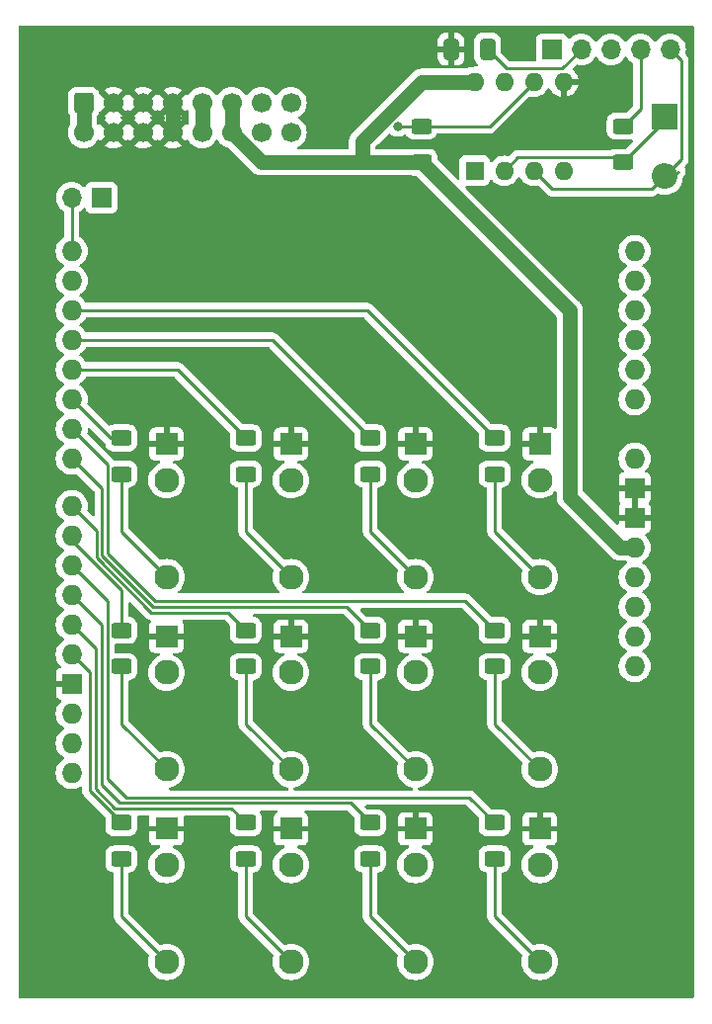
<source format=gbl>
G04 #@! TF.GenerationSoftware,KiCad,Pcbnew,7.0.1*
G04 #@! TF.CreationDate,2023-05-11T17:19:09+02:00*
G04 #@! TF.ProjectId,midi-interface,6d696469-2d69-46e7-9465-72666163652e,rev?*
G04 #@! TF.SameCoordinates,Original*
G04 #@! TF.FileFunction,Copper,L2,Bot*
G04 #@! TF.FilePolarity,Positive*
%FSLAX46Y46*%
G04 Gerber Fmt 4.6, Leading zero omitted, Abs format (unit mm)*
G04 Created by KiCad (PCBNEW 7.0.1) date 2023-05-11 17:19:09*
%MOMM*%
%LPD*%
G01*
G04 APERTURE LIST*
G04 Aperture macros list*
%AMRoundRect*
0 Rectangle with rounded corners*
0 $1 Rounding radius*
0 $2 $3 $4 $5 $6 $7 $8 $9 X,Y pos of 4 corners*
0 Add a 4 corners polygon primitive as box body*
4,1,4,$2,$3,$4,$5,$6,$7,$8,$9,$2,$3,0*
0 Add four circle primitives for the rounded corners*
1,1,$1+$1,$2,$3*
1,1,$1+$1,$4,$5*
1,1,$1+$1,$6,$7*
1,1,$1+$1,$8,$9*
0 Add four rect primitives between the rounded corners*
20,1,$1+$1,$2,$3,$4,$5,0*
20,1,$1+$1,$4,$5,$6,$7,0*
20,1,$1+$1,$6,$7,$8,$9,0*
20,1,$1+$1,$8,$9,$2,$3,0*%
G04 Aperture macros list end*
G04 #@! TA.AperFunction,ComponentPad*
%ADD10R,2.200000X2.200000*%
G04 #@! TD*
G04 #@! TA.AperFunction,ComponentPad*
%ADD11O,2.200000X2.200000*%
G04 #@! TD*
G04 #@! TA.AperFunction,ComponentPad*
%ADD12O,1.600000X1.600000*%
G04 #@! TD*
G04 #@! TA.AperFunction,ComponentPad*
%ADD13R,1.600000X1.600000*%
G04 #@! TD*
G04 #@! TA.AperFunction,ComponentPad*
%ADD14R,1.930000X1.830000*%
G04 #@! TD*
G04 #@! TA.AperFunction,ComponentPad*
%ADD15C,2.130000*%
G04 #@! TD*
G04 #@! TA.AperFunction,ComponentPad*
%ADD16R,1.700000X1.700000*%
G04 #@! TD*
G04 #@! TA.AperFunction,ComponentPad*
%ADD17O,1.700000X1.700000*%
G04 #@! TD*
G04 #@! TA.AperFunction,ComponentPad*
%ADD18O,1.727200X1.727200*%
G04 #@! TD*
G04 #@! TA.AperFunction,ComponentPad*
%ADD19R,1.727200X1.727200*%
G04 #@! TD*
G04 #@! TA.AperFunction,SMDPad,CuDef*
%ADD20RoundRect,0.250000X0.625000X-0.400000X0.625000X0.400000X-0.625000X0.400000X-0.625000X-0.400000X0*%
G04 #@! TD*
G04 #@! TA.AperFunction,SMDPad,CuDef*
%ADD21RoundRect,0.250000X-0.412500X-0.650000X0.412500X-0.650000X0.412500X0.650000X-0.412500X0.650000X0*%
G04 #@! TD*
G04 #@! TA.AperFunction,SMDPad,CuDef*
%ADD22RoundRect,0.250000X-0.625000X0.400000X-0.625000X-0.400000X0.625000X-0.400000X0.625000X0.400000X0*%
G04 #@! TD*
G04 #@! TA.AperFunction,ComponentPad*
%ADD23RoundRect,0.250000X-0.600000X0.600000X-0.600000X-0.600000X0.600000X-0.600000X0.600000X0.600000X0*%
G04 #@! TD*
G04 #@! TA.AperFunction,ComponentPad*
%ADD24C,1.700000*%
G04 #@! TD*
G04 #@! TA.AperFunction,ViaPad*
%ADD25C,0.800000*%
G04 #@! TD*
G04 #@! TA.AperFunction,Conductor*
%ADD26C,0.250000*%
G04 #@! TD*
G04 #@! TA.AperFunction,Conductor*
%ADD27C,1.250000*%
G04 #@! TD*
G04 APERTURE END LIST*
D10*
X146812000Y-72353818D03*
D11*
X146812000Y-77433818D03*
D12*
X130556000Y-69332000D03*
X133096000Y-69332000D03*
X135636000Y-69332000D03*
X138176000Y-69332000D03*
X138176000Y-76952000D03*
X135636000Y-76952000D03*
X133096000Y-76952000D03*
D13*
X130556000Y-76952000D03*
D14*
X114808000Y-116840000D03*
D15*
X114808000Y-128240000D03*
X114808000Y-119940000D03*
D14*
X125476000Y-116840000D03*
D15*
X125476000Y-128240000D03*
X125476000Y-119940000D03*
D16*
X98552000Y-79248000D03*
D17*
X96012000Y-79248000D03*
D14*
X104140000Y-116840000D03*
D15*
X104140000Y-128240000D03*
X104140000Y-119940000D03*
D14*
X125476000Y-133320000D03*
D15*
X125476000Y-144720000D03*
X125476000Y-136420000D03*
D14*
X104140000Y-100360000D03*
D15*
X104140000Y-111760000D03*
X104140000Y-103460000D03*
D14*
X136144000Y-133320000D03*
D15*
X136144000Y-144720000D03*
X136144000Y-136420000D03*
D14*
X125476000Y-100360000D03*
D15*
X125476000Y-111760000D03*
X125476000Y-103460000D03*
D14*
X136144000Y-100360000D03*
D15*
X136144000Y-111760000D03*
X136144000Y-103460000D03*
D14*
X114808000Y-100360000D03*
D15*
X114808000Y-111760000D03*
X114808000Y-103460000D03*
D14*
X104140000Y-133320000D03*
D15*
X104140000Y-144720000D03*
X104140000Y-136420000D03*
D14*
X136144000Y-116840000D03*
D15*
X136144000Y-128240000D03*
X136144000Y-119940000D03*
D14*
X114808000Y-133320000D03*
D15*
X114808000Y-144720000D03*
X114808000Y-136420000D03*
D18*
X144272000Y-119380000D03*
X144272000Y-111760000D03*
X144272000Y-109220000D03*
X144272000Y-96520000D03*
X144272000Y-93980000D03*
X144272000Y-91440000D03*
X144272000Y-88900000D03*
X144272000Y-86360000D03*
X144272000Y-83820000D03*
X96012000Y-123444000D03*
X96012000Y-83820000D03*
X96012000Y-86360000D03*
X96012000Y-88900000D03*
X96012000Y-91440000D03*
X96012000Y-93980000D03*
X96012000Y-96520000D03*
X96012000Y-99060000D03*
X96012000Y-101600000D03*
X96012000Y-105664000D03*
X96012000Y-108204000D03*
X96012000Y-110744000D03*
X96012000Y-113284000D03*
X96012000Y-115824000D03*
X96012000Y-118364000D03*
D19*
X96012000Y-120904000D03*
X144272000Y-106680000D03*
X144272000Y-104140000D03*
D18*
X144272000Y-116840000D03*
X144272000Y-114300000D03*
X96012000Y-128524000D03*
X96012000Y-125984000D03*
X144272000Y-101600000D03*
D20*
X110928000Y-119420000D03*
X110928000Y-116320000D03*
X125984000Y-76226000D03*
X125984000Y-73126000D03*
X132264000Y-119420000D03*
X132264000Y-116320000D03*
D21*
X128524000Y-66548000D03*
X131649000Y-66548000D03*
D20*
X121596000Y-102940000D03*
X121596000Y-99840000D03*
D22*
X143256000Y-73126000D03*
X143256000Y-76226000D03*
D23*
X97028000Y-71120000D03*
D24*
X97028000Y-73660000D03*
X99568000Y-71120000D03*
X99568000Y-73660000D03*
X102108000Y-71120000D03*
X102108000Y-73660000D03*
X104648000Y-71120000D03*
X104648000Y-73660000D03*
X107188000Y-71120000D03*
X107188000Y-73660000D03*
X109728000Y-71120000D03*
X109728000Y-73660000D03*
X112268000Y-71120000D03*
X112268000Y-73660000D03*
X114808000Y-71120000D03*
X114808000Y-73660000D03*
D16*
X137160000Y-66548000D03*
D17*
X139700000Y-66548000D03*
X142240000Y-66548000D03*
X144780000Y-66548000D03*
X147320000Y-66548000D03*
D20*
X100260000Y-102940000D03*
X100260000Y-99840000D03*
X110928000Y-102940000D03*
X110928000Y-99840000D03*
X100260000Y-119432000D03*
X100260000Y-116332000D03*
X121596000Y-135900000D03*
X121596000Y-132800000D03*
X121596000Y-119420000D03*
X121596000Y-116320000D03*
X132264000Y-135900000D03*
X132264000Y-132800000D03*
X110928000Y-135900000D03*
X110928000Y-132800000D03*
X132264000Y-102940000D03*
X132264000Y-99840000D03*
X100260000Y-135900000D03*
X100260000Y-132800000D03*
D25*
X123952000Y-73152000D03*
D26*
X143256000Y-76226000D02*
X142838280Y-75808280D01*
X142838280Y-75808280D02*
X134239720Y-75808280D01*
X134239720Y-75808280D02*
X133096000Y-76952000D01*
D27*
X120904000Y-76226000D02*
X125984000Y-76226000D01*
X120904000Y-76226000D02*
X120904000Y-74453446D01*
X113310000Y-76226000D02*
X120904000Y-76226000D01*
X120904000Y-74453446D02*
X126025446Y-69332000D01*
X126025446Y-69332000D02*
X130556000Y-69332000D01*
D26*
X123952000Y-73152000D02*
X125958000Y-73152000D01*
X125958000Y-73152000D02*
X125984000Y-73126000D01*
X135636000Y-69332000D02*
X131842000Y-73126000D01*
X131842000Y-73126000D02*
X125984000Y-73126000D01*
X139700000Y-66548000D02*
X138051000Y-68197000D01*
X138051000Y-68197000D02*
X133298000Y-68197000D01*
X133298000Y-68197000D02*
X131649000Y-66548000D01*
X144780000Y-66548000D02*
X144780000Y-71602000D01*
X144780000Y-71602000D02*
X143256000Y-73126000D01*
X146812000Y-77433818D02*
X148247000Y-75998818D01*
X148247000Y-75998818D02*
X148247000Y-67475000D01*
X148247000Y-67475000D02*
X147320000Y-66548000D01*
X146812000Y-77433818D02*
X145712001Y-78533817D01*
X145712001Y-78533817D02*
X137217817Y-78533817D01*
X137217817Y-78533817D02*
X135636000Y-76952000D01*
X143256000Y-76226000D02*
X146812000Y-72670000D01*
X146812000Y-72670000D02*
X146812000Y-72353818D01*
D27*
X144272000Y-109220000D02*
X143050686Y-109220000D01*
X143050686Y-109220000D02*
X138704463Y-104873777D01*
X138704463Y-91948000D02*
X138704463Y-104873777D01*
X138704463Y-88946463D02*
X125984000Y-76226000D01*
X138704463Y-91948000D02*
X138704463Y-88946463D01*
X97028000Y-71120000D02*
X97028000Y-73660000D01*
X104648000Y-71120000D02*
X104648000Y-73660000D01*
X107188000Y-71120000D02*
X107188000Y-73660000D01*
X109728000Y-71120000D02*
X109728000Y-73660000D01*
X113310000Y-76226000D02*
X112294000Y-76226000D01*
X112294000Y-76226000D02*
X112268000Y-76200000D01*
X112268000Y-76200000D02*
X109728000Y-73660000D01*
D26*
X148022000Y-77022000D02*
X147859000Y-77185000D01*
X121596000Y-102940000D02*
X121596000Y-107880000D01*
X121596000Y-107880000D02*
X125476000Y-111760000D01*
X132264000Y-107880000D02*
X136144000Y-111760000D01*
X132264000Y-102940000D02*
X132264000Y-107880000D01*
X100260000Y-119432000D02*
X100260000Y-124360000D01*
X100260000Y-124360000D02*
X104140000Y-128240000D01*
X110928000Y-124360000D02*
X114808000Y-128240000D01*
X110928000Y-119420000D02*
X110928000Y-124360000D01*
X121596000Y-119420000D02*
X121596000Y-124360000D01*
X121596000Y-124360000D02*
X125476000Y-128240000D01*
X132264000Y-124360000D02*
X136144000Y-128240000D01*
X132264000Y-119420000D02*
X132264000Y-124360000D01*
X100260000Y-102940000D02*
X100260000Y-107880000D01*
X100260000Y-107880000D02*
X104140000Y-111760000D01*
X110928000Y-107880000D02*
X114808000Y-111760000D01*
X110928000Y-102940000D02*
X110928000Y-107880000D01*
X100260000Y-135900000D02*
X100260000Y-140840000D01*
X100260000Y-140840000D02*
X104140000Y-144720000D01*
X99050000Y-113782000D02*
X99050000Y-129022000D01*
X100680000Y-130652000D02*
X130116000Y-130652000D01*
X99050000Y-129022000D02*
X100680000Y-130652000D01*
X96012000Y-110744000D02*
X99050000Y-113782000D01*
X130116000Y-130652000D02*
X132264000Y-132800000D01*
X113196000Y-91440000D02*
X121596000Y-99840000D01*
X96012000Y-91440000D02*
X113196000Y-91440000D01*
X125984000Y-73126000D02*
X126259000Y-73401000D01*
X96012000Y-79248000D02*
X96012000Y-83820000D01*
X121324000Y-88900000D02*
X132264000Y-99840000D01*
X96012000Y-88900000D02*
X121324000Y-88900000D01*
X110928000Y-135900000D02*
X110928000Y-140840000D01*
X110928000Y-140840000D02*
X114808000Y-144720000D01*
X121596000Y-135900000D02*
X121596000Y-140840000D01*
X121596000Y-140840000D02*
X125476000Y-144720000D01*
X132264000Y-135900000D02*
X132264000Y-140840000D01*
X132264000Y-140840000D02*
X136144000Y-144720000D01*
X100260000Y-112879614D02*
X96012000Y-108631614D01*
X96012000Y-108631614D02*
X96012000Y-108204000D01*
X100260000Y-116332000D02*
X100260000Y-112879614D01*
X102838924Y-114808000D02*
X98130000Y-110099076D01*
X98130000Y-107782000D02*
X96012000Y-105664000D01*
X109416000Y-114808000D02*
X102838924Y-114808000D01*
X98130000Y-110099076D02*
X98130000Y-107782000D01*
X110928000Y-116320000D02*
X109416000Y-114808000D01*
X119576000Y-114300000D02*
X121596000Y-116320000D01*
X96012000Y-101600000D02*
X98590000Y-104178000D01*
X98590000Y-104178000D02*
X98590000Y-109908538D01*
X102981462Y-114300000D02*
X119576000Y-114300000D01*
X98590000Y-109908538D02*
X102981462Y-114300000D01*
X99050000Y-109718000D02*
X103124000Y-113792000D01*
X103124000Y-113792000D02*
X129736000Y-113792000D01*
X99050000Y-102098000D02*
X99050000Y-109718000D01*
X96012000Y-99060000D02*
X99050000Y-102098000D01*
X129736000Y-113792000D02*
X132264000Y-116320000D01*
X99682538Y-131572000D02*
X109700000Y-131572000D01*
X98044000Y-129933462D02*
X99682538Y-131572000D01*
X98044000Y-117856000D02*
X98044000Y-129933462D01*
X96012000Y-115824000D02*
X98044000Y-117856000D01*
X109700000Y-131572000D02*
X110928000Y-132800000D01*
X99332000Y-99840000D02*
X100260000Y-99840000D01*
X96012000Y-96520000D02*
X99332000Y-99840000D01*
X105068000Y-93980000D02*
X110928000Y-99840000D01*
X96012000Y-93980000D02*
X105068000Y-93980000D01*
X97536000Y-130076000D02*
X100260000Y-132800000D01*
X96012000Y-118364000D02*
X97536000Y-119888000D01*
X97536000Y-119888000D02*
X97536000Y-130076000D01*
X98552000Y-129540000D02*
X100124000Y-131112000D01*
X98552000Y-115824000D02*
X98552000Y-129540000D01*
X100124000Y-131112000D02*
X119908000Y-131112000D01*
X119908000Y-131112000D02*
X121596000Y-132800000D01*
X96012000Y-113284000D02*
X98552000Y-115824000D01*
G04 #@! TA.AperFunction,Conductor*
G36*
X143567257Y-67194975D02*
G01*
X143611573Y-67233839D01*
X143741505Y-67419401D01*
X143908599Y-67586495D01*
X144101625Y-67721653D01*
X144140489Y-67765970D01*
X144154500Y-67823227D01*
X144154500Y-71291547D01*
X144145061Y-71339000D01*
X144118181Y-71379228D01*
X143558227Y-71939181D01*
X143517999Y-71966061D01*
X143470546Y-71975500D01*
X142580991Y-71975500D01*
X142478203Y-71986000D01*
X142311665Y-72041186D01*
X142162342Y-72133288D01*
X142038288Y-72257342D01*
X141946186Y-72406665D01*
X141891000Y-72573202D01*
X141880500Y-72675990D01*
X141880500Y-73576008D01*
X141891000Y-73678796D01*
X141946186Y-73845334D01*
X142038288Y-73994657D01*
X142162342Y-74118711D01*
X142162344Y-74118712D01*
X142311666Y-74210814D01*
X142423016Y-74247712D01*
X142478202Y-74265999D01*
X142488703Y-74267071D01*
X142580991Y-74276500D01*
X143931008Y-74276499D01*
X144018530Y-74267558D01*
X144078249Y-74276218D01*
X144126811Y-74312043D01*
X144152711Y-74366548D01*
X144149816Y-74426825D01*
X144118810Y-74478597D01*
X143558226Y-75039181D01*
X143517998Y-75066061D01*
X143470545Y-75075500D01*
X142580991Y-75075500D01*
X142478203Y-75086000D01*
X142311665Y-75141186D01*
X142274161Y-75164319D01*
X142209065Y-75182780D01*
X134322460Y-75182780D01*
X134301956Y-75180516D01*
X134231864Y-75182719D01*
X134227970Y-75182780D01*
X134200368Y-75182780D01*
X134196373Y-75183284D01*
X134184749Y-75184198D01*
X134141092Y-75185570D01*
X134121855Y-75191159D01*
X134102814Y-75195102D01*
X134082928Y-75197615D01*
X134042302Y-75213699D01*
X134031257Y-75217480D01*
X133989333Y-75229661D01*
X133972085Y-75239861D01*
X133954623Y-75248415D01*
X133942635Y-75253161D01*
X133935985Y-75255795D01*
X133900646Y-75281469D01*
X133890888Y-75287879D01*
X133853299Y-75310109D01*
X133839130Y-75324278D01*
X133824342Y-75336908D01*
X133808133Y-75348685D01*
X133780292Y-75382338D01*
X133772431Y-75390976D01*
X133510821Y-75652586D01*
X133455234Y-75684680D01*
X133391047Y-75684680D01*
X133322690Y-75666364D01*
X133095999Y-75646531D01*
X132869310Y-75666364D01*
X132649502Y-75725261D01*
X132443264Y-75821432D01*
X132256859Y-75951953D01*
X132095951Y-76112861D01*
X132078725Y-76137463D01*
X132033882Y-76176600D01*
X131975969Y-76190333D01*
X131918328Y-76175499D01*
X131874239Y-76135514D01*
X131853861Y-76079592D01*
X131850091Y-76044517D01*
X131799796Y-75909669D01*
X131713546Y-75794454D01*
X131598331Y-75708204D01*
X131463483Y-75657909D01*
X131403873Y-75651500D01*
X131403869Y-75651500D01*
X129708130Y-75651500D01*
X129648515Y-75657909D01*
X129513669Y-75708204D01*
X129398454Y-75794454D01*
X129312204Y-75909668D01*
X129261909Y-76044516D01*
X129255500Y-76104131D01*
X129255500Y-77606441D01*
X129241985Y-77662736D01*
X129204385Y-77706759D01*
X129150898Y-77728914D01*
X129093182Y-77724372D01*
X129043819Y-77694122D01*
X127395818Y-76046121D01*
X127368938Y-76005893D01*
X127359499Y-75958440D01*
X127359499Y-75775991D01*
X127348999Y-75673203D01*
X127340161Y-75646531D01*
X127293814Y-75506666D01*
X127201712Y-75357344D01*
X127201711Y-75357342D01*
X127077657Y-75233288D01*
X126928334Y-75141186D01*
X126761797Y-75086000D01*
X126659009Y-75075500D01*
X125308991Y-75075500D01*
X125206203Y-75086000D01*
X125181442Y-75094206D01*
X125142438Y-75100500D01*
X122153500Y-75100500D01*
X122091500Y-75083887D01*
X122046113Y-75038500D01*
X122029500Y-74976500D01*
X122029500Y-74971006D01*
X122038939Y-74923553D01*
X122065819Y-74883325D01*
X122250653Y-74698491D01*
X123148611Y-73800531D01*
X123206292Y-73767897D01*
X123272545Y-73769632D01*
X123328441Y-73805243D01*
X123346130Y-73824889D01*
X123499269Y-73936151D01*
X123672197Y-74013144D01*
X123857352Y-74052500D01*
X123857354Y-74052500D01*
X124046646Y-74052500D01*
X124046648Y-74052500D01*
X124170083Y-74026262D01*
X124231803Y-74013144D01*
X124326616Y-73970930D01*
X124404727Y-73936153D01*
X124404730Y-73936151D01*
X124521277Y-73851474D01*
X124584311Y-73828186D01*
X124650241Y-73841200D01*
X124699699Y-73886698D01*
X124766288Y-73994657D01*
X124890342Y-74118711D01*
X124890344Y-74118712D01*
X125039666Y-74210814D01*
X125151016Y-74247712D01*
X125206202Y-74265999D01*
X125216703Y-74267071D01*
X125308991Y-74276500D01*
X126659008Y-74276499D01*
X126761797Y-74265999D01*
X126928334Y-74210814D01*
X127077656Y-74118712D01*
X127201712Y-73994656D01*
X127293814Y-73845334D01*
X127296742Y-73836495D01*
X127322620Y-73792171D01*
X127364232Y-73762123D01*
X127414448Y-73751500D01*
X131759256Y-73751500D01*
X131779762Y-73753764D01*
X131782665Y-73753672D01*
X131782667Y-73753673D01*
X131849872Y-73751561D01*
X131853768Y-73751500D01*
X131881349Y-73751500D01*
X131881350Y-73751500D01*
X131885319Y-73750998D01*
X131896965Y-73750080D01*
X131940627Y-73748709D01*
X131959859Y-73743120D01*
X131978918Y-73739174D01*
X131985196Y-73738381D01*
X131998792Y-73736664D01*
X132039407Y-73720582D01*
X132050444Y-73716803D01*
X132092390Y-73704618D01*
X132109629Y-73694422D01*
X132127102Y-73685862D01*
X132145732Y-73678486D01*
X132181064Y-73652814D01*
X132190830Y-73646400D01*
X132228418Y-73624171D01*
X132228417Y-73624171D01*
X132228420Y-73624170D01*
X132242585Y-73610004D01*
X132257373Y-73597373D01*
X132273587Y-73585594D01*
X132301438Y-73551926D01*
X132309279Y-73543309D01*
X135221178Y-70631411D01*
X135276763Y-70599319D01*
X135340951Y-70599319D01*
X135409308Y-70617635D01*
X135636000Y-70637468D01*
X135862692Y-70617635D01*
X136082496Y-70558739D01*
X136288734Y-70462568D01*
X136475139Y-70332047D01*
X136636047Y-70171139D01*
X136766568Y-69984734D01*
X136793893Y-69926134D01*
X136839649Y-69873959D01*
X136906274Y-69854539D01*
X136972899Y-69873958D01*
X137018657Y-69926133D01*
X137045866Y-69984482D01*
X137176341Y-70170819D01*
X137337180Y-70331658D01*
X137523519Y-70462134D01*
X137729673Y-70558266D01*
X137925999Y-70610871D01*
X137926000Y-70610872D01*
X137926000Y-69582000D01*
X138426000Y-69582000D01*
X138426000Y-70610871D01*
X138622326Y-70558266D01*
X138828480Y-70462134D01*
X139014819Y-70331658D01*
X139175658Y-70170819D01*
X139306134Y-69984480D01*
X139402266Y-69778326D01*
X139454872Y-69582000D01*
X138426000Y-69582000D01*
X137926000Y-69582000D01*
X137926000Y-69206000D01*
X137942613Y-69144000D01*
X137988000Y-69098613D01*
X138050000Y-69082000D01*
X139454872Y-69082000D01*
X139454871Y-69081999D01*
X139402266Y-68885673D01*
X139306134Y-68679519D01*
X139175658Y-68493180D01*
X139014815Y-68332337D01*
X139009665Y-68328731D01*
X138973403Y-68289156D01*
X138957263Y-68237963D01*
X138964269Y-68184747D01*
X138993106Y-68139482D01*
X139244353Y-67888235D01*
X139299939Y-67856143D01*
X139364126Y-67856143D01*
X139464592Y-67883063D01*
X139700000Y-67903659D01*
X139935408Y-67883063D01*
X140163663Y-67821903D01*
X140377830Y-67722035D01*
X140571401Y-67586495D01*
X140738495Y-67419401D01*
X140868426Y-67233839D01*
X140912743Y-67194975D01*
X140970000Y-67180964D01*
X141027257Y-67194975D01*
X141071573Y-67233839D01*
X141201505Y-67419401D01*
X141368599Y-67586495D01*
X141562170Y-67722035D01*
X141776337Y-67821903D01*
X142004592Y-67883063D01*
X142240000Y-67903659D01*
X142475408Y-67883063D01*
X142703663Y-67821903D01*
X142917830Y-67722035D01*
X143111401Y-67586495D01*
X143278495Y-67419401D01*
X143408426Y-67233839D01*
X143452743Y-67194975D01*
X143510000Y-67180964D01*
X143567257Y-67194975D01*
G37*
G04 #@! TD.AperFunction*
G04 #@! TA.AperFunction,Conductor*
G36*
X149289500Y-64533113D02*
G01*
X149334887Y-64578500D01*
X149351500Y-64640500D01*
X149351500Y-147703500D01*
X149334887Y-147765500D01*
X149289500Y-147810887D01*
X149227500Y-147827500D01*
X91564500Y-147827500D01*
X91502500Y-147810887D01*
X91457113Y-147765500D01*
X91440500Y-147703500D01*
X91440500Y-136350008D01*
X98884500Y-136350008D01*
X98895000Y-136452796D01*
X98950186Y-136619334D01*
X99042288Y-136768657D01*
X99166342Y-136892711D01*
X99166344Y-136892712D01*
X99315666Y-136984814D01*
X99427017Y-137021712D01*
X99482202Y-137039999D01*
X99495566Y-137041364D01*
X99523101Y-137044177D01*
X99579639Y-137064599D01*
X99619929Y-137109214D01*
X99634500Y-137167535D01*
X99634500Y-140757256D01*
X99632235Y-140777762D01*
X99634439Y-140847873D01*
X99634500Y-140851768D01*
X99634500Y-140879349D01*
X99635003Y-140883334D01*
X99635918Y-140894967D01*
X99637290Y-140938626D01*
X99642879Y-140957860D01*
X99646825Y-140976916D01*
X99649335Y-140996792D01*
X99665414Y-141037404D01*
X99669197Y-141048451D01*
X99681382Y-141090391D01*
X99691580Y-141107635D01*
X99700136Y-141125100D01*
X99707514Y-141143732D01*
X99707515Y-141143733D01*
X99733180Y-141179059D01*
X99739593Y-141188822D01*
X99761826Y-141226416D01*
X99761829Y-141226419D01*
X99761830Y-141226420D01*
X99775995Y-141240585D01*
X99788627Y-141255375D01*
X99800406Y-141271587D01*
X99834058Y-141299426D01*
X99842699Y-141307289D01*
X102624140Y-144088730D01*
X102651019Y-144128956D01*
X102660459Y-144176407D01*
X102651022Y-144223858D01*
X102646518Y-144234732D01*
X102588993Y-144474343D01*
X102569659Y-144719999D01*
X102588993Y-144965656D01*
X102646516Y-145205261D01*
X102693666Y-145319091D01*
X102740816Y-145432920D01*
X102869567Y-145643023D01*
X103029601Y-145830399D01*
X103216977Y-145990433D01*
X103427080Y-146119184D01*
X103654738Y-146213483D01*
X103894345Y-146271007D01*
X104140000Y-146290341D01*
X104385655Y-146271007D01*
X104625262Y-146213483D01*
X104852920Y-146119184D01*
X105063023Y-145990433D01*
X105250399Y-145830399D01*
X105410433Y-145643023D01*
X105539184Y-145432920D01*
X105633483Y-145205262D01*
X105691007Y-144965655D01*
X105710341Y-144720000D01*
X105691007Y-144474345D01*
X105633483Y-144234738D01*
X105539184Y-144007080D01*
X105410433Y-143796977D01*
X105250399Y-143609601D01*
X105063023Y-143449567D01*
X104852920Y-143320816D01*
X104712681Y-143262727D01*
X104625261Y-143226516D01*
X104385656Y-143168993D01*
X104140000Y-143149659D01*
X103894343Y-143168993D01*
X103654732Y-143226518D01*
X103643858Y-143231022D01*
X103596407Y-143240459D01*
X103548956Y-143231019D01*
X103508730Y-143204140D01*
X100921819Y-140617228D01*
X100894939Y-140577000D01*
X100885500Y-140529547D01*
X100885500Y-137167535D01*
X100900071Y-137109214D01*
X100940360Y-137064600D01*
X100996899Y-137044177D01*
X101025144Y-137041291D01*
X101037797Y-137039999D01*
X101204334Y-136984814D01*
X101353656Y-136892712D01*
X101477712Y-136768656D01*
X101569814Y-136619334D01*
X101624999Y-136452797D01*
X101628350Y-136420000D01*
X102569659Y-136420000D01*
X102588993Y-136665656D01*
X102646516Y-136905261D01*
X102693666Y-137019090D01*
X102740816Y-137132920D01*
X102869567Y-137343023D01*
X103029601Y-137530399D01*
X103216977Y-137690433D01*
X103427080Y-137819184D01*
X103654738Y-137913483D01*
X103894345Y-137971007D01*
X104140000Y-137990341D01*
X104385655Y-137971007D01*
X104625262Y-137913483D01*
X104852920Y-137819184D01*
X105063023Y-137690433D01*
X105250399Y-137530399D01*
X105410433Y-137343023D01*
X105539184Y-137132920D01*
X105633483Y-136905262D01*
X105691007Y-136665655D01*
X105710341Y-136420000D01*
X105704832Y-136350008D01*
X109552500Y-136350008D01*
X109563000Y-136452796D01*
X109618186Y-136619334D01*
X109710288Y-136768657D01*
X109834342Y-136892711D01*
X109834344Y-136892712D01*
X109983666Y-136984814D01*
X110095017Y-137021712D01*
X110150202Y-137039999D01*
X110163566Y-137041364D01*
X110191101Y-137044177D01*
X110247639Y-137064599D01*
X110287929Y-137109214D01*
X110302500Y-137167535D01*
X110302500Y-140757256D01*
X110300235Y-140777762D01*
X110302439Y-140847873D01*
X110302500Y-140851768D01*
X110302500Y-140879349D01*
X110303003Y-140883334D01*
X110303918Y-140894967D01*
X110305290Y-140938626D01*
X110310879Y-140957860D01*
X110314825Y-140976916D01*
X110317335Y-140996792D01*
X110333414Y-141037404D01*
X110337197Y-141048451D01*
X110349382Y-141090391D01*
X110359580Y-141107635D01*
X110368136Y-141125100D01*
X110375514Y-141143732D01*
X110375515Y-141143733D01*
X110401180Y-141179059D01*
X110407593Y-141188822D01*
X110429826Y-141226416D01*
X110429829Y-141226419D01*
X110429830Y-141226420D01*
X110443995Y-141240585D01*
X110456627Y-141255375D01*
X110468406Y-141271587D01*
X110502058Y-141299426D01*
X110510699Y-141307289D01*
X113292140Y-144088730D01*
X113319019Y-144128956D01*
X113328459Y-144176407D01*
X113319022Y-144223858D01*
X113314518Y-144234732D01*
X113256993Y-144474343D01*
X113237659Y-144719999D01*
X113256993Y-144965656D01*
X113314516Y-145205261D01*
X113361666Y-145319091D01*
X113408816Y-145432920D01*
X113537567Y-145643023D01*
X113697601Y-145830399D01*
X113884977Y-145990433D01*
X114095080Y-146119184D01*
X114322738Y-146213483D01*
X114562345Y-146271007D01*
X114808000Y-146290341D01*
X115053655Y-146271007D01*
X115293262Y-146213483D01*
X115520920Y-146119184D01*
X115731023Y-145990433D01*
X115918399Y-145830399D01*
X116078433Y-145643023D01*
X116207184Y-145432920D01*
X116301483Y-145205262D01*
X116359007Y-144965655D01*
X116378341Y-144720000D01*
X116359007Y-144474345D01*
X116301483Y-144234738D01*
X116207184Y-144007080D01*
X116078433Y-143796977D01*
X115918399Y-143609601D01*
X115731023Y-143449567D01*
X115520920Y-143320816D01*
X115380681Y-143262727D01*
X115293261Y-143226516D01*
X115053656Y-143168993D01*
X114808000Y-143149659D01*
X114562343Y-143168993D01*
X114322732Y-143226518D01*
X114311858Y-143231022D01*
X114264407Y-143240459D01*
X114216956Y-143231019D01*
X114176730Y-143204140D01*
X111589819Y-140617228D01*
X111562939Y-140577000D01*
X111553500Y-140529547D01*
X111553500Y-137167535D01*
X111568071Y-137109214D01*
X111608360Y-137064600D01*
X111664899Y-137044177D01*
X111693144Y-137041291D01*
X111705797Y-137039999D01*
X111872334Y-136984814D01*
X112021656Y-136892712D01*
X112145712Y-136768656D01*
X112237814Y-136619334D01*
X112292999Y-136452797D01*
X112296350Y-136420000D01*
X113237659Y-136420000D01*
X113256993Y-136665656D01*
X113314516Y-136905261D01*
X113361666Y-137019090D01*
X113408816Y-137132920D01*
X113537567Y-137343023D01*
X113697601Y-137530399D01*
X113884977Y-137690433D01*
X114095080Y-137819184D01*
X114322738Y-137913483D01*
X114562345Y-137971007D01*
X114808000Y-137990341D01*
X115053655Y-137971007D01*
X115293262Y-137913483D01*
X115520920Y-137819184D01*
X115731023Y-137690433D01*
X115918399Y-137530399D01*
X116078433Y-137343023D01*
X116207184Y-137132920D01*
X116301483Y-136905262D01*
X116359007Y-136665655D01*
X116378341Y-136420000D01*
X116372832Y-136350008D01*
X120220500Y-136350008D01*
X120231000Y-136452796D01*
X120286186Y-136619334D01*
X120378288Y-136768657D01*
X120502342Y-136892711D01*
X120502344Y-136892712D01*
X120651666Y-136984814D01*
X120763017Y-137021712D01*
X120818202Y-137039999D01*
X120831566Y-137041364D01*
X120859101Y-137044177D01*
X120915639Y-137064599D01*
X120955929Y-137109214D01*
X120970500Y-137167535D01*
X120970500Y-140757256D01*
X120968235Y-140777762D01*
X120970439Y-140847873D01*
X120970500Y-140851768D01*
X120970500Y-140879349D01*
X120971003Y-140883334D01*
X120971918Y-140894967D01*
X120973290Y-140938626D01*
X120978879Y-140957860D01*
X120982825Y-140976916D01*
X120985335Y-140996792D01*
X121001414Y-141037404D01*
X121005197Y-141048451D01*
X121017382Y-141090391D01*
X121027580Y-141107635D01*
X121036136Y-141125100D01*
X121043514Y-141143732D01*
X121043515Y-141143733D01*
X121069180Y-141179059D01*
X121075593Y-141188822D01*
X121097826Y-141226416D01*
X121097829Y-141226419D01*
X121097830Y-141226420D01*
X121111995Y-141240585D01*
X121124627Y-141255375D01*
X121136406Y-141271587D01*
X121170058Y-141299426D01*
X121178699Y-141307289D01*
X123960140Y-144088730D01*
X123987019Y-144128956D01*
X123996459Y-144176407D01*
X123987022Y-144223858D01*
X123982518Y-144234732D01*
X123924993Y-144474343D01*
X123905659Y-144719999D01*
X123924993Y-144965656D01*
X123982516Y-145205261D01*
X124029666Y-145319091D01*
X124076816Y-145432920D01*
X124205567Y-145643023D01*
X124365601Y-145830399D01*
X124552977Y-145990433D01*
X124763080Y-146119184D01*
X124990738Y-146213483D01*
X125230345Y-146271007D01*
X125476000Y-146290341D01*
X125721655Y-146271007D01*
X125961262Y-146213483D01*
X126188920Y-146119184D01*
X126399023Y-145990433D01*
X126586399Y-145830399D01*
X126746433Y-145643023D01*
X126875184Y-145432920D01*
X126969483Y-145205262D01*
X127027007Y-144965655D01*
X127046341Y-144720000D01*
X127027007Y-144474345D01*
X126969483Y-144234738D01*
X126875184Y-144007080D01*
X126746433Y-143796977D01*
X126586399Y-143609601D01*
X126399023Y-143449567D01*
X126188920Y-143320816D01*
X126048681Y-143262727D01*
X125961261Y-143226516D01*
X125721656Y-143168993D01*
X125476000Y-143149659D01*
X125230343Y-143168993D01*
X124990732Y-143226518D01*
X124979858Y-143231022D01*
X124932407Y-143240459D01*
X124884956Y-143231019D01*
X124844730Y-143204140D01*
X122257819Y-140617228D01*
X122230939Y-140577000D01*
X122221500Y-140529547D01*
X122221500Y-137167535D01*
X122236071Y-137109214D01*
X122276360Y-137064600D01*
X122332899Y-137044177D01*
X122361144Y-137041291D01*
X122373797Y-137039999D01*
X122540334Y-136984814D01*
X122689656Y-136892712D01*
X122813712Y-136768656D01*
X122905814Y-136619334D01*
X122960999Y-136452797D01*
X122964350Y-136420000D01*
X123905659Y-136420000D01*
X123924993Y-136665656D01*
X123982516Y-136905261D01*
X124029666Y-137019090D01*
X124076816Y-137132920D01*
X124205567Y-137343023D01*
X124365601Y-137530399D01*
X124552977Y-137690433D01*
X124763080Y-137819184D01*
X124990738Y-137913483D01*
X125230345Y-137971007D01*
X125476000Y-137990341D01*
X125721655Y-137971007D01*
X125961262Y-137913483D01*
X126188920Y-137819184D01*
X126399023Y-137690433D01*
X126586399Y-137530399D01*
X126746433Y-137343023D01*
X126875184Y-137132920D01*
X126969483Y-136905262D01*
X127027007Y-136665655D01*
X127046341Y-136420000D01*
X127040832Y-136350008D01*
X130888500Y-136350008D01*
X130899000Y-136452796D01*
X130954186Y-136619334D01*
X131046288Y-136768657D01*
X131170342Y-136892711D01*
X131170344Y-136892712D01*
X131319666Y-136984814D01*
X131431017Y-137021712D01*
X131486202Y-137039999D01*
X131499566Y-137041364D01*
X131527101Y-137044177D01*
X131583639Y-137064599D01*
X131623929Y-137109214D01*
X131638500Y-137167535D01*
X131638500Y-140757256D01*
X131636235Y-140777762D01*
X131638439Y-140847873D01*
X131638500Y-140851768D01*
X131638500Y-140879349D01*
X131639003Y-140883334D01*
X131639918Y-140894967D01*
X131641290Y-140938626D01*
X131646879Y-140957860D01*
X131650825Y-140976916D01*
X131653335Y-140996792D01*
X131669414Y-141037404D01*
X131673197Y-141048451D01*
X131685382Y-141090391D01*
X131695580Y-141107635D01*
X131704136Y-141125100D01*
X131711514Y-141143732D01*
X131711515Y-141143733D01*
X131737180Y-141179059D01*
X131743593Y-141188822D01*
X131765826Y-141226416D01*
X131765829Y-141226419D01*
X131765830Y-141226420D01*
X131779995Y-141240585D01*
X131792627Y-141255375D01*
X131804406Y-141271587D01*
X131838058Y-141299426D01*
X131846699Y-141307289D01*
X134628140Y-144088730D01*
X134655019Y-144128956D01*
X134664459Y-144176407D01*
X134655022Y-144223858D01*
X134650518Y-144234732D01*
X134592993Y-144474343D01*
X134573659Y-144719999D01*
X134592993Y-144965656D01*
X134650516Y-145205261D01*
X134697666Y-145319091D01*
X134744816Y-145432920D01*
X134873567Y-145643023D01*
X135033601Y-145830399D01*
X135220977Y-145990433D01*
X135431080Y-146119184D01*
X135658738Y-146213483D01*
X135898345Y-146271007D01*
X136144000Y-146290341D01*
X136389655Y-146271007D01*
X136629262Y-146213483D01*
X136856920Y-146119184D01*
X137067023Y-145990433D01*
X137254399Y-145830399D01*
X137414433Y-145643023D01*
X137543184Y-145432920D01*
X137637483Y-145205262D01*
X137695007Y-144965655D01*
X137714341Y-144720000D01*
X137695007Y-144474345D01*
X137637483Y-144234738D01*
X137543184Y-144007080D01*
X137414433Y-143796977D01*
X137254399Y-143609601D01*
X137067023Y-143449567D01*
X136856920Y-143320816D01*
X136716681Y-143262727D01*
X136629261Y-143226516D01*
X136389656Y-143168993D01*
X136144000Y-143149659D01*
X135898343Y-143168993D01*
X135658732Y-143226518D01*
X135647858Y-143231022D01*
X135600407Y-143240459D01*
X135552956Y-143231019D01*
X135512730Y-143204140D01*
X132925819Y-140617228D01*
X132898939Y-140577000D01*
X132889500Y-140529547D01*
X132889500Y-137167535D01*
X132904071Y-137109214D01*
X132944360Y-137064600D01*
X133000899Y-137044177D01*
X133029144Y-137041291D01*
X133041797Y-137039999D01*
X133208334Y-136984814D01*
X133357656Y-136892712D01*
X133481712Y-136768656D01*
X133573814Y-136619334D01*
X133628999Y-136452797D01*
X133632350Y-136420000D01*
X134573659Y-136420000D01*
X134592993Y-136665656D01*
X134650516Y-136905261D01*
X134697666Y-137019090D01*
X134744816Y-137132920D01*
X134873567Y-137343023D01*
X135033601Y-137530399D01*
X135220977Y-137690433D01*
X135431080Y-137819184D01*
X135658738Y-137913483D01*
X135898345Y-137971007D01*
X136144000Y-137990341D01*
X136389655Y-137971007D01*
X136629262Y-137913483D01*
X136856920Y-137819184D01*
X137067023Y-137690433D01*
X137254399Y-137530399D01*
X137414433Y-137343023D01*
X137543184Y-137132920D01*
X137637483Y-136905262D01*
X137695007Y-136665655D01*
X137714341Y-136420000D01*
X137695007Y-136174345D01*
X137637483Y-135934738D01*
X137543184Y-135707080D01*
X137414433Y-135496977D01*
X137254399Y-135309601D01*
X137067023Y-135149567D01*
X136856920Y-135020816D01*
X136742835Y-134973560D01*
X136689971Y-134931885D01*
X136666671Y-134868729D01*
X136679804Y-134802705D01*
X136725499Y-134753273D01*
X136790289Y-134735000D01*
X137156824Y-134735000D01*
X137216375Y-134728597D01*
X137351089Y-134678352D01*
X137466188Y-134592188D01*
X137552352Y-134477089D01*
X137602597Y-134342375D01*
X137609000Y-134282824D01*
X137609000Y-133570000D01*
X134679000Y-133570000D01*
X134679000Y-134282824D01*
X134685402Y-134342375D01*
X134735647Y-134477089D01*
X134821811Y-134592188D01*
X134936910Y-134678352D01*
X135071624Y-134728597D01*
X135131176Y-134735000D01*
X135497711Y-134735000D01*
X135562501Y-134753273D01*
X135608196Y-134802705D01*
X135621329Y-134868729D01*
X135598029Y-134931885D01*
X135545164Y-134973561D01*
X135431078Y-135020817D01*
X135220978Y-135149566D01*
X135033601Y-135309601D01*
X134873566Y-135496978D01*
X134744817Y-135707078D01*
X134650516Y-135934738D01*
X134592993Y-136174343D01*
X134573659Y-136420000D01*
X133632350Y-136420000D01*
X133639500Y-136350009D01*
X133639499Y-135449992D01*
X133628999Y-135347203D01*
X133573814Y-135180666D01*
X133481712Y-135031344D01*
X133481711Y-135031342D01*
X133357657Y-134907288D01*
X133208334Y-134815186D01*
X133041797Y-134760000D01*
X132939009Y-134749500D01*
X131588991Y-134749500D01*
X131486203Y-134760000D01*
X131319665Y-134815186D01*
X131170342Y-134907288D01*
X131046288Y-135031342D01*
X130954186Y-135180665D01*
X130899000Y-135347202D01*
X130888500Y-135449990D01*
X130888500Y-136350008D01*
X127040832Y-136350008D01*
X127027007Y-136174345D01*
X126969483Y-135934738D01*
X126875184Y-135707080D01*
X126746433Y-135496977D01*
X126586399Y-135309601D01*
X126399023Y-135149567D01*
X126188920Y-135020816D01*
X126074835Y-134973560D01*
X126021971Y-134931885D01*
X125998671Y-134868729D01*
X126011804Y-134802705D01*
X126057499Y-134753273D01*
X126122289Y-134735000D01*
X126488824Y-134735000D01*
X126548375Y-134728597D01*
X126683089Y-134678352D01*
X126798188Y-134592188D01*
X126884352Y-134477089D01*
X126934597Y-134342375D01*
X126941000Y-134282824D01*
X126941000Y-133570000D01*
X124011000Y-133570000D01*
X124011000Y-134282824D01*
X124017402Y-134342375D01*
X124067647Y-134477089D01*
X124153811Y-134592188D01*
X124268910Y-134678352D01*
X124403624Y-134728597D01*
X124463176Y-134735000D01*
X124829711Y-134735000D01*
X124894501Y-134753273D01*
X124940196Y-134802705D01*
X124953329Y-134868729D01*
X124930029Y-134931885D01*
X124877164Y-134973561D01*
X124763078Y-135020817D01*
X124552978Y-135149566D01*
X124365601Y-135309601D01*
X124205566Y-135496978D01*
X124076817Y-135707078D01*
X123982516Y-135934738D01*
X123924993Y-136174343D01*
X123905659Y-136420000D01*
X122964350Y-136420000D01*
X122971500Y-136350009D01*
X122971499Y-135449992D01*
X122960999Y-135347203D01*
X122905814Y-135180666D01*
X122813712Y-135031344D01*
X122813711Y-135031342D01*
X122689657Y-134907288D01*
X122540334Y-134815186D01*
X122373797Y-134760000D01*
X122271009Y-134749500D01*
X120920991Y-134749500D01*
X120818203Y-134760000D01*
X120651665Y-134815186D01*
X120502342Y-134907288D01*
X120378288Y-135031342D01*
X120286186Y-135180665D01*
X120231000Y-135347202D01*
X120220500Y-135449990D01*
X120220500Y-136350008D01*
X116372832Y-136350008D01*
X116359007Y-136174345D01*
X116301483Y-135934738D01*
X116207184Y-135707080D01*
X116078433Y-135496977D01*
X115918399Y-135309601D01*
X115731023Y-135149567D01*
X115520920Y-135020816D01*
X115406835Y-134973560D01*
X115353971Y-134931885D01*
X115330671Y-134868729D01*
X115343804Y-134802705D01*
X115389499Y-134753273D01*
X115454289Y-134735000D01*
X115820824Y-134735000D01*
X115880375Y-134728597D01*
X116015089Y-134678352D01*
X116130188Y-134592188D01*
X116216352Y-134477089D01*
X116266597Y-134342375D01*
X116273000Y-134282824D01*
X116273000Y-133570000D01*
X113343000Y-133570000D01*
X113343000Y-134282824D01*
X113349402Y-134342375D01*
X113399647Y-134477089D01*
X113485811Y-134592188D01*
X113600910Y-134678352D01*
X113735624Y-134728597D01*
X113795176Y-134735000D01*
X114161711Y-134735000D01*
X114226501Y-134753273D01*
X114272196Y-134802705D01*
X114285329Y-134868729D01*
X114262029Y-134931885D01*
X114209164Y-134973561D01*
X114095078Y-135020817D01*
X113884978Y-135149566D01*
X113697601Y-135309601D01*
X113537566Y-135496978D01*
X113408817Y-135707078D01*
X113314516Y-135934738D01*
X113256993Y-136174343D01*
X113237659Y-136420000D01*
X112296350Y-136420000D01*
X112303500Y-136350009D01*
X112303499Y-135449992D01*
X112292999Y-135347203D01*
X112237814Y-135180666D01*
X112145712Y-135031344D01*
X112145711Y-135031342D01*
X112021657Y-134907288D01*
X111872334Y-134815186D01*
X111705797Y-134760000D01*
X111603009Y-134749500D01*
X110252991Y-134749500D01*
X110150203Y-134760000D01*
X109983665Y-134815186D01*
X109834342Y-134907288D01*
X109710288Y-135031342D01*
X109618186Y-135180665D01*
X109563000Y-135347202D01*
X109552500Y-135449990D01*
X109552500Y-136350008D01*
X105704832Y-136350008D01*
X105691007Y-136174345D01*
X105633483Y-135934738D01*
X105539184Y-135707080D01*
X105410433Y-135496977D01*
X105250399Y-135309601D01*
X105063023Y-135149567D01*
X104852920Y-135020816D01*
X104738835Y-134973560D01*
X104685971Y-134931885D01*
X104662671Y-134868729D01*
X104675804Y-134802705D01*
X104721499Y-134753273D01*
X104786289Y-134735000D01*
X105152824Y-134735000D01*
X105212375Y-134728597D01*
X105347089Y-134678352D01*
X105462188Y-134592188D01*
X105548352Y-134477089D01*
X105598597Y-134342375D01*
X105605000Y-134282824D01*
X105605000Y-133570000D01*
X102675000Y-133570000D01*
X102675000Y-134282824D01*
X102681402Y-134342375D01*
X102731647Y-134477089D01*
X102817811Y-134592188D01*
X102932910Y-134678352D01*
X103067624Y-134728597D01*
X103127176Y-134735000D01*
X103493711Y-134735000D01*
X103558501Y-134753273D01*
X103604196Y-134802705D01*
X103617329Y-134868729D01*
X103594029Y-134931885D01*
X103541164Y-134973561D01*
X103427078Y-135020817D01*
X103216978Y-135149566D01*
X103029601Y-135309601D01*
X102869566Y-135496978D01*
X102740817Y-135707078D01*
X102646516Y-135934738D01*
X102588993Y-136174343D01*
X102569659Y-136420000D01*
X101628350Y-136420000D01*
X101635500Y-136350009D01*
X101635499Y-135449992D01*
X101624999Y-135347203D01*
X101569814Y-135180666D01*
X101477712Y-135031344D01*
X101477711Y-135031342D01*
X101353657Y-134907288D01*
X101204334Y-134815186D01*
X101037797Y-134760000D01*
X100935009Y-134749500D01*
X99584991Y-134749500D01*
X99482203Y-134760000D01*
X99315665Y-134815186D01*
X99166342Y-134907288D01*
X99042288Y-135031342D01*
X98950186Y-135180665D01*
X98895000Y-135347202D01*
X98884500Y-135449990D01*
X98884500Y-136350008D01*
X91440500Y-136350008D01*
X91440500Y-128524000D01*
X94643224Y-128524000D01*
X94661892Y-128749288D01*
X94661892Y-128749291D01*
X94661893Y-128749293D01*
X94674538Y-128799228D01*
X94717390Y-128968443D01*
X94808196Y-129175462D01*
X94931847Y-129364724D01*
X95084950Y-129531037D01*
X95084954Y-129531040D01*
X95263351Y-129669893D01*
X95462169Y-129777488D01*
X95675986Y-129850891D01*
X95898967Y-129888100D01*
X96125032Y-129888100D01*
X96125033Y-129888100D01*
X96348014Y-129850891D01*
X96561831Y-129777488D01*
X96727485Y-129687840D01*
X96789062Y-129672922D01*
X96849974Y-129690373D01*
X96894312Y-129735637D01*
X96910500Y-129796896D01*
X96910500Y-129993256D01*
X96908235Y-130013762D01*
X96910439Y-130083873D01*
X96910500Y-130087768D01*
X96910500Y-130115349D01*
X96911003Y-130119334D01*
X96911918Y-130130967D01*
X96913290Y-130174626D01*
X96918879Y-130193860D01*
X96922825Y-130212916D01*
X96925335Y-130232792D01*
X96941414Y-130273404D01*
X96945197Y-130284451D01*
X96957382Y-130326391D01*
X96967580Y-130343635D01*
X96976136Y-130361100D01*
X96983514Y-130379732D01*
X96983515Y-130379733D01*
X97009180Y-130415059D01*
X97015593Y-130424822D01*
X97037826Y-130462416D01*
X97037829Y-130462419D01*
X97037830Y-130462420D01*
X97051995Y-130476585D01*
X97064627Y-130491375D01*
X97076406Y-130507587D01*
X97110058Y-130535426D01*
X97118699Y-130543289D01*
X98848181Y-132272771D01*
X98875061Y-132312999D01*
X98884500Y-132360452D01*
X98884500Y-133250008D01*
X98895000Y-133352796D01*
X98950186Y-133519334D01*
X99042288Y-133668657D01*
X99166342Y-133792711D01*
X99166344Y-133792712D01*
X99315666Y-133884814D01*
X99427016Y-133921712D01*
X99482202Y-133939999D01*
X99492703Y-133941071D01*
X99584991Y-133950500D01*
X100935008Y-133950499D01*
X101037797Y-133939999D01*
X101204334Y-133884814D01*
X101353656Y-133792712D01*
X101477712Y-133668656D01*
X101569814Y-133519334D01*
X101624999Y-133352797D01*
X101635500Y-133250009D01*
X101635499Y-132349992D01*
X101635499Y-132349989D01*
X101633876Y-132334100D01*
X101645890Y-132266924D01*
X101691627Y-132216278D01*
X101757234Y-132197500D01*
X102554120Y-132197500D01*
X102619913Y-132216394D01*
X102665656Y-132267317D01*
X102677410Y-132334752D01*
X102675000Y-132357173D01*
X102675000Y-133070000D01*
X105605000Y-133070000D01*
X105605000Y-132357173D01*
X105602590Y-132334752D01*
X105614344Y-132267317D01*
X105660087Y-132216394D01*
X105725880Y-132197500D01*
X109389548Y-132197500D01*
X109437001Y-132206939D01*
X109477229Y-132233819D01*
X109516181Y-132272771D01*
X109543061Y-132312999D01*
X109552500Y-132360452D01*
X109552500Y-133250008D01*
X109563000Y-133352796D01*
X109618186Y-133519334D01*
X109710288Y-133668657D01*
X109834342Y-133792711D01*
X109834344Y-133792712D01*
X109983666Y-133884814D01*
X110095016Y-133921712D01*
X110150202Y-133939999D01*
X110160703Y-133941071D01*
X110252991Y-133950500D01*
X111603008Y-133950499D01*
X111705797Y-133939999D01*
X111872334Y-133884814D01*
X112021656Y-133792712D01*
X112145712Y-133668656D01*
X112237814Y-133519334D01*
X112292999Y-133352797D01*
X112303500Y-133250009D01*
X112303499Y-132349992D01*
X112292999Y-132247203D01*
X112237814Y-132080666D01*
X112164403Y-131961647D01*
X112142784Y-131926596D01*
X112124352Y-131864204D01*
X112140046Y-131801068D01*
X112185544Y-131754566D01*
X112248323Y-131737500D01*
X113527776Y-131737500D01*
X113587203Y-131752668D01*
X113632091Y-131794460D01*
X113651460Y-131852654D01*
X113640571Y-131913011D01*
X113602087Y-131960767D01*
X113485811Y-132047810D01*
X113399647Y-132162910D01*
X113349402Y-132297624D01*
X113343000Y-132357176D01*
X113343000Y-133070000D01*
X116273000Y-133070000D01*
X116273000Y-132357176D01*
X116266597Y-132297624D01*
X116216352Y-132162910D01*
X116130188Y-132047810D01*
X116013913Y-131960767D01*
X115975429Y-131913011D01*
X115964540Y-131852654D01*
X115983909Y-131794460D01*
X116028797Y-131752668D01*
X116088224Y-131737500D01*
X119597548Y-131737500D01*
X119645001Y-131746939D01*
X119685229Y-131773819D01*
X120184181Y-132272771D01*
X120211061Y-132312999D01*
X120220500Y-132360452D01*
X120220500Y-133250008D01*
X120231000Y-133352796D01*
X120286186Y-133519334D01*
X120378288Y-133668657D01*
X120502342Y-133792711D01*
X120502344Y-133792712D01*
X120651666Y-133884814D01*
X120763016Y-133921712D01*
X120818202Y-133939999D01*
X120828703Y-133941071D01*
X120920991Y-133950500D01*
X122271008Y-133950499D01*
X122373797Y-133939999D01*
X122540334Y-133884814D01*
X122689656Y-133792712D01*
X122813712Y-133668656D01*
X122905814Y-133519334D01*
X122960999Y-133352797D01*
X122971500Y-133250009D01*
X122971500Y-133070000D01*
X124011000Y-133070000D01*
X125226000Y-133070000D01*
X125226000Y-131905000D01*
X125726000Y-131905000D01*
X125726000Y-133070000D01*
X126941000Y-133070000D01*
X126941000Y-132357176D01*
X126934597Y-132297624D01*
X126884352Y-132162910D01*
X126798188Y-132047811D01*
X126683089Y-131961647D01*
X126548375Y-131911402D01*
X126488824Y-131905000D01*
X125726000Y-131905000D01*
X125226000Y-131905000D01*
X124463176Y-131905000D01*
X124403624Y-131911402D01*
X124268910Y-131961647D01*
X124153811Y-132047811D01*
X124067647Y-132162910D01*
X124017402Y-132297624D01*
X124011000Y-132357176D01*
X124011000Y-133070000D01*
X122971500Y-133070000D01*
X122971499Y-132349992D01*
X122960999Y-132247203D01*
X122905814Y-132080666D01*
X122813712Y-131931344D01*
X122813711Y-131931342D01*
X122689657Y-131807288D01*
X122540334Y-131715186D01*
X122373797Y-131660000D01*
X122271009Y-131649500D01*
X121381453Y-131649500D01*
X121334000Y-131640061D01*
X121293772Y-131613181D01*
X121169772Y-131489181D01*
X121139522Y-131439818D01*
X121134980Y-131382102D01*
X121157135Y-131328615D01*
X121201158Y-131291015D01*
X121257453Y-131277500D01*
X129805548Y-131277500D01*
X129853001Y-131286939D01*
X129893229Y-131313819D01*
X130852181Y-132272771D01*
X130879061Y-132312999D01*
X130888500Y-132360452D01*
X130888500Y-133250008D01*
X130899000Y-133352796D01*
X130954186Y-133519334D01*
X131046288Y-133668657D01*
X131170342Y-133792711D01*
X131170344Y-133792712D01*
X131319666Y-133884814D01*
X131431016Y-133921712D01*
X131486202Y-133939999D01*
X131496703Y-133941071D01*
X131588991Y-133950500D01*
X132939008Y-133950499D01*
X133041797Y-133939999D01*
X133208334Y-133884814D01*
X133357656Y-133792712D01*
X133481712Y-133668656D01*
X133573814Y-133519334D01*
X133628999Y-133352797D01*
X133639500Y-133250009D01*
X133639500Y-133070000D01*
X134679000Y-133070000D01*
X135894000Y-133070000D01*
X135894000Y-131905000D01*
X136394000Y-131905000D01*
X136394000Y-133070000D01*
X137609000Y-133070000D01*
X137609000Y-132357176D01*
X137602597Y-132297624D01*
X137552352Y-132162910D01*
X137466188Y-132047811D01*
X137351089Y-131961647D01*
X137216375Y-131911402D01*
X137156824Y-131905000D01*
X136394000Y-131905000D01*
X135894000Y-131905000D01*
X135131176Y-131905000D01*
X135071624Y-131911402D01*
X134936910Y-131961647D01*
X134821811Y-132047811D01*
X134735647Y-132162910D01*
X134685402Y-132297624D01*
X134679000Y-132357176D01*
X134679000Y-133070000D01*
X133639500Y-133070000D01*
X133639499Y-132349992D01*
X133628999Y-132247203D01*
X133573814Y-132080666D01*
X133481712Y-131931344D01*
X133481711Y-131931342D01*
X133357657Y-131807288D01*
X133208334Y-131715186D01*
X133041797Y-131660000D01*
X132939009Y-131649500D01*
X132049453Y-131649500D01*
X132002000Y-131640061D01*
X131961772Y-131613181D01*
X130616802Y-130268211D01*
X130603906Y-130252113D01*
X130552775Y-130204098D01*
X130549978Y-130201387D01*
X130530470Y-130181879D01*
X130527290Y-130179412D01*
X130518424Y-130171839D01*
X130486582Y-130141938D01*
X130469024Y-130132285D01*
X130452764Y-130121604D01*
X130436936Y-130109327D01*
X130396851Y-130091980D01*
X130386361Y-130086841D01*
X130348091Y-130065802D01*
X130328691Y-130060821D01*
X130310284Y-130054519D01*
X130291897Y-130046562D01*
X130248758Y-130039729D01*
X130237324Y-130037361D01*
X130195019Y-130026500D01*
X130174984Y-130026500D01*
X130155586Y-130024973D01*
X130148162Y-130023797D01*
X130135805Y-130021840D01*
X130135804Y-130021840D01*
X130102751Y-130024964D01*
X130092325Y-130025950D01*
X130080656Y-130026500D01*
X125788427Y-130026500D01*
X125730691Y-130012238D01*
X125686235Y-129972734D01*
X125665286Y-129917074D01*
X125672663Y-129858062D01*
X125706668Y-129809272D01*
X125759480Y-129781926D01*
X125777966Y-129777488D01*
X125961262Y-129733483D01*
X126188920Y-129639184D01*
X126399023Y-129510433D01*
X126586399Y-129350399D01*
X126746433Y-129163023D01*
X126875184Y-128952920D01*
X126969483Y-128725262D01*
X127027007Y-128485655D01*
X127046341Y-128240000D01*
X127027007Y-127994345D01*
X126969483Y-127754738D01*
X126875184Y-127527080D01*
X126746433Y-127316977D01*
X126586399Y-127129601D01*
X126399023Y-126969567D01*
X126188920Y-126840816D01*
X126048681Y-126782727D01*
X125961261Y-126746516D01*
X125721656Y-126688993D01*
X125476000Y-126669659D01*
X125230343Y-126688993D01*
X124990732Y-126746518D01*
X124979858Y-126751022D01*
X124932407Y-126760459D01*
X124884956Y-126751019D01*
X124844730Y-126724140D01*
X122257819Y-124137228D01*
X122230939Y-124097000D01*
X122221500Y-124049547D01*
X122221500Y-120687535D01*
X122236071Y-120629214D01*
X122276360Y-120584600D01*
X122332899Y-120564177D01*
X122361144Y-120561291D01*
X122373797Y-120559999D01*
X122540334Y-120504814D01*
X122689656Y-120412712D01*
X122813712Y-120288656D01*
X122905814Y-120139334D01*
X122960999Y-119972797D01*
X122964350Y-119939999D01*
X123905659Y-119939999D01*
X123924993Y-120185656D01*
X123982516Y-120425261D01*
X124020439Y-120516813D01*
X124076816Y-120652920D01*
X124205567Y-120863023D01*
X124365601Y-121050399D01*
X124552977Y-121210433D01*
X124763080Y-121339184D01*
X124990738Y-121433483D01*
X125230345Y-121491007D01*
X125476000Y-121510341D01*
X125721655Y-121491007D01*
X125961262Y-121433483D01*
X126188920Y-121339184D01*
X126399023Y-121210433D01*
X126586399Y-121050399D01*
X126746433Y-120863023D01*
X126875184Y-120652920D01*
X126969483Y-120425262D01*
X127027007Y-120185655D01*
X127046341Y-119940000D01*
X127040832Y-119870008D01*
X130888500Y-119870008D01*
X130899000Y-119972796D01*
X130954186Y-120139334D01*
X131046288Y-120288657D01*
X131170342Y-120412711D01*
X131189799Y-120424712D01*
X131319666Y-120504814D01*
X131431016Y-120541712D01*
X131486202Y-120559999D01*
X131499566Y-120561364D01*
X131527101Y-120564177D01*
X131583639Y-120584599D01*
X131623929Y-120629214D01*
X131638500Y-120687535D01*
X131638500Y-124277256D01*
X131636235Y-124297762D01*
X131638439Y-124367873D01*
X131638500Y-124371768D01*
X131638500Y-124399349D01*
X131639003Y-124403334D01*
X131639918Y-124414967D01*
X131641290Y-124458626D01*
X131646879Y-124477860D01*
X131650825Y-124496916D01*
X131653335Y-124516792D01*
X131669414Y-124557404D01*
X131673197Y-124568451D01*
X131685382Y-124610391D01*
X131695580Y-124627635D01*
X131704136Y-124645100D01*
X131711514Y-124663732D01*
X131711515Y-124663733D01*
X131737180Y-124699059D01*
X131743593Y-124708822D01*
X131765826Y-124746416D01*
X131765829Y-124746419D01*
X131765830Y-124746420D01*
X131779995Y-124760585D01*
X131792627Y-124775375D01*
X131804406Y-124791587D01*
X131838058Y-124819426D01*
X131846699Y-124827289D01*
X134628140Y-127608730D01*
X134655019Y-127648956D01*
X134664459Y-127696407D01*
X134655022Y-127743858D01*
X134650518Y-127754732D01*
X134592993Y-127994343D01*
X134573659Y-128240000D01*
X134592993Y-128485656D01*
X134650516Y-128725261D01*
X134666111Y-128762909D01*
X134744816Y-128952920D01*
X134873567Y-129163023D01*
X135033601Y-129350399D01*
X135220977Y-129510433D01*
X135431080Y-129639184D01*
X135658738Y-129733483D01*
X135898345Y-129791007D01*
X136144000Y-129810341D01*
X136389655Y-129791007D01*
X136629262Y-129733483D01*
X136856920Y-129639184D01*
X137067023Y-129510433D01*
X137254399Y-129350399D01*
X137414433Y-129163023D01*
X137543184Y-128952920D01*
X137637483Y-128725262D01*
X137695007Y-128485655D01*
X137714341Y-128240000D01*
X137695007Y-127994345D01*
X137637483Y-127754738D01*
X137543184Y-127527080D01*
X137414433Y-127316977D01*
X137254399Y-127129601D01*
X137067023Y-126969567D01*
X136856920Y-126840816D01*
X136716681Y-126782727D01*
X136629261Y-126746516D01*
X136389656Y-126688993D01*
X136144000Y-126669659D01*
X135898343Y-126688993D01*
X135658732Y-126746518D01*
X135647858Y-126751022D01*
X135600407Y-126760459D01*
X135552956Y-126751019D01*
X135512730Y-126724140D01*
X132925819Y-124137228D01*
X132898939Y-124097000D01*
X132889500Y-124049547D01*
X132889500Y-120687535D01*
X132904071Y-120629214D01*
X132944360Y-120584600D01*
X133000899Y-120564177D01*
X133029144Y-120561291D01*
X133041797Y-120559999D01*
X133208334Y-120504814D01*
X133357656Y-120412712D01*
X133481712Y-120288656D01*
X133573814Y-120139334D01*
X133628999Y-119972797D01*
X133632350Y-119939999D01*
X134573659Y-119939999D01*
X134592993Y-120185656D01*
X134650516Y-120425261D01*
X134688439Y-120516813D01*
X134744816Y-120652920D01*
X134873567Y-120863023D01*
X135033601Y-121050399D01*
X135220977Y-121210433D01*
X135431080Y-121339184D01*
X135658738Y-121433483D01*
X135898345Y-121491007D01*
X136144000Y-121510341D01*
X136389655Y-121491007D01*
X136629262Y-121433483D01*
X136856920Y-121339184D01*
X137067023Y-121210433D01*
X137254399Y-121050399D01*
X137414433Y-120863023D01*
X137543184Y-120652920D01*
X137637483Y-120425262D01*
X137695007Y-120185655D01*
X137714341Y-119940000D01*
X137695007Y-119694345D01*
X137637483Y-119454738D01*
X137543184Y-119227080D01*
X137414433Y-119016977D01*
X137254399Y-118829601D01*
X137067023Y-118669567D01*
X136856920Y-118540816D01*
X136742835Y-118493560D01*
X136689971Y-118451885D01*
X136666671Y-118388729D01*
X136679804Y-118322705D01*
X136725499Y-118273273D01*
X136790289Y-118255000D01*
X137156824Y-118255000D01*
X137216375Y-118248597D01*
X137351089Y-118198352D01*
X137466188Y-118112188D01*
X137552352Y-117997089D01*
X137602597Y-117862375D01*
X137609000Y-117802824D01*
X137609000Y-117090000D01*
X134679000Y-117090000D01*
X134679000Y-117802824D01*
X134685402Y-117862375D01*
X134735647Y-117997089D01*
X134821811Y-118112188D01*
X134936910Y-118198352D01*
X135071624Y-118248597D01*
X135131176Y-118255000D01*
X135497711Y-118255000D01*
X135562501Y-118273273D01*
X135608196Y-118322705D01*
X135621329Y-118388729D01*
X135598029Y-118451885D01*
X135545164Y-118493560D01*
X135434801Y-118539275D01*
X135431078Y-118540817D01*
X135220978Y-118669566D01*
X135033601Y-118829601D01*
X134873566Y-119016978D01*
X134744817Y-119227078D01*
X134650516Y-119454738D01*
X134592993Y-119694343D01*
X134573659Y-119939999D01*
X133632350Y-119939999D01*
X133639500Y-119870009D01*
X133639499Y-118969992D01*
X133628999Y-118867203D01*
X133573814Y-118700666D01*
X133489114Y-118563344D01*
X133481711Y-118551342D01*
X133357657Y-118427288D01*
X133208334Y-118335186D01*
X133041797Y-118280000D01*
X132939009Y-118269500D01*
X131588991Y-118269500D01*
X131486203Y-118280000D01*
X131319665Y-118335186D01*
X131170342Y-118427288D01*
X131046288Y-118551342D01*
X130954186Y-118700665D01*
X130899000Y-118867202D01*
X130888500Y-118969990D01*
X130888500Y-119870008D01*
X127040832Y-119870008D01*
X127027007Y-119694345D01*
X126969483Y-119454738D01*
X126875184Y-119227080D01*
X126746433Y-119016977D01*
X126586399Y-118829601D01*
X126399023Y-118669567D01*
X126188920Y-118540816D01*
X126074835Y-118493560D01*
X126021971Y-118451885D01*
X125998671Y-118388729D01*
X126011804Y-118322705D01*
X126057499Y-118273273D01*
X126122289Y-118255000D01*
X126488824Y-118255000D01*
X126548375Y-118248597D01*
X126683089Y-118198352D01*
X126798188Y-118112188D01*
X126884352Y-117997089D01*
X126934597Y-117862375D01*
X126941000Y-117802824D01*
X126941000Y-117090000D01*
X124011000Y-117090000D01*
X124011000Y-117802824D01*
X124017402Y-117862375D01*
X124067647Y-117997089D01*
X124153811Y-118112188D01*
X124268910Y-118198352D01*
X124403624Y-118248597D01*
X124463176Y-118255000D01*
X124829711Y-118255000D01*
X124894501Y-118273273D01*
X124940196Y-118322705D01*
X124953329Y-118388729D01*
X124930029Y-118451885D01*
X124877164Y-118493560D01*
X124766801Y-118539275D01*
X124763078Y-118540817D01*
X124552978Y-118669566D01*
X124365601Y-118829601D01*
X124205566Y-119016978D01*
X124076817Y-119227078D01*
X123982516Y-119454738D01*
X123924993Y-119694343D01*
X123905659Y-119939999D01*
X122964350Y-119939999D01*
X122971500Y-119870009D01*
X122971499Y-118969992D01*
X122960999Y-118867203D01*
X122905814Y-118700666D01*
X122821114Y-118563344D01*
X122813711Y-118551342D01*
X122689657Y-118427288D01*
X122540334Y-118335186D01*
X122373797Y-118280000D01*
X122271009Y-118269500D01*
X120920991Y-118269500D01*
X120818203Y-118280000D01*
X120651665Y-118335186D01*
X120502342Y-118427288D01*
X120378288Y-118551342D01*
X120286186Y-118700665D01*
X120231000Y-118867202D01*
X120220500Y-118969990D01*
X120220500Y-119870008D01*
X120231000Y-119972796D01*
X120286186Y-120139334D01*
X120378288Y-120288657D01*
X120502342Y-120412711D01*
X120521799Y-120424712D01*
X120651666Y-120504814D01*
X120763016Y-120541712D01*
X120818202Y-120559999D01*
X120831566Y-120561364D01*
X120859101Y-120564177D01*
X120915639Y-120584599D01*
X120955929Y-120629214D01*
X120970500Y-120687535D01*
X120970500Y-124277256D01*
X120968235Y-124297762D01*
X120970439Y-124367873D01*
X120970500Y-124371768D01*
X120970500Y-124399349D01*
X120971003Y-124403334D01*
X120971918Y-124414967D01*
X120973290Y-124458626D01*
X120978879Y-124477860D01*
X120982825Y-124496916D01*
X120985335Y-124516792D01*
X121001414Y-124557404D01*
X121005197Y-124568451D01*
X121017382Y-124610391D01*
X121027580Y-124627635D01*
X121036136Y-124645100D01*
X121043514Y-124663732D01*
X121043515Y-124663733D01*
X121069180Y-124699059D01*
X121075593Y-124708822D01*
X121097826Y-124746416D01*
X121097829Y-124746419D01*
X121097830Y-124746420D01*
X121111995Y-124760585D01*
X121124627Y-124775375D01*
X121136406Y-124791587D01*
X121170058Y-124819426D01*
X121178699Y-124827289D01*
X123960140Y-127608730D01*
X123987019Y-127648956D01*
X123996459Y-127696407D01*
X123987022Y-127743858D01*
X123982518Y-127754732D01*
X123924993Y-127994343D01*
X123905659Y-128240000D01*
X123924993Y-128485656D01*
X123982516Y-128725261D01*
X123998111Y-128762909D01*
X124076816Y-128952920D01*
X124205567Y-129163023D01*
X124365601Y-129350399D01*
X124552977Y-129510433D01*
X124763080Y-129639184D01*
X124990738Y-129733483D01*
X125192520Y-129781926D01*
X125245332Y-129809272D01*
X125279337Y-129858062D01*
X125286714Y-129917074D01*
X125265765Y-129972734D01*
X125221309Y-130012238D01*
X125163573Y-130026500D01*
X115120427Y-130026500D01*
X115062691Y-130012238D01*
X115018235Y-129972734D01*
X114997286Y-129917074D01*
X115004663Y-129858062D01*
X115038668Y-129809272D01*
X115091480Y-129781926D01*
X115109966Y-129777488D01*
X115293262Y-129733483D01*
X115520920Y-129639184D01*
X115731023Y-129510433D01*
X115918399Y-129350399D01*
X116078433Y-129163023D01*
X116207184Y-128952920D01*
X116301483Y-128725262D01*
X116359007Y-128485655D01*
X116378341Y-128240000D01*
X116359007Y-127994345D01*
X116301483Y-127754738D01*
X116207184Y-127527080D01*
X116078433Y-127316977D01*
X115918399Y-127129601D01*
X115731023Y-126969567D01*
X115520920Y-126840816D01*
X115380681Y-126782727D01*
X115293261Y-126746516D01*
X115053656Y-126688993D01*
X114808000Y-126669659D01*
X114562343Y-126688993D01*
X114322732Y-126746518D01*
X114311858Y-126751022D01*
X114264407Y-126760459D01*
X114216956Y-126751019D01*
X114176730Y-126724140D01*
X111589819Y-124137228D01*
X111562939Y-124097000D01*
X111553500Y-124049547D01*
X111553500Y-120687535D01*
X111568071Y-120629214D01*
X111608360Y-120584600D01*
X111664899Y-120564177D01*
X111693144Y-120561291D01*
X111705797Y-120559999D01*
X111872334Y-120504814D01*
X112021656Y-120412712D01*
X112145712Y-120288656D01*
X112237814Y-120139334D01*
X112292999Y-119972797D01*
X112296350Y-119939999D01*
X113237659Y-119939999D01*
X113256993Y-120185656D01*
X113314516Y-120425261D01*
X113352439Y-120516813D01*
X113408816Y-120652920D01*
X113537567Y-120863023D01*
X113697601Y-121050399D01*
X113884977Y-121210433D01*
X114095080Y-121339184D01*
X114322738Y-121433483D01*
X114562345Y-121491007D01*
X114808000Y-121510341D01*
X115053655Y-121491007D01*
X115293262Y-121433483D01*
X115520920Y-121339184D01*
X115731023Y-121210433D01*
X115918399Y-121050399D01*
X116078433Y-120863023D01*
X116207184Y-120652920D01*
X116301483Y-120425262D01*
X116359007Y-120185655D01*
X116378341Y-119940000D01*
X116359007Y-119694345D01*
X116301483Y-119454738D01*
X116207184Y-119227080D01*
X116078433Y-119016977D01*
X115918399Y-118829601D01*
X115731023Y-118669567D01*
X115520920Y-118540816D01*
X115406835Y-118493560D01*
X115353971Y-118451885D01*
X115330671Y-118388729D01*
X115343804Y-118322705D01*
X115389499Y-118273273D01*
X115454289Y-118255000D01*
X115820824Y-118255000D01*
X115880375Y-118248597D01*
X116015089Y-118198352D01*
X116130188Y-118112188D01*
X116216352Y-117997089D01*
X116266597Y-117862375D01*
X116273000Y-117802824D01*
X116273000Y-117090000D01*
X113343000Y-117090000D01*
X113343000Y-117802824D01*
X113349402Y-117862375D01*
X113399647Y-117997089D01*
X113485811Y-118112188D01*
X113600910Y-118198352D01*
X113735624Y-118248597D01*
X113795176Y-118255000D01*
X114161711Y-118255000D01*
X114226501Y-118273273D01*
X114272196Y-118322705D01*
X114285329Y-118388729D01*
X114262029Y-118451885D01*
X114209164Y-118493560D01*
X114098801Y-118539275D01*
X114095078Y-118540817D01*
X113884978Y-118669566D01*
X113697601Y-118829601D01*
X113537566Y-119016978D01*
X113408817Y-119227078D01*
X113314516Y-119454738D01*
X113256993Y-119694343D01*
X113237659Y-119939999D01*
X112296350Y-119939999D01*
X112303500Y-119870009D01*
X112303499Y-118969992D01*
X112292999Y-118867203D01*
X112237814Y-118700666D01*
X112153114Y-118563344D01*
X112145711Y-118551342D01*
X112021657Y-118427288D01*
X111872334Y-118335186D01*
X111705797Y-118280000D01*
X111603009Y-118269500D01*
X110252991Y-118269500D01*
X110150203Y-118280000D01*
X109983665Y-118335186D01*
X109834342Y-118427288D01*
X109710288Y-118551342D01*
X109618186Y-118700665D01*
X109563000Y-118867202D01*
X109552500Y-118969990D01*
X109552500Y-119870008D01*
X109563000Y-119972796D01*
X109618186Y-120139334D01*
X109710288Y-120288657D01*
X109834342Y-120412711D01*
X109853799Y-120424712D01*
X109983666Y-120504814D01*
X110095016Y-120541712D01*
X110150202Y-120559999D01*
X110163566Y-120561364D01*
X110191101Y-120564177D01*
X110247639Y-120584599D01*
X110287929Y-120629214D01*
X110302500Y-120687535D01*
X110302500Y-124277256D01*
X110300235Y-124297762D01*
X110302439Y-124367873D01*
X110302500Y-124371768D01*
X110302500Y-124399349D01*
X110303003Y-124403334D01*
X110303918Y-124414967D01*
X110305290Y-124458626D01*
X110310879Y-124477860D01*
X110314825Y-124496916D01*
X110317335Y-124516792D01*
X110333414Y-124557404D01*
X110337197Y-124568451D01*
X110349382Y-124610391D01*
X110359580Y-124627635D01*
X110368136Y-124645100D01*
X110375514Y-124663732D01*
X110375515Y-124663733D01*
X110401180Y-124699059D01*
X110407593Y-124708822D01*
X110429826Y-124746416D01*
X110429829Y-124746419D01*
X110429830Y-124746420D01*
X110443995Y-124760585D01*
X110456627Y-124775375D01*
X110468406Y-124791587D01*
X110502058Y-124819426D01*
X110510699Y-124827289D01*
X113292140Y-127608730D01*
X113319019Y-127648956D01*
X113328459Y-127696407D01*
X113319022Y-127743858D01*
X113314518Y-127754732D01*
X113256993Y-127994343D01*
X113237659Y-128240000D01*
X113256993Y-128485656D01*
X113314516Y-128725261D01*
X113330111Y-128762909D01*
X113408816Y-128952920D01*
X113537567Y-129163023D01*
X113697601Y-129350399D01*
X113884977Y-129510433D01*
X114095080Y-129639184D01*
X114322738Y-129733483D01*
X114524520Y-129781926D01*
X114577332Y-129809272D01*
X114611337Y-129858062D01*
X114618714Y-129917074D01*
X114597765Y-129972734D01*
X114553309Y-130012238D01*
X114495573Y-130026500D01*
X104452427Y-130026500D01*
X104394691Y-130012238D01*
X104350235Y-129972734D01*
X104329286Y-129917074D01*
X104336663Y-129858062D01*
X104370668Y-129809272D01*
X104423480Y-129781926D01*
X104441966Y-129777488D01*
X104625262Y-129733483D01*
X104852920Y-129639184D01*
X105063023Y-129510433D01*
X105250399Y-129350399D01*
X105410433Y-129163023D01*
X105539184Y-128952920D01*
X105633483Y-128725262D01*
X105691007Y-128485655D01*
X105710341Y-128240000D01*
X105691007Y-127994345D01*
X105633483Y-127754738D01*
X105539184Y-127527080D01*
X105410433Y-127316977D01*
X105250399Y-127129601D01*
X105063023Y-126969567D01*
X104852920Y-126840816D01*
X104712681Y-126782727D01*
X104625261Y-126746516D01*
X104385656Y-126688993D01*
X104140000Y-126669659D01*
X103894343Y-126688993D01*
X103654732Y-126746518D01*
X103643858Y-126751022D01*
X103596407Y-126760459D01*
X103548956Y-126751019D01*
X103508730Y-126724140D01*
X100921819Y-124137228D01*
X100894939Y-124097000D01*
X100885500Y-124049547D01*
X100885500Y-120699535D01*
X100900071Y-120641214D01*
X100940360Y-120596600D01*
X100996899Y-120576177D01*
X101025144Y-120573291D01*
X101037797Y-120571999D01*
X101204334Y-120516814D01*
X101353656Y-120424712D01*
X101477712Y-120300656D01*
X101569814Y-120151334D01*
X101624999Y-119984797D01*
X101629576Y-119939999D01*
X102569659Y-119939999D01*
X102588993Y-120185656D01*
X102646516Y-120425261D01*
X102684439Y-120516813D01*
X102740816Y-120652920D01*
X102869567Y-120863023D01*
X103029601Y-121050399D01*
X103216977Y-121210433D01*
X103427080Y-121339184D01*
X103654738Y-121433483D01*
X103894345Y-121491007D01*
X104140000Y-121510341D01*
X104385655Y-121491007D01*
X104625262Y-121433483D01*
X104852920Y-121339184D01*
X105063023Y-121210433D01*
X105250399Y-121050399D01*
X105410433Y-120863023D01*
X105539184Y-120652920D01*
X105633483Y-120425262D01*
X105691007Y-120185655D01*
X105710341Y-119940000D01*
X105691007Y-119694345D01*
X105633483Y-119454738D01*
X105539184Y-119227080D01*
X105410433Y-119016977D01*
X105250399Y-118829601D01*
X105063023Y-118669567D01*
X104852920Y-118540816D01*
X104738835Y-118493560D01*
X104685971Y-118451885D01*
X104662671Y-118388729D01*
X104675804Y-118322705D01*
X104721499Y-118273273D01*
X104786289Y-118255000D01*
X105152824Y-118255000D01*
X105212375Y-118248597D01*
X105347089Y-118198352D01*
X105462188Y-118112188D01*
X105548352Y-117997089D01*
X105598597Y-117862375D01*
X105605000Y-117802824D01*
X105605000Y-117090000D01*
X102675000Y-117090000D01*
X102675000Y-117802824D01*
X102681402Y-117862375D01*
X102731647Y-117997089D01*
X102817811Y-118112188D01*
X102932910Y-118198352D01*
X103067624Y-118248597D01*
X103127176Y-118255000D01*
X103493711Y-118255000D01*
X103558501Y-118273273D01*
X103604196Y-118322705D01*
X103617329Y-118388729D01*
X103594029Y-118451885D01*
X103541164Y-118493560D01*
X103430801Y-118539275D01*
X103427078Y-118540817D01*
X103216978Y-118669566D01*
X103029601Y-118829601D01*
X102869566Y-119016978D01*
X102740817Y-119227078D01*
X102646516Y-119454738D01*
X102588993Y-119694343D01*
X102569659Y-119939999D01*
X101629576Y-119939999D01*
X101635500Y-119882009D01*
X101635499Y-118981992D01*
X101624999Y-118879203D01*
X101569814Y-118712666D01*
X101512592Y-118619895D01*
X101477711Y-118563342D01*
X101353657Y-118439288D01*
X101204334Y-118347186D01*
X101037797Y-118292000D01*
X100935009Y-118281500D01*
X99799499Y-118281500D01*
X99737500Y-118264888D01*
X99692113Y-118219501D01*
X99675500Y-118157501D01*
X99675500Y-117606500D01*
X99692113Y-117544500D01*
X99737500Y-117499113D01*
X99799500Y-117482500D01*
X100935008Y-117482499D01*
X100935007Y-117482499D01*
X101037797Y-117471999D01*
X101204334Y-117416814D01*
X101353656Y-117324712D01*
X101477712Y-117200656D01*
X101569814Y-117051334D01*
X101624999Y-116884797D01*
X101635500Y-116782009D01*
X101635499Y-115881992D01*
X101624999Y-115779203D01*
X101569814Y-115612666D01*
X101477712Y-115463344D01*
X101477711Y-115463342D01*
X101353657Y-115339288D01*
X101204334Y-115247186D01*
X101037797Y-115192000D01*
X101004010Y-115188549D01*
X100996898Y-115187822D01*
X100940361Y-115167401D01*
X100900071Y-115122786D01*
X100885500Y-115064465D01*
X100885500Y-114038529D01*
X100899015Y-113982234D01*
X100936615Y-113938211D01*
X100990102Y-113916056D01*
X101047818Y-113920598D01*
X101097181Y-113950848D01*
X102338120Y-115191787D01*
X102351020Y-115207888D01*
X102402147Y-115255900D01*
X102404944Y-115258611D01*
X102424453Y-115278120D01*
X102427635Y-115280588D01*
X102436495Y-115288155D01*
X102456605Y-115307040D01*
X102468342Y-115318062D01*
X102485894Y-115327711D01*
X102502162Y-115338397D01*
X102517988Y-115350673D01*
X102558070Y-115368017D01*
X102568557Y-115373155D01*
X102606831Y-115394197D01*
X102615334Y-115396379D01*
X102626232Y-115399178D01*
X102644637Y-115405478D01*
X102663028Y-115413437D01*
X102701619Y-115419549D01*
X102759334Y-115444917D01*
X102797117Y-115495388D01*
X102805197Y-115557914D01*
X102781487Y-115616332D01*
X102731648Y-115682908D01*
X102681402Y-115817624D01*
X102675000Y-115877176D01*
X102675000Y-116590000D01*
X105605000Y-116590000D01*
X105605000Y-115877176D01*
X105598597Y-115817624D01*
X105548352Y-115682910D01*
X105510099Y-115631811D01*
X105485860Y-115568553D01*
X105498482Y-115501996D01*
X105544199Y-115452005D01*
X105609366Y-115433500D01*
X109105548Y-115433500D01*
X109153001Y-115442939D01*
X109193229Y-115469819D01*
X109516181Y-115792771D01*
X109543061Y-115832999D01*
X109552500Y-115880452D01*
X109552500Y-116770008D01*
X109563000Y-116872796D01*
X109618186Y-117039334D01*
X109710288Y-117188657D01*
X109834342Y-117312711D01*
X109853799Y-117324712D01*
X109983666Y-117404814D01*
X110095016Y-117441712D01*
X110150202Y-117459999D01*
X110160702Y-117461071D01*
X110252991Y-117470500D01*
X111603008Y-117470499D01*
X111705797Y-117459999D01*
X111872334Y-117404814D01*
X112021656Y-117312712D01*
X112145712Y-117188656D01*
X112237814Y-117039334D01*
X112292999Y-116872797D01*
X112303500Y-116770009D01*
X112303500Y-116590000D01*
X113343000Y-116590000D01*
X114558000Y-116590000D01*
X114558000Y-115425000D01*
X115058000Y-115425000D01*
X115058000Y-116590000D01*
X116273000Y-116590000D01*
X116273000Y-115877176D01*
X116266597Y-115817624D01*
X116216352Y-115682910D01*
X116130188Y-115567811D01*
X116015089Y-115481647D01*
X115880375Y-115431402D01*
X115820824Y-115425000D01*
X115058000Y-115425000D01*
X114558000Y-115425000D01*
X113795176Y-115425000D01*
X113735624Y-115431402D01*
X113600910Y-115481647D01*
X113485811Y-115567811D01*
X113399647Y-115682910D01*
X113349402Y-115817624D01*
X113343000Y-115877176D01*
X113343000Y-116590000D01*
X112303500Y-116590000D01*
X112303499Y-115869992D01*
X112292999Y-115767203D01*
X112237814Y-115600666D01*
X112164403Y-115481647D01*
X112145711Y-115451342D01*
X112021657Y-115327288D01*
X111872334Y-115235186D01*
X111705797Y-115180000D01*
X111635880Y-115172858D01*
X111577605Y-115151247D01*
X111537137Y-115104074D01*
X111524643Y-115043191D01*
X111543260Y-114983892D01*
X111588313Y-114941076D01*
X111648482Y-114925500D01*
X119265548Y-114925500D01*
X119313001Y-114934939D01*
X119353229Y-114961819D01*
X120184181Y-115792771D01*
X120211061Y-115832999D01*
X120220500Y-115880452D01*
X120220500Y-116770008D01*
X120231000Y-116872796D01*
X120286186Y-117039334D01*
X120378288Y-117188657D01*
X120502342Y-117312711D01*
X120521799Y-117324712D01*
X120651666Y-117404814D01*
X120763016Y-117441712D01*
X120818202Y-117459999D01*
X120828702Y-117461071D01*
X120920991Y-117470500D01*
X122271008Y-117470499D01*
X122373797Y-117459999D01*
X122540334Y-117404814D01*
X122689656Y-117312712D01*
X122813712Y-117188656D01*
X122905814Y-117039334D01*
X122960999Y-116872797D01*
X122971500Y-116770009D01*
X122971500Y-116590000D01*
X124011000Y-116590000D01*
X125226000Y-116590000D01*
X125226000Y-115425000D01*
X125726000Y-115425000D01*
X125726000Y-116590000D01*
X126941000Y-116590000D01*
X126941000Y-115877176D01*
X126934597Y-115817624D01*
X126884352Y-115682910D01*
X126798188Y-115567811D01*
X126683089Y-115481647D01*
X126548375Y-115431402D01*
X126488824Y-115425000D01*
X125726000Y-115425000D01*
X125226000Y-115425000D01*
X124463176Y-115425000D01*
X124403624Y-115431402D01*
X124268910Y-115481647D01*
X124153811Y-115567811D01*
X124067647Y-115682910D01*
X124017402Y-115817624D01*
X124011000Y-115877176D01*
X124011000Y-116590000D01*
X122971500Y-116590000D01*
X122971499Y-115869992D01*
X122960999Y-115767203D01*
X122905814Y-115600666D01*
X122832403Y-115481647D01*
X122813711Y-115451342D01*
X122689657Y-115327288D01*
X122540334Y-115235186D01*
X122373797Y-115180000D01*
X122271009Y-115169500D01*
X121381453Y-115169500D01*
X121334000Y-115160061D01*
X121293772Y-115133181D01*
X120789772Y-114629181D01*
X120759522Y-114579818D01*
X120754980Y-114522102D01*
X120777135Y-114468615D01*
X120821158Y-114431015D01*
X120877453Y-114417500D01*
X129425548Y-114417500D01*
X129473001Y-114426939D01*
X129513229Y-114453819D01*
X130852181Y-115792771D01*
X130879061Y-115832999D01*
X130888500Y-115880452D01*
X130888500Y-116770008D01*
X130899000Y-116872796D01*
X130954186Y-117039334D01*
X131046288Y-117188657D01*
X131170342Y-117312711D01*
X131189799Y-117324712D01*
X131319666Y-117404814D01*
X131431016Y-117441712D01*
X131486202Y-117459999D01*
X131496702Y-117461071D01*
X131588991Y-117470500D01*
X132939008Y-117470499D01*
X133041797Y-117459999D01*
X133208334Y-117404814D01*
X133357656Y-117312712D01*
X133481712Y-117188656D01*
X133573814Y-117039334D01*
X133628999Y-116872797D01*
X133639500Y-116770009D01*
X133639500Y-116590000D01*
X134679000Y-116590000D01*
X135894000Y-116590000D01*
X135894000Y-115425000D01*
X136394000Y-115425000D01*
X136394000Y-116590000D01*
X137609000Y-116590000D01*
X137609000Y-115877176D01*
X137602597Y-115817624D01*
X137552352Y-115682910D01*
X137466188Y-115567811D01*
X137351089Y-115481647D01*
X137216375Y-115431402D01*
X137156824Y-115425000D01*
X136394000Y-115425000D01*
X135894000Y-115425000D01*
X135131176Y-115425000D01*
X135071624Y-115431402D01*
X134936910Y-115481647D01*
X134821811Y-115567811D01*
X134735647Y-115682910D01*
X134685402Y-115817624D01*
X134679000Y-115877176D01*
X134679000Y-116590000D01*
X133639500Y-116590000D01*
X133639499Y-115869992D01*
X133628999Y-115767203D01*
X133573814Y-115600666D01*
X133500403Y-115481647D01*
X133481711Y-115451342D01*
X133357657Y-115327288D01*
X133208334Y-115235186D01*
X133041797Y-115180000D01*
X132939009Y-115169500D01*
X132049452Y-115169500D01*
X132001999Y-115160061D01*
X131961771Y-115133181D01*
X130236802Y-113408211D01*
X130223906Y-113392113D01*
X130172775Y-113344098D01*
X130169978Y-113341387D01*
X130150470Y-113321879D01*
X130147290Y-113319412D01*
X130138424Y-113311839D01*
X130106582Y-113281938D01*
X130089024Y-113272285D01*
X130072764Y-113261604D01*
X130056936Y-113249327D01*
X130016851Y-113231980D01*
X130006361Y-113226841D01*
X129968091Y-113205802D01*
X129948691Y-113200821D01*
X129930284Y-113194519D01*
X129911897Y-113186562D01*
X129868758Y-113179729D01*
X129857324Y-113177361D01*
X129815019Y-113166500D01*
X129794984Y-113166500D01*
X129775586Y-113164973D01*
X129768162Y-113163797D01*
X129755805Y-113161840D01*
X129755804Y-113161840D01*
X129722751Y-113164964D01*
X129712325Y-113165950D01*
X129700656Y-113166500D01*
X126575825Y-113166500D01*
X126517802Y-113152087D01*
X126473267Y-113112198D01*
X126452574Y-113056107D01*
X126460533Y-112996852D01*
X126495294Y-112948210D01*
X126527219Y-112920943D01*
X126586399Y-112870399D01*
X126746433Y-112683023D01*
X126875184Y-112472920D01*
X126969483Y-112245262D01*
X127027007Y-112005655D01*
X127046341Y-111760000D01*
X127027007Y-111514345D01*
X126969483Y-111274738D01*
X126875184Y-111047080D01*
X126746433Y-110836977D01*
X126586399Y-110649601D01*
X126399023Y-110489567D01*
X126188920Y-110360816D01*
X126068830Y-110311073D01*
X125961261Y-110266516D01*
X125721656Y-110208993D01*
X125476000Y-110189659D01*
X125230343Y-110208993D01*
X124990732Y-110266518D01*
X124979858Y-110271022D01*
X124932407Y-110280459D01*
X124884956Y-110271019D01*
X124844730Y-110244140D01*
X122257819Y-107657228D01*
X122230939Y-107617000D01*
X122221500Y-107569547D01*
X122221500Y-104207535D01*
X122236071Y-104149214D01*
X122276360Y-104104600D01*
X122332899Y-104084177D01*
X122361144Y-104081291D01*
X122373797Y-104079999D01*
X122540334Y-104024814D01*
X122689656Y-103932712D01*
X122813712Y-103808656D01*
X122905814Y-103659334D01*
X122960999Y-103492797D01*
X122964350Y-103460000D01*
X123905659Y-103460000D01*
X123924993Y-103705656D01*
X123982516Y-103945261D01*
X124029666Y-104059091D01*
X124076816Y-104172920D01*
X124205567Y-104383023D01*
X124365601Y-104570399D01*
X124552977Y-104730433D01*
X124763080Y-104859184D01*
X124990738Y-104953483D01*
X125230345Y-105011007D01*
X125476000Y-105030341D01*
X125721655Y-105011007D01*
X125961262Y-104953483D01*
X126188920Y-104859184D01*
X126399023Y-104730433D01*
X126586399Y-104570399D01*
X126746433Y-104383023D01*
X126875184Y-104172920D01*
X126969483Y-103945262D01*
X127027007Y-103705655D01*
X127046341Y-103460000D01*
X127040832Y-103390008D01*
X130888500Y-103390008D01*
X130899000Y-103492796D01*
X130954186Y-103659334D01*
X131046288Y-103808657D01*
X131170342Y-103932711D01*
X131170344Y-103932712D01*
X131319666Y-104024814D01*
X131431016Y-104061712D01*
X131486202Y-104079999D01*
X131499566Y-104081364D01*
X131527101Y-104084177D01*
X131583639Y-104104599D01*
X131623929Y-104149214D01*
X131638500Y-104207535D01*
X131638500Y-107797256D01*
X131636235Y-107817762D01*
X131638439Y-107887873D01*
X131638500Y-107891768D01*
X131638500Y-107919349D01*
X131639003Y-107923334D01*
X131639918Y-107934967D01*
X131641290Y-107978626D01*
X131646879Y-107997860D01*
X131650825Y-108016916D01*
X131653335Y-108036792D01*
X131669414Y-108077404D01*
X131673197Y-108088451D01*
X131685382Y-108130391D01*
X131695580Y-108147635D01*
X131704136Y-108165100D01*
X131711514Y-108183732D01*
X131711515Y-108183733D01*
X131737180Y-108219059D01*
X131743593Y-108228822D01*
X131765826Y-108266416D01*
X131765829Y-108266419D01*
X131765830Y-108266420D01*
X131779995Y-108280585D01*
X131792627Y-108295375D01*
X131804406Y-108311587D01*
X131838058Y-108339426D01*
X131846699Y-108347289D01*
X134628140Y-111128730D01*
X134655019Y-111168956D01*
X134664459Y-111216407D01*
X134655022Y-111263858D01*
X134650518Y-111274732D01*
X134592993Y-111514343D01*
X134573659Y-111760000D01*
X134592993Y-112005656D01*
X134650516Y-112245261D01*
X134697666Y-112359091D01*
X134744816Y-112472920D01*
X134873567Y-112683023D01*
X135033601Y-112870399D01*
X135220977Y-113030433D01*
X135431080Y-113159184D01*
X135658738Y-113253483D01*
X135898345Y-113311007D01*
X136144000Y-113330341D01*
X136389655Y-113311007D01*
X136629262Y-113253483D01*
X136856920Y-113159184D01*
X137067023Y-113030433D01*
X137254399Y-112870399D01*
X137414433Y-112683023D01*
X137543184Y-112472920D01*
X137637483Y-112245262D01*
X137695007Y-112005655D01*
X137714341Y-111760000D01*
X137695007Y-111514345D01*
X137637483Y-111274738D01*
X137543184Y-111047080D01*
X137414433Y-110836977D01*
X137254399Y-110649601D01*
X137067023Y-110489567D01*
X136856920Y-110360816D01*
X136736830Y-110311073D01*
X136629261Y-110266516D01*
X136389656Y-110208993D01*
X136144000Y-110189659D01*
X135898343Y-110208993D01*
X135658732Y-110266518D01*
X135647858Y-110271022D01*
X135600407Y-110280459D01*
X135552956Y-110271019D01*
X135512730Y-110244140D01*
X132925819Y-107657228D01*
X132898939Y-107617000D01*
X132889500Y-107569547D01*
X132889500Y-104207535D01*
X132904071Y-104149214D01*
X132944360Y-104104600D01*
X133000899Y-104084177D01*
X133029144Y-104081291D01*
X133041797Y-104079999D01*
X133208334Y-104024814D01*
X133357656Y-103932712D01*
X133481712Y-103808656D01*
X133573814Y-103659334D01*
X133628999Y-103492797D01*
X133639500Y-103390009D01*
X133639499Y-102489992D01*
X133628999Y-102387203D01*
X133573814Y-102220666D01*
X133481712Y-102071344D01*
X133481711Y-102071342D01*
X133357657Y-101947288D01*
X133208334Y-101855186D01*
X133041797Y-101800000D01*
X132939009Y-101789500D01*
X131588991Y-101789500D01*
X131486203Y-101800000D01*
X131319665Y-101855186D01*
X131170342Y-101947288D01*
X131046288Y-102071342D01*
X130954186Y-102220665D01*
X130899000Y-102387202D01*
X130888500Y-102489990D01*
X130888500Y-103390008D01*
X127040832Y-103390008D01*
X127027007Y-103214345D01*
X126969483Y-102974738D01*
X126875184Y-102747080D01*
X126746433Y-102536977D01*
X126586399Y-102349601D01*
X126399023Y-102189567D01*
X126188920Y-102060816D01*
X126074835Y-102013560D01*
X126021971Y-101971885D01*
X125998671Y-101908729D01*
X126011804Y-101842705D01*
X126057499Y-101793273D01*
X126122289Y-101775000D01*
X126488824Y-101775000D01*
X126548375Y-101768597D01*
X126683089Y-101718352D01*
X126798188Y-101632188D01*
X126884352Y-101517089D01*
X126934597Y-101382375D01*
X126941000Y-101322824D01*
X126941000Y-100610000D01*
X124011000Y-100610000D01*
X124011000Y-101322824D01*
X124017402Y-101382375D01*
X124067647Y-101517089D01*
X124153811Y-101632188D01*
X124268910Y-101718352D01*
X124403624Y-101768597D01*
X124463176Y-101775000D01*
X124829711Y-101775000D01*
X124894501Y-101793273D01*
X124940196Y-101842705D01*
X124953329Y-101908729D01*
X124930029Y-101971885D01*
X124877164Y-102013561D01*
X124763078Y-102060817D01*
X124552978Y-102189566D01*
X124365601Y-102349601D01*
X124205566Y-102536978D01*
X124076817Y-102747078D01*
X123982516Y-102974738D01*
X123924993Y-103214343D01*
X123905659Y-103460000D01*
X122964350Y-103460000D01*
X122971500Y-103390009D01*
X122971499Y-102489992D01*
X122960999Y-102387203D01*
X122905814Y-102220666D01*
X122813712Y-102071344D01*
X122813711Y-102071342D01*
X122689657Y-101947288D01*
X122540334Y-101855186D01*
X122373797Y-101800000D01*
X122271009Y-101789500D01*
X120920991Y-101789500D01*
X120818203Y-101800000D01*
X120651665Y-101855186D01*
X120502342Y-101947288D01*
X120378288Y-102071342D01*
X120286186Y-102220665D01*
X120231000Y-102387202D01*
X120220500Y-102489990D01*
X120220500Y-103390008D01*
X120231000Y-103492796D01*
X120286186Y-103659334D01*
X120378288Y-103808657D01*
X120502342Y-103932711D01*
X120502344Y-103932712D01*
X120651666Y-104024814D01*
X120763016Y-104061712D01*
X120818202Y-104079999D01*
X120831566Y-104081364D01*
X120859101Y-104084177D01*
X120915639Y-104104599D01*
X120955929Y-104149214D01*
X120970500Y-104207535D01*
X120970500Y-107797256D01*
X120968235Y-107817762D01*
X120970439Y-107887873D01*
X120970500Y-107891768D01*
X120970500Y-107919349D01*
X120971003Y-107923334D01*
X120971918Y-107934967D01*
X120973290Y-107978626D01*
X120978879Y-107997860D01*
X120982825Y-108016916D01*
X120985335Y-108036792D01*
X121001414Y-108077404D01*
X121005197Y-108088451D01*
X121017382Y-108130391D01*
X121027580Y-108147635D01*
X121036136Y-108165100D01*
X121043514Y-108183732D01*
X121043515Y-108183733D01*
X121069180Y-108219059D01*
X121075593Y-108228822D01*
X121097826Y-108266416D01*
X121097829Y-108266419D01*
X121097830Y-108266420D01*
X121111995Y-108280585D01*
X121124627Y-108295375D01*
X121136406Y-108311587D01*
X121170058Y-108339426D01*
X121178699Y-108347289D01*
X123960140Y-111128730D01*
X123987019Y-111168956D01*
X123996459Y-111216407D01*
X123987022Y-111263858D01*
X123982518Y-111274732D01*
X123924993Y-111514343D01*
X123905659Y-111759999D01*
X123924993Y-112005656D01*
X123982516Y-112245261D01*
X124029666Y-112359091D01*
X124076816Y-112472920D01*
X124205567Y-112683023D01*
X124365600Y-112870398D01*
X124365603Y-112870401D01*
X124456706Y-112948210D01*
X124491467Y-112996852D01*
X124499426Y-113056107D01*
X124478733Y-113112198D01*
X124434198Y-113152087D01*
X124376175Y-113166500D01*
X115907825Y-113166500D01*
X115849802Y-113152087D01*
X115805267Y-113112198D01*
X115784574Y-113056107D01*
X115792533Y-112996852D01*
X115827294Y-112948210D01*
X115859219Y-112920943D01*
X115918399Y-112870399D01*
X116078433Y-112683023D01*
X116207184Y-112472920D01*
X116301483Y-112245262D01*
X116359007Y-112005655D01*
X116378341Y-111760000D01*
X116359007Y-111514345D01*
X116301483Y-111274738D01*
X116207184Y-111047080D01*
X116078433Y-110836977D01*
X115918399Y-110649601D01*
X115731023Y-110489567D01*
X115520920Y-110360816D01*
X115400830Y-110311073D01*
X115293261Y-110266516D01*
X115053656Y-110208993D01*
X114808000Y-110189659D01*
X114562343Y-110208993D01*
X114322732Y-110266518D01*
X114311858Y-110271022D01*
X114264407Y-110280459D01*
X114216956Y-110271019D01*
X114176730Y-110244140D01*
X111589819Y-107657228D01*
X111562939Y-107617000D01*
X111553500Y-107569547D01*
X111553500Y-104207535D01*
X111568071Y-104149214D01*
X111608360Y-104104600D01*
X111664899Y-104084177D01*
X111693144Y-104081291D01*
X111705797Y-104079999D01*
X111872334Y-104024814D01*
X112021656Y-103932712D01*
X112145712Y-103808656D01*
X112237814Y-103659334D01*
X112292999Y-103492797D01*
X112296350Y-103460000D01*
X113237659Y-103460000D01*
X113256993Y-103705656D01*
X113314516Y-103945261D01*
X113361666Y-104059091D01*
X113408816Y-104172920D01*
X113537567Y-104383023D01*
X113697601Y-104570399D01*
X113884977Y-104730433D01*
X114095080Y-104859184D01*
X114322738Y-104953483D01*
X114562345Y-105011007D01*
X114808000Y-105030341D01*
X115053655Y-105011007D01*
X115293262Y-104953483D01*
X115520920Y-104859184D01*
X115731023Y-104730433D01*
X115918399Y-104570399D01*
X116078433Y-104383023D01*
X116207184Y-104172920D01*
X116301483Y-103945262D01*
X116359007Y-103705655D01*
X116378341Y-103460000D01*
X116359007Y-103214345D01*
X116301483Y-102974738D01*
X116207184Y-102747080D01*
X116078433Y-102536977D01*
X115918399Y-102349601D01*
X115731023Y-102189567D01*
X115520920Y-102060816D01*
X115406835Y-102013560D01*
X115353971Y-101971885D01*
X115330671Y-101908729D01*
X115343804Y-101842705D01*
X115389499Y-101793273D01*
X115454289Y-101775000D01*
X115820824Y-101775000D01*
X115880375Y-101768597D01*
X116015089Y-101718352D01*
X116130188Y-101632188D01*
X116216352Y-101517089D01*
X116266597Y-101382375D01*
X116273000Y-101322824D01*
X116273000Y-100610000D01*
X113343000Y-100610000D01*
X113343000Y-101322824D01*
X113349402Y-101382375D01*
X113399647Y-101517089D01*
X113485811Y-101632188D01*
X113600910Y-101718352D01*
X113735624Y-101768597D01*
X113795176Y-101775000D01*
X114161711Y-101775000D01*
X114226501Y-101793273D01*
X114272196Y-101842705D01*
X114285329Y-101908729D01*
X114262029Y-101971885D01*
X114209164Y-102013561D01*
X114095078Y-102060817D01*
X113884978Y-102189566D01*
X113697601Y-102349601D01*
X113537566Y-102536978D01*
X113408817Y-102747078D01*
X113314516Y-102974738D01*
X113256993Y-103214343D01*
X113237659Y-103460000D01*
X112296350Y-103460000D01*
X112303500Y-103390009D01*
X112303499Y-102489992D01*
X112292999Y-102387203D01*
X112237814Y-102220666D01*
X112145712Y-102071344D01*
X112145711Y-102071342D01*
X112021657Y-101947288D01*
X111872334Y-101855186D01*
X111705797Y-101800000D01*
X111603009Y-101789500D01*
X110252991Y-101789500D01*
X110150203Y-101800000D01*
X109983665Y-101855186D01*
X109834342Y-101947288D01*
X109710288Y-102071342D01*
X109618186Y-102220665D01*
X109563000Y-102387202D01*
X109552500Y-102489990D01*
X109552500Y-103390008D01*
X109563000Y-103492796D01*
X109618186Y-103659334D01*
X109710288Y-103808657D01*
X109834342Y-103932711D01*
X109834344Y-103932712D01*
X109983666Y-104024814D01*
X110095016Y-104061712D01*
X110150202Y-104079999D01*
X110163566Y-104081364D01*
X110191101Y-104084177D01*
X110247639Y-104104599D01*
X110287929Y-104149214D01*
X110302500Y-104207535D01*
X110302500Y-107797256D01*
X110300235Y-107817762D01*
X110302439Y-107887873D01*
X110302500Y-107891768D01*
X110302500Y-107919349D01*
X110303003Y-107923334D01*
X110303918Y-107934967D01*
X110305290Y-107978626D01*
X110310879Y-107997860D01*
X110314825Y-108016916D01*
X110317335Y-108036792D01*
X110333414Y-108077404D01*
X110337197Y-108088451D01*
X110349382Y-108130391D01*
X110359580Y-108147635D01*
X110368136Y-108165100D01*
X110375514Y-108183732D01*
X110375515Y-108183733D01*
X110401180Y-108219059D01*
X110407593Y-108228822D01*
X110429826Y-108266416D01*
X110429829Y-108266419D01*
X110429830Y-108266420D01*
X110443995Y-108280585D01*
X110456627Y-108295375D01*
X110468406Y-108311587D01*
X110502058Y-108339426D01*
X110510699Y-108347289D01*
X113292140Y-111128730D01*
X113319019Y-111168956D01*
X113328459Y-111216407D01*
X113319022Y-111263858D01*
X113314518Y-111274732D01*
X113256993Y-111514343D01*
X113237659Y-111759999D01*
X113256993Y-112005656D01*
X113314516Y-112245261D01*
X113361666Y-112359091D01*
X113408816Y-112472920D01*
X113537567Y-112683023D01*
X113697600Y-112870398D01*
X113697603Y-112870401D01*
X113788706Y-112948210D01*
X113823467Y-112996852D01*
X113831426Y-113056107D01*
X113810733Y-113112198D01*
X113766198Y-113152087D01*
X113708175Y-113166500D01*
X105239825Y-113166500D01*
X105181802Y-113152087D01*
X105137267Y-113112198D01*
X105116574Y-113056107D01*
X105124533Y-112996852D01*
X105159294Y-112948210D01*
X105191219Y-112920943D01*
X105250399Y-112870399D01*
X105410433Y-112683023D01*
X105539184Y-112472920D01*
X105633483Y-112245262D01*
X105691007Y-112005655D01*
X105710341Y-111760000D01*
X105691007Y-111514345D01*
X105633483Y-111274738D01*
X105539184Y-111047080D01*
X105410433Y-110836977D01*
X105250399Y-110649601D01*
X105063023Y-110489567D01*
X104852920Y-110360816D01*
X104732830Y-110311073D01*
X104625261Y-110266516D01*
X104385656Y-110208993D01*
X104140000Y-110189659D01*
X103894343Y-110208993D01*
X103654732Y-110266518D01*
X103643858Y-110271022D01*
X103596407Y-110280459D01*
X103548956Y-110271019D01*
X103508730Y-110244140D01*
X100921819Y-107657228D01*
X100894939Y-107617000D01*
X100885500Y-107569547D01*
X100885500Y-104207535D01*
X100900071Y-104149214D01*
X100940360Y-104104600D01*
X100996899Y-104084177D01*
X101025144Y-104081291D01*
X101037797Y-104079999D01*
X101204334Y-104024814D01*
X101353656Y-103932712D01*
X101477712Y-103808656D01*
X101569814Y-103659334D01*
X101624999Y-103492797D01*
X101628350Y-103460000D01*
X102569659Y-103460000D01*
X102588993Y-103705656D01*
X102646516Y-103945261D01*
X102693666Y-104059091D01*
X102740816Y-104172920D01*
X102869567Y-104383023D01*
X103029601Y-104570399D01*
X103216977Y-104730433D01*
X103427080Y-104859184D01*
X103654738Y-104953483D01*
X103894345Y-105011007D01*
X104140000Y-105030341D01*
X104385655Y-105011007D01*
X104625262Y-104953483D01*
X104852920Y-104859184D01*
X105063023Y-104730433D01*
X105250399Y-104570399D01*
X105410433Y-104383023D01*
X105539184Y-104172920D01*
X105633483Y-103945262D01*
X105691007Y-103705655D01*
X105710341Y-103460000D01*
X105691007Y-103214345D01*
X105633483Y-102974738D01*
X105539184Y-102747080D01*
X105410433Y-102536977D01*
X105250399Y-102349601D01*
X105063023Y-102189567D01*
X104852920Y-102060816D01*
X104738835Y-102013560D01*
X104685971Y-101971885D01*
X104662671Y-101908729D01*
X104675804Y-101842705D01*
X104721499Y-101793273D01*
X104786289Y-101775000D01*
X105152824Y-101775000D01*
X105212375Y-101768597D01*
X105347089Y-101718352D01*
X105462188Y-101632188D01*
X105548352Y-101517089D01*
X105598597Y-101382375D01*
X105605000Y-101322824D01*
X105605000Y-100610000D01*
X102675000Y-100610000D01*
X102675000Y-101322824D01*
X102681402Y-101382375D01*
X102731647Y-101517089D01*
X102817811Y-101632188D01*
X102932910Y-101718352D01*
X103067624Y-101768597D01*
X103127176Y-101775000D01*
X103493711Y-101775000D01*
X103558501Y-101793273D01*
X103604196Y-101842705D01*
X103617329Y-101908729D01*
X103594029Y-101971885D01*
X103541164Y-102013561D01*
X103427078Y-102060817D01*
X103216978Y-102189566D01*
X103029601Y-102349601D01*
X102869566Y-102536978D01*
X102740817Y-102747078D01*
X102646516Y-102974738D01*
X102588993Y-103214343D01*
X102569659Y-103460000D01*
X101628350Y-103460000D01*
X101635500Y-103390009D01*
X101635499Y-102489992D01*
X101624999Y-102387203D01*
X101569814Y-102220666D01*
X101477712Y-102071344D01*
X101477711Y-102071342D01*
X101353657Y-101947288D01*
X101204334Y-101855186D01*
X101037797Y-101800000D01*
X100935009Y-101789500D01*
X99664980Y-101789500D01*
X99603543Y-101773210D01*
X99558249Y-101728623D01*
X99548170Y-101711580D01*
X99534005Y-101697415D01*
X99521367Y-101682617D01*
X99509595Y-101666413D01*
X99475941Y-101638573D01*
X99467299Y-101630709D01*
X97363387Y-99526796D01*
X97331517Y-99472033D01*
X97330862Y-99408675D01*
X97335593Y-99389992D01*
X97362107Y-99285293D01*
X97380617Y-99061902D01*
X97405558Y-98996998D01*
X97461515Y-98955721D01*
X97530892Y-98951054D01*
X97591873Y-98984463D01*
X98318871Y-99711462D01*
X98831197Y-100223788D01*
X98844096Y-100239888D01*
X98849359Y-100244830D01*
X98875623Y-100280249D01*
X98887832Y-100322620D01*
X98895000Y-100392796D01*
X98950186Y-100559334D01*
X99042288Y-100708657D01*
X99166342Y-100832711D01*
X99166344Y-100832712D01*
X99315666Y-100924814D01*
X99427017Y-100961712D01*
X99482202Y-100979999D01*
X99492703Y-100981071D01*
X99584991Y-100990500D01*
X100935008Y-100990499D01*
X101037797Y-100979999D01*
X101204334Y-100924814D01*
X101353656Y-100832712D01*
X101477712Y-100708656D01*
X101569814Y-100559334D01*
X101624999Y-100392797D01*
X101635500Y-100290009D01*
X101635500Y-100110000D01*
X102675000Y-100110000D01*
X103890000Y-100110000D01*
X103890000Y-98945000D01*
X104390000Y-98945000D01*
X104390000Y-100110000D01*
X105605000Y-100110000D01*
X105605000Y-99397176D01*
X105598597Y-99337624D01*
X105548352Y-99202910D01*
X105462188Y-99087811D01*
X105347089Y-99001647D01*
X105212375Y-98951402D01*
X105152824Y-98945000D01*
X104390000Y-98945000D01*
X103890000Y-98945000D01*
X103127176Y-98945000D01*
X103067624Y-98951402D01*
X102932910Y-99001647D01*
X102817811Y-99087811D01*
X102731647Y-99202910D01*
X102681402Y-99337624D01*
X102675000Y-99397176D01*
X102675000Y-100110000D01*
X101635500Y-100110000D01*
X101635499Y-99389992D01*
X101624999Y-99287203D01*
X101569814Y-99120666D01*
X101496403Y-99001647D01*
X101477711Y-98971342D01*
X101353657Y-98847288D01*
X101204334Y-98755186D01*
X101037797Y-98700000D01*
X100935009Y-98689500D01*
X99584991Y-98689500D01*
X99482203Y-98700000D01*
X99315665Y-98755186D01*
X99285377Y-98773868D01*
X99233480Y-98791624D01*
X99179002Y-98785256D01*
X99132600Y-98756010D01*
X97363387Y-96986796D01*
X97331517Y-96932033D01*
X97330862Y-96868675D01*
X97362107Y-96745293D01*
X97380775Y-96520000D01*
X97362107Y-96294707D01*
X97306611Y-96075559D01*
X97215802Y-95868535D01*
X97092156Y-95679281D01*
X97092155Y-95679280D01*
X97092152Y-95679275D01*
X96939049Y-95512962D01*
X96760648Y-95374106D01*
X96732832Y-95359053D01*
X96685327Y-95313471D01*
X96667851Y-95249996D01*
X96685330Y-95186523D01*
X96732834Y-95140945D01*
X96760649Y-95125893D01*
X96939046Y-94987040D01*
X97092156Y-94820719D01*
X97196062Y-94661678D01*
X97240853Y-94620445D01*
X97299871Y-94605500D01*
X104757548Y-94605500D01*
X104805001Y-94614939D01*
X104845229Y-94641819D01*
X109516181Y-99312771D01*
X109543061Y-99352999D01*
X109552500Y-99400452D01*
X109552500Y-100290008D01*
X109563000Y-100392796D01*
X109618186Y-100559334D01*
X109710288Y-100708657D01*
X109834342Y-100832711D01*
X109834344Y-100832712D01*
X109983666Y-100924814D01*
X110095017Y-100961712D01*
X110150202Y-100979999D01*
X110160703Y-100981071D01*
X110252991Y-100990500D01*
X111603008Y-100990499D01*
X111705797Y-100979999D01*
X111872334Y-100924814D01*
X112021656Y-100832712D01*
X112145712Y-100708656D01*
X112237814Y-100559334D01*
X112292999Y-100392797D01*
X112303500Y-100290009D01*
X112303500Y-100110000D01*
X113343000Y-100110000D01*
X114558000Y-100110000D01*
X114558000Y-98945000D01*
X115058000Y-98945000D01*
X115058000Y-100110000D01*
X116273000Y-100110000D01*
X116273000Y-99397176D01*
X116266597Y-99337624D01*
X116216352Y-99202910D01*
X116130188Y-99087811D01*
X116015089Y-99001647D01*
X115880375Y-98951402D01*
X115820824Y-98945000D01*
X115058000Y-98945000D01*
X114558000Y-98945000D01*
X113795176Y-98945000D01*
X113735624Y-98951402D01*
X113600910Y-99001647D01*
X113485811Y-99087811D01*
X113399647Y-99202910D01*
X113349402Y-99337624D01*
X113343000Y-99397176D01*
X113343000Y-100110000D01*
X112303500Y-100110000D01*
X112303499Y-99389992D01*
X112292999Y-99287203D01*
X112237814Y-99120666D01*
X112164403Y-99001647D01*
X112145711Y-98971342D01*
X112021657Y-98847288D01*
X111872334Y-98755186D01*
X111705797Y-98700000D01*
X111603009Y-98689500D01*
X110713453Y-98689500D01*
X110666000Y-98680061D01*
X110625772Y-98653181D01*
X105568802Y-93596211D01*
X105555906Y-93580113D01*
X105504775Y-93532098D01*
X105501978Y-93529387D01*
X105482470Y-93509879D01*
X105479290Y-93507412D01*
X105470424Y-93499839D01*
X105438582Y-93469938D01*
X105421024Y-93460285D01*
X105404764Y-93449604D01*
X105388936Y-93437327D01*
X105348851Y-93419980D01*
X105338361Y-93414841D01*
X105300091Y-93393802D01*
X105280691Y-93388821D01*
X105262284Y-93382519D01*
X105243897Y-93374562D01*
X105200758Y-93367729D01*
X105189324Y-93365361D01*
X105147019Y-93354500D01*
X105126984Y-93354500D01*
X105107586Y-93352973D01*
X105100162Y-93351797D01*
X105087805Y-93349840D01*
X105087804Y-93349840D01*
X105054751Y-93352964D01*
X105044325Y-93353950D01*
X105032656Y-93354500D01*
X97299871Y-93354500D01*
X97240853Y-93339555D01*
X97196062Y-93298321D01*
X97092154Y-93139278D01*
X96939049Y-92972962D01*
X96885367Y-92931179D01*
X96760649Y-92834107D01*
X96732832Y-92819053D01*
X96685329Y-92773474D01*
X96667851Y-92710000D01*
X96685329Y-92646526D01*
X96732832Y-92600946D01*
X96760649Y-92585893D01*
X96939046Y-92447040D01*
X97092156Y-92280719D01*
X97196062Y-92121678D01*
X97240853Y-92080445D01*
X97299871Y-92065500D01*
X112885548Y-92065500D01*
X112933001Y-92074939D01*
X112973229Y-92101819D01*
X120184181Y-99312772D01*
X120211061Y-99353000D01*
X120220500Y-99400453D01*
X120220500Y-100290008D01*
X120231000Y-100392796D01*
X120286186Y-100559334D01*
X120378288Y-100708657D01*
X120502342Y-100832711D01*
X120502344Y-100832712D01*
X120651666Y-100924814D01*
X120763017Y-100961712D01*
X120818202Y-100979999D01*
X120828703Y-100981071D01*
X120920991Y-100990500D01*
X122271008Y-100990499D01*
X122373797Y-100979999D01*
X122540334Y-100924814D01*
X122689656Y-100832712D01*
X122813712Y-100708656D01*
X122905814Y-100559334D01*
X122960999Y-100392797D01*
X122971500Y-100290009D01*
X122971500Y-100110000D01*
X124011000Y-100110000D01*
X125226000Y-100110000D01*
X125226000Y-98945000D01*
X125726000Y-98945000D01*
X125726000Y-100110000D01*
X126941000Y-100110000D01*
X126941000Y-99397176D01*
X126934597Y-99337624D01*
X126884352Y-99202910D01*
X126798188Y-99087811D01*
X126683089Y-99001647D01*
X126548375Y-98951402D01*
X126488824Y-98945000D01*
X125726000Y-98945000D01*
X125226000Y-98945000D01*
X124463176Y-98945000D01*
X124403624Y-98951402D01*
X124268910Y-99001647D01*
X124153811Y-99087811D01*
X124067647Y-99202910D01*
X124017402Y-99337624D01*
X124011000Y-99397176D01*
X124011000Y-100110000D01*
X122971500Y-100110000D01*
X122971499Y-99389992D01*
X122960999Y-99287203D01*
X122905814Y-99120666D01*
X122832403Y-99001647D01*
X122813711Y-98971342D01*
X122689657Y-98847288D01*
X122540334Y-98755186D01*
X122373797Y-98700000D01*
X122271009Y-98689500D01*
X121381452Y-98689500D01*
X121333999Y-98680061D01*
X121293771Y-98653181D01*
X113696802Y-91056211D01*
X113683906Y-91040113D01*
X113632775Y-90992098D01*
X113629978Y-90989387D01*
X113610470Y-90969879D01*
X113607290Y-90967412D01*
X113598424Y-90959839D01*
X113566582Y-90929938D01*
X113549024Y-90920285D01*
X113532764Y-90909604D01*
X113516936Y-90897327D01*
X113476851Y-90879980D01*
X113466361Y-90874841D01*
X113428091Y-90853802D01*
X113408691Y-90848821D01*
X113390284Y-90842519D01*
X113371897Y-90834562D01*
X113328758Y-90827729D01*
X113317324Y-90825361D01*
X113275019Y-90814500D01*
X113254984Y-90814500D01*
X113235586Y-90812973D01*
X113228162Y-90811797D01*
X113215805Y-90809840D01*
X113215804Y-90809840D01*
X113182751Y-90812964D01*
X113172325Y-90813950D01*
X113160656Y-90814500D01*
X97299871Y-90814500D01*
X97240853Y-90799555D01*
X97196062Y-90758321D01*
X97092154Y-90599278D01*
X96939049Y-90432962D01*
X96885367Y-90391179D01*
X96760649Y-90294107D01*
X96732832Y-90279053D01*
X96685329Y-90233474D01*
X96667851Y-90170000D01*
X96685329Y-90106526D01*
X96732832Y-90060946D01*
X96760649Y-90045893D01*
X96939046Y-89907040D01*
X97092156Y-89740719D01*
X97196062Y-89581678D01*
X97240853Y-89540445D01*
X97299871Y-89525500D01*
X121013548Y-89525500D01*
X121061001Y-89534939D01*
X121101229Y-89561819D01*
X130852181Y-99312772D01*
X130879061Y-99353000D01*
X130888500Y-99400453D01*
X130888500Y-100290008D01*
X130899000Y-100392796D01*
X130954186Y-100559334D01*
X131046288Y-100708657D01*
X131170342Y-100832711D01*
X131170344Y-100832712D01*
X131319666Y-100924814D01*
X131431017Y-100961712D01*
X131486202Y-100979999D01*
X131496703Y-100981071D01*
X131588991Y-100990500D01*
X132939008Y-100990499D01*
X133041797Y-100979999D01*
X133208334Y-100924814D01*
X133357656Y-100832712D01*
X133481712Y-100708656D01*
X133573814Y-100559334D01*
X133628999Y-100392797D01*
X133639500Y-100290009D01*
X133639500Y-100110000D01*
X134679000Y-100110000D01*
X135894000Y-100110000D01*
X135894000Y-98945000D01*
X135131176Y-98945000D01*
X135071624Y-98951402D01*
X134936910Y-99001647D01*
X134821811Y-99087811D01*
X134735647Y-99202910D01*
X134685402Y-99337624D01*
X134679000Y-99397176D01*
X134679000Y-100110000D01*
X133639500Y-100110000D01*
X133639499Y-99389992D01*
X133628999Y-99287203D01*
X133573814Y-99120666D01*
X133500403Y-99001647D01*
X133481711Y-98971342D01*
X133357657Y-98847288D01*
X133208334Y-98755186D01*
X133041797Y-98700000D01*
X132939009Y-98689500D01*
X132049453Y-98689500D01*
X132002000Y-98680061D01*
X131961772Y-98653181D01*
X121824802Y-88516211D01*
X121811906Y-88500113D01*
X121760775Y-88452098D01*
X121757978Y-88449387D01*
X121738470Y-88429879D01*
X121735290Y-88427412D01*
X121726424Y-88419839D01*
X121694582Y-88389938D01*
X121677024Y-88380285D01*
X121660764Y-88369604D01*
X121644936Y-88357327D01*
X121604851Y-88339980D01*
X121594361Y-88334841D01*
X121556091Y-88313802D01*
X121536691Y-88308821D01*
X121518284Y-88302519D01*
X121499897Y-88294562D01*
X121456758Y-88287729D01*
X121445324Y-88285361D01*
X121403019Y-88274500D01*
X121382984Y-88274500D01*
X121363586Y-88272973D01*
X121356162Y-88271797D01*
X121343805Y-88269840D01*
X121343804Y-88269840D01*
X121310751Y-88272964D01*
X121300325Y-88273950D01*
X121288656Y-88274500D01*
X97299871Y-88274500D01*
X97240853Y-88259555D01*
X97196062Y-88218321D01*
X97182799Y-88198021D01*
X97092156Y-88059281D01*
X97092155Y-88059280D01*
X97092154Y-88059278D01*
X96939049Y-87892962D01*
X96885367Y-87851179D01*
X96760649Y-87754107D01*
X96732832Y-87739053D01*
X96685329Y-87693474D01*
X96667851Y-87630000D01*
X96685329Y-87566526D01*
X96732832Y-87520946D01*
X96760649Y-87505893D01*
X96939046Y-87367040D01*
X96939049Y-87367037D01*
X97092152Y-87200724D01*
X97092153Y-87200721D01*
X97092156Y-87200719D01*
X97215802Y-87011465D01*
X97306611Y-86804441D01*
X97362107Y-86585293D01*
X97380775Y-86360000D01*
X97362107Y-86134707D01*
X97306611Y-85915559D01*
X97215802Y-85708535D01*
X97092156Y-85519281D01*
X97092155Y-85519280D01*
X97092152Y-85519275D01*
X96939049Y-85352962D01*
X96885367Y-85311179D01*
X96760649Y-85214107D01*
X96732832Y-85199053D01*
X96685329Y-85153474D01*
X96667851Y-85090000D01*
X96685329Y-85026526D01*
X96732832Y-84980946D01*
X96760649Y-84965893D01*
X96939046Y-84827040D01*
X96939049Y-84827037D01*
X97092152Y-84660724D01*
X97092153Y-84660721D01*
X97092156Y-84660719D01*
X97215802Y-84471465D01*
X97306611Y-84264441D01*
X97362107Y-84045293D01*
X97380775Y-83820000D01*
X97362107Y-83594707D01*
X97306611Y-83375559D01*
X97215802Y-83168535D01*
X97092156Y-82979281D01*
X97092155Y-82979280D01*
X97092152Y-82979275D01*
X96939049Y-82812962D01*
X96760646Y-82674105D01*
X96702482Y-82642628D01*
X96654977Y-82597047D01*
X96637500Y-82533574D01*
X96637500Y-80523227D01*
X96651511Y-80465970D01*
X96690374Y-80421653D01*
X96883401Y-80286495D01*
X97005329Y-80164566D01*
X97058072Y-80133273D01*
X97119365Y-80131084D01*
X97174209Y-80158537D01*
X97209189Y-80208916D01*
X97258204Y-80340331D01*
X97344454Y-80455546D01*
X97459669Y-80541796D01*
X97594517Y-80592091D01*
X97654127Y-80598500D01*
X99449872Y-80598499D01*
X99509483Y-80592091D01*
X99644331Y-80541796D01*
X99759546Y-80455546D01*
X99845796Y-80340331D01*
X99896091Y-80205483D01*
X99902500Y-80145873D01*
X99902499Y-78350128D01*
X99896091Y-78290517D01*
X99845796Y-78155669D01*
X99759546Y-78040454D01*
X99644331Y-77954204D01*
X99509483Y-77903909D01*
X99449873Y-77897500D01*
X99449869Y-77897500D01*
X97654130Y-77897500D01*
X97594515Y-77903909D01*
X97459669Y-77954204D01*
X97344454Y-78040454D01*
X97258204Y-78155669D01*
X97209189Y-78287083D01*
X97174209Y-78337462D01*
X97119365Y-78364915D01*
X97058072Y-78362726D01*
X97005326Y-78331430D01*
X96883404Y-78209508D01*
X96883403Y-78209507D01*
X96883401Y-78209505D01*
X96689830Y-78073965D01*
X96475663Y-77974097D01*
X96414502Y-77957709D01*
X96247407Y-77912936D01*
X96012000Y-77892340D01*
X95776592Y-77912936D01*
X95548336Y-77974097D01*
X95334170Y-78073965D01*
X95140598Y-78209505D01*
X94973505Y-78376598D01*
X94837965Y-78570170D01*
X94738097Y-78784336D01*
X94676936Y-79012592D01*
X94656340Y-79248000D01*
X94676936Y-79483407D01*
X94721709Y-79650502D01*
X94738097Y-79711663D01*
X94837965Y-79925830D01*
X94973505Y-80119401D01*
X95140599Y-80286495D01*
X95333625Y-80421653D01*
X95372489Y-80465970D01*
X95386500Y-80523227D01*
X95386500Y-82533574D01*
X95369023Y-82597047D01*
X95321518Y-82642628D01*
X95263353Y-82674105D01*
X95084950Y-82812962D01*
X94931847Y-82979275D01*
X94808196Y-83168537D01*
X94717390Y-83375556D01*
X94661892Y-83594711D01*
X94643224Y-83820000D01*
X94661892Y-84045288D01*
X94717390Y-84264443D01*
X94808196Y-84471462D01*
X94931847Y-84660724D01*
X95084950Y-84827037D01*
X95084954Y-84827040D01*
X95263351Y-84965893D01*
X95291167Y-84980946D01*
X95338670Y-85026523D01*
X95356148Y-85089996D01*
X95338672Y-85153470D01*
X95291168Y-85199052D01*
X95263354Y-85214104D01*
X95084950Y-85352962D01*
X94931847Y-85519275D01*
X94808196Y-85708537D01*
X94717390Y-85915556D01*
X94661892Y-86134711D01*
X94643224Y-86360000D01*
X94661892Y-86585288D01*
X94717390Y-86804443D01*
X94808196Y-87011462D01*
X94931847Y-87200724D01*
X95084950Y-87367037D01*
X95084954Y-87367040D01*
X95263351Y-87505893D01*
X95263353Y-87505894D01*
X95291166Y-87520946D01*
X95338671Y-87566527D01*
X95356148Y-87630000D01*
X95338671Y-87693473D01*
X95291166Y-87739054D01*
X95263353Y-87754105D01*
X95084950Y-87892962D01*
X94931847Y-88059275D01*
X94808196Y-88248537D01*
X94720096Y-88449387D01*
X94717389Y-88455559D01*
X94702030Y-88516211D01*
X94661892Y-88674711D01*
X94643224Y-88899999D01*
X94661892Y-89125288D01*
X94717390Y-89344443D01*
X94808196Y-89551462D01*
X94931847Y-89740724D01*
X95084950Y-89907037D01*
X95084954Y-89907040D01*
X95263351Y-90045893D01*
X95263353Y-90045894D01*
X95291166Y-90060946D01*
X95338671Y-90106527D01*
X95356148Y-90170000D01*
X95338671Y-90233473D01*
X95291166Y-90279054D01*
X95263353Y-90294105D01*
X95084950Y-90432962D01*
X94931847Y-90599275D01*
X94808196Y-90788537D01*
X94720096Y-90989387D01*
X94717389Y-90995559D01*
X94702030Y-91056211D01*
X94661892Y-91214711D01*
X94643224Y-91439999D01*
X94661892Y-91665288D01*
X94717390Y-91884443D01*
X94808196Y-92091462D01*
X94931847Y-92280724D01*
X95084950Y-92447037D01*
X95084954Y-92447040D01*
X95263351Y-92585893D01*
X95263353Y-92585894D01*
X95291166Y-92600946D01*
X95338671Y-92646527D01*
X95356148Y-92710000D01*
X95338671Y-92773473D01*
X95291166Y-92819054D01*
X95263353Y-92834105D01*
X95084950Y-92972962D01*
X94931847Y-93139275D01*
X94808196Y-93328537D01*
X94720096Y-93529387D01*
X94717389Y-93535559D01*
X94702030Y-93596211D01*
X94661892Y-93754711D01*
X94643224Y-93980000D01*
X94661892Y-94205288D01*
X94717390Y-94424443D01*
X94808196Y-94631462D01*
X94931847Y-94820724D01*
X95084950Y-94987037D01*
X95084954Y-94987040D01*
X95263351Y-95125893D01*
X95263353Y-95125894D01*
X95291166Y-95140946D01*
X95338671Y-95186527D01*
X95356148Y-95250000D01*
X95338671Y-95313473D01*
X95291166Y-95359054D01*
X95263353Y-95374105D01*
X95084950Y-95512962D01*
X94931847Y-95679275D01*
X94808196Y-95868537D01*
X94717390Y-96075556D01*
X94661892Y-96294711D01*
X94643224Y-96520000D01*
X94661892Y-96745288D01*
X94661892Y-96745291D01*
X94661893Y-96745293D01*
X94709182Y-96932033D01*
X94717390Y-96964443D01*
X94808196Y-97171462D01*
X94931847Y-97360724D01*
X95084950Y-97527037D01*
X95084954Y-97527040D01*
X95263351Y-97665893D01*
X95291167Y-97680946D01*
X95338670Y-97726523D01*
X95356148Y-97789996D01*
X95338672Y-97853470D01*
X95291168Y-97899052D01*
X95263354Y-97914104D01*
X95084950Y-98052962D01*
X94931847Y-98219275D01*
X94808196Y-98408537D01*
X94717390Y-98615556D01*
X94661892Y-98834711D01*
X94643224Y-99059999D01*
X94661892Y-99285288D01*
X94661892Y-99285291D01*
X94661893Y-99285293D01*
X94709182Y-99472033D01*
X94717390Y-99504443D01*
X94808196Y-99711462D01*
X94931847Y-99900724D01*
X95084950Y-100067037D01*
X95084954Y-100067040D01*
X95263351Y-100205893D01*
X95291167Y-100220946D01*
X95338670Y-100266523D01*
X95356148Y-100329996D01*
X95338672Y-100393470D01*
X95291168Y-100439052D01*
X95263354Y-100454104D01*
X95084950Y-100592962D01*
X94931847Y-100759275D01*
X94808196Y-100948537D01*
X94717390Y-101155556D01*
X94661892Y-101374711D01*
X94643224Y-101600000D01*
X94661892Y-101825288D01*
X94661892Y-101825291D01*
X94661893Y-101825293D01*
X94709569Y-102013561D01*
X94717390Y-102044443D01*
X94808196Y-102251462D01*
X94931847Y-102440724D01*
X95084950Y-102607037D01*
X95084954Y-102607040D01*
X95263351Y-102745893D01*
X95462169Y-102853488D01*
X95675986Y-102926891D01*
X95898967Y-102964100D01*
X96125031Y-102964100D01*
X96125033Y-102964100D01*
X96348014Y-102926891D01*
X96353925Y-102924861D01*
X96422134Y-102921331D01*
X96481870Y-102954460D01*
X97928181Y-104400771D01*
X97955061Y-104440999D01*
X97964500Y-104488452D01*
X97964500Y-106432547D01*
X97950985Y-106488842D01*
X97913385Y-106532865D01*
X97859898Y-106555020D01*
X97802182Y-106550478D01*
X97752819Y-106520228D01*
X97363387Y-106130796D01*
X97331517Y-106076033D01*
X97330862Y-106012675D01*
X97362107Y-105889293D01*
X97380775Y-105664000D01*
X97362107Y-105438707D01*
X97306611Y-105219559D01*
X97215802Y-105012535D01*
X97092156Y-104823281D01*
X97092155Y-104823280D01*
X97092152Y-104823275D01*
X96939049Y-104656962D01*
X96760650Y-104518108D01*
X96760649Y-104518107D01*
X96561831Y-104410512D01*
X96561830Y-104410511D01*
X96561827Y-104410510D01*
X96348016Y-104337109D01*
X96199360Y-104312303D01*
X96125033Y-104299900D01*
X95898967Y-104299900D01*
X95843221Y-104309202D01*
X95675983Y-104337109D01*
X95462172Y-104410510D01*
X95263349Y-104518108D01*
X95084950Y-104656962D01*
X94931847Y-104823275D01*
X94808196Y-105012537D01*
X94744994Y-105156625D01*
X94717389Y-105219559D01*
X94698541Y-105293987D01*
X94661892Y-105438711D01*
X94643224Y-105663999D01*
X94661892Y-105889288D01*
X94661892Y-105889291D01*
X94661893Y-105889293D01*
X94709182Y-106076033D01*
X94717390Y-106108443D01*
X94808196Y-106315462D01*
X94931847Y-106504724D01*
X95084950Y-106671037D01*
X95084954Y-106671040D01*
X95263351Y-106809893D01*
X95263353Y-106809894D01*
X95291166Y-106824946D01*
X95338671Y-106870527D01*
X95356148Y-106934000D01*
X95338671Y-106997473D01*
X95291166Y-107043054D01*
X95263353Y-107058105D01*
X95084950Y-107196962D01*
X94931847Y-107363275D01*
X94808196Y-107552537D01*
X94778206Y-107620909D01*
X94717389Y-107759559D01*
X94681625Y-107900788D01*
X94661892Y-107978711D01*
X94643224Y-108204000D01*
X94661892Y-108429288D01*
X94661892Y-108429291D01*
X94661893Y-108429293D01*
X94697154Y-108568537D01*
X94717390Y-108648443D01*
X94808196Y-108855462D01*
X94931847Y-109044724D01*
X95084950Y-109211037D01*
X95084954Y-109211040D01*
X95263351Y-109349893D01*
X95263353Y-109349894D01*
X95291166Y-109364946D01*
X95338671Y-109410527D01*
X95356148Y-109474000D01*
X95338671Y-109537473D01*
X95291166Y-109583054D01*
X95263353Y-109598105D01*
X95084950Y-109736962D01*
X94931847Y-109903275D01*
X94808196Y-110092537D01*
X94725767Y-110280459D01*
X94717389Y-110299559D01*
X94685236Y-110426527D01*
X94661892Y-110518711D01*
X94643224Y-110744000D01*
X94661892Y-110969288D01*
X94661892Y-110969291D01*
X94661893Y-110969293D01*
X94717104Y-111187317D01*
X94717390Y-111188443D01*
X94808196Y-111395462D01*
X94931847Y-111584724D01*
X95084950Y-111751037D01*
X95084954Y-111751040D01*
X95263351Y-111889893D01*
X95291167Y-111904946D01*
X95338670Y-111950523D01*
X95356148Y-112013996D01*
X95338672Y-112077470D01*
X95291168Y-112123052D01*
X95263354Y-112138104D01*
X95084950Y-112276962D01*
X94931847Y-112443275D01*
X94808196Y-112632537D01*
X94717390Y-112839556D01*
X94717389Y-112839559D01*
X94709579Y-112870399D01*
X94661892Y-113058711D01*
X94643224Y-113283999D01*
X94661892Y-113509288D01*
X94661892Y-113509291D01*
X94661893Y-113509293D01*
X94709182Y-113696033D01*
X94717390Y-113728443D01*
X94808196Y-113935462D01*
X94931847Y-114124724D01*
X95084950Y-114291037D01*
X95084954Y-114291040D01*
X95263351Y-114429893D01*
X95263353Y-114429894D01*
X95291166Y-114444946D01*
X95338671Y-114490527D01*
X95356148Y-114554000D01*
X95338671Y-114617473D01*
X95291166Y-114663054D01*
X95263353Y-114678105D01*
X95084950Y-114816962D01*
X94931847Y-114983275D01*
X94808196Y-115172537D01*
X94721433Y-115370339D01*
X94717389Y-115379559D01*
X94705882Y-115425000D01*
X94661892Y-115598711D01*
X94643224Y-115823999D01*
X94661892Y-116049288D01*
X94661892Y-116049291D01*
X94661893Y-116049293D01*
X94709182Y-116236033D01*
X94717390Y-116268443D01*
X94808196Y-116475462D01*
X94931847Y-116664724D01*
X95084950Y-116831037D01*
X95084954Y-116831040D01*
X95263351Y-116969893D01*
X95263353Y-116969894D01*
X95291166Y-116984946D01*
X95338671Y-117030527D01*
X95356148Y-117094000D01*
X95338671Y-117157473D01*
X95291166Y-117203054D01*
X95263353Y-117218105D01*
X95084950Y-117356962D01*
X94931847Y-117523275D01*
X94808196Y-117712537D01*
X94717390Y-117919556D01*
X94661892Y-118138711D01*
X94643224Y-118364000D01*
X94661892Y-118589288D01*
X94661892Y-118589291D01*
X94661893Y-118589293D01*
X94697154Y-118728537D01*
X94717390Y-118808443D01*
X94808196Y-119015462D01*
X94931847Y-119204724D01*
X95069244Y-119353975D01*
X95098018Y-119406727D01*
X95098611Y-119466814D01*
X95070884Y-119520124D01*
X95021349Y-119554140D01*
X94906311Y-119597047D01*
X94791211Y-119683211D01*
X94705047Y-119798310D01*
X94654802Y-119933024D01*
X94648400Y-119992576D01*
X94648400Y-120654000D01*
X96138000Y-120654000D01*
X96200000Y-120670613D01*
X96245387Y-120716000D01*
X96262000Y-120778000D01*
X96262000Y-121030000D01*
X96245387Y-121092000D01*
X96200000Y-121137387D01*
X96138000Y-121154000D01*
X94648400Y-121154000D01*
X94648400Y-121815424D01*
X94654802Y-121874975D01*
X94705047Y-122009689D01*
X94791211Y-122124788D01*
X94906311Y-122210952D01*
X95021348Y-122253859D01*
X95070884Y-122287874D01*
X95098611Y-122341184D01*
X95098018Y-122401271D01*
X95069245Y-122454024D01*
X94931845Y-122603279D01*
X94808196Y-122792537D01*
X94717390Y-122999556D01*
X94661892Y-123218711D01*
X94643224Y-123443999D01*
X94661892Y-123669288D01*
X94717390Y-123888443D01*
X94808196Y-124095462D01*
X94931847Y-124284724D01*
X95084950Y-124451037D01*
X95084954Y-124451040D01*
X95263351Y-124589893D01*
X95263353Y-124589894D01*
X95291166Y-124604946D01*
X95338671Y-124650527D01*
X95356148Y-124714000D01*
X95338671Y-124777473D01*
X95291166Y-124823054D01*
X95263353Y-124838105D01*
X95084950Y-124976962D01*
X94931847Y-125143275D01*
X94808196Y-125332537D01*
X94717390Y-125539556D01*
X94661892Y-125758711D01*
X94643224Y-125984000D01*
X94661892Y-126209288D01*
X94717390Y-126428443D01*
X94808196Y-126635462D01*
X94931847Y-126824724D01*
X95084950Y-126991037D01*
X95084954Y-126991040D01*
X95263351Y-127129893D01*
X95291167Y-127144946D01*
X95338670Y-127190523D01*
X95356148Y-127253996D01*
X95338672Y-127317470D01*
X95291168Y-127363052D01*
X95263354Y-127378104D01*
X95084950Y-127516962D01*
X94931847Y-127683275D01*
X94808196Y-127872537D01*
X94717390Y-128079556D01*
X94661892Y-128298711D01*
X94643224Y-128524000D01*
X91440500Y-128524000D01*
X91440500Y-73660000D01*
X95672340Y-73660000D01*
X95692936Y-73895407D01*
X95724484Y-74013144D01*
X95754097Y-74123663D01*
X95853965Y-74337830D01*
X95989505Y-74531401D01*
X96156599Y-74698495D01*
X96350170Y-74834035D01*
X96564337Y-74933903D01*
X96792592Y-74995063D01*
X97028000Y-75015659D01*
X97263408Y-74995063D01*
X97491663Y-74933903D01*
X97705830Y-74834035D01*
X97790248Y-74774925D01*
X98806625Y-74774925D01*
X98890420Y-74833599D01*
X99104507Y-74933430D01*
X99332681Y-74994569D01*
X99568000Y-75015157D01*
X99803318Y-74994569D01*
X100031492Y-74933430D01*
X100245576Y-74833600D01*
X100329373Y-74774925D01*
X101346625Y-74774925D01*
X101430420Y-74833599D01*
X101644507Y-74933430D01*
X101872681Y-74994569D01*
X102108000Y-75015157D01*
X102343318Y-74994569D01*
X102571492Y-74933430D01*
X102785576Y-74833600D01*
X102869373Y-74774925D01*
X103886625Y-74774925D01*
X103970420Y-74833599D01*
X104184507Y-74933430D01*
X104412681Y-74994569D01*
X104648000Y-75015157D01*
X104883318Y-74994569D01*
X105111492Y-74933430D01*
X105325576Y-74833600D01*
X105409373Y-74774925D01*
X104648000Y-74013553D01*
X103886625Y-74774925D01*
X102869373Y-74774925D01*
X102108000Y-74013553D01*
X101346625Y-74774925D01*
X100329373Y-74774925D01*
X99568000Y-74013553D01*
X98806625Y-74774925D01*
X97790248Y-74774925D01*
X97899401Y-74698495D01*
X98066495Y-74531401D01*
X98196732Y-74345402D01*
X98241048Y-74306539D01*
X98298305Y-74292528D01*
X98355562Y-74306539D01*
X98399880Y-74345405D01*
X98453073Y-74421373D01*
X99214447Y-73660001D01*
X99921553Y-73660001D01*
X100682925Y-74421373D01*
X100736424Y-74344969D01*
X100780742Y-74306103D01*
X100837999Y-74292092D01*
X100895256Y-74306103D01*
X100939574Y-74344969D01*
X100993072Y-74421373D01*
X100993073Y-74421373D01*
X101754447Y-73660001D01*
X101754447Y-73660000D01*
X102461553Y-73660000D01*
X103222925Y-74421373D01*
X103276424Y-74344969D01*
X103320742Y-74306103D01*
X103377999Y-74292092D01*
X103435256Y-74306103D01*
X103479574Y-74344969D01*
X103533072Y-74421373D01*
X103533073Y-74421373D01*
X104294447Y-73660001D01*
X105001553Y-73660001D01*
X105762925Y-74421373D01*
X105816119Y-74345405D01*
X105860437Y-74306539D01*
X105917694Y-74292528D01*
X105974951Y-74306539D01*
X106019267Y-74345402D01*
X106149505Y-74531401D01*
X106316599Y-74698495D01*
X106510170Y-74834035D01*
X106724337Y-74933903D01*
X106952592Y-74995063D01*
X107188000Y-75015659D01*
X107423408Y-74995063D01*
X107651663Y-74933903D01*
X107865830Y-74834035D01*
X108059401Y-74698495D01*
X108226495Y-74531401D01*
X108356426Y-74345839D01*
X108400743Y-74306975D01*
X108458000Y-74292964D01*
X108515257Y-74306975D01*
X108559573Y-74345839D01*
X108689505Y-74531401D01*
X108856599Y-74698495D01*
X109050170Y-74834035D01*
X109264337Y-74933903D01*
X109431502Y-74978694D01*
X109487089Y-75010787D01*
X111424380Y-76948078D01*
X111437701Y-76963825D01*
X111439534Y-76966399D01*
X111506598Y-77030344D01*
X111508624Y-77032322D01*
X111536065Y-77059763D01*
X111536066Y-77059764D01*
X111542998Y-77065487D01*
X111549611Y-77071356D01*
X111595097Y-77114727D01*
X111595099Y-77114728D01*
X111595100Y-77114729D01*
X111622890Y-77132589D01*
X111634801Y-77141286D01*
X111660276Y-77162320D01*
X111660277Y-77162320D01*
X111660279Y-77162322D01*
X111715439Y-77192441D01*
X111723050Y-77196957D01*
X111775920Y-77230935D01*
X111806604Y-77243218D01*
X111819933Y-77249499D01*
X111848932Y-77265334D01*
X111908814Y-77284475D01*
X111917100Y-77287454D01*
X111975468Y-77310822D01*
X112003368Y-77316199D01*
X112007903Y-77317073D01*
X112022194Y-77320720D01*
X112053670Y-77330782D01*
X112116088Y-77338244D01*
X112124799Y-77339602D01*
X112186528Y-77351500D01*
X112219562Y-77351500D01*
X112234282Y-77352376D01*
X112267094Y-77356300D01*
X112329789Y-77351815D01*
X112338635Y-77351500D01*
X113202528Y-77351500D01*
X113363618Y-77351500D01*
X120796528Y-77351500D01*
X120814633Y-77351500D01*
X120832277Y-77352761D01*
X120850203Y-77355339D01*
X120924349Y-77351807D01*
X120927859Y-77351640D01*
X120933758Y-77351500D01*
X120957618Y-77351500D01*
X125142438Y-77351500D01*
X125181441Y-77357793D01*
X125206203Y-77365999D01*
X125308991Y-77376500D01*
X125491439Y-77376499D01*
X125538891Y-77385938D01*
X125579120Y-77412818D01*
X137542644Y-89376341D01*
X137569524Y-89416569D01*
X137578963Y-89464022D01*
X137578963Y-98924511D01*
X137560458Y-98989678D01*
X137510468Y-99035395D01*
X137443911Y-99048017D01*
X137380653Y-99023778D01*
X137351091Y-99001648D01*
X137216375Y-98951402D01*
X137156824Y-98945000D01*
X136394000Y-98945000D01*
X136394000Y-100486000D01*
X136377387Y-100548000D01*
X136332000Y-100593387D01*
X136270000Y-100610000D01*
X134679000Y-100610000D01*
X134679000Y-101322824D01*
X134685402Y-101382375D01*
X134735647Y-101517089D01*
X134821811Y-101632188D01*
X134936910Y-101718352D01*
X135071624Y-101768597D01*
X135131176Y-101775000D01*
X135497711Y-101775000D01*
X135562501Y-101793273D01*
X135608196Y-101842705D01*
X135621329Y-101908729D01*
X135598029Y-101971885D01*
X135545164Y-102013561D01*
X135431078Y-102060817D01*
X135220978Y-102189566D01*
X135033601Y-102349601D01*
X134873566Y-102536978D01*
X134744817Y-102747078D01*
X134650516Y-102974738D01*
X134592993Y-103214343D01*
X134573659Y-103460000D01*
X134592993Y-103705656D01*
X134650516Y-103945261D01*
X134697666Y-104059091D01*
X134744816Y-104172920D01*
X134873567Y-104383023D01*
X135033601Y-104570399D01*
X135220977Y-104730433D01*
X135431080Y-104859184D01*
X135658738Y-104953483D01*
X135898345Y-105011007D01*
X136144000Y-105030341D01*
X136389655Y-105011007D01*
X136629262Y-104953483D01*
X136856920Y-104859184D01*
X137067023Y-104730433D01*
X137254399Y-104570399D01*
X137360672Y-104445968D01*
X137409316Y-104411208D01*
X137468570Y-104403249D01*
X137524661Y-104423942D01*
X137564550Y-104468477D01*
X137578963Y-104526500D01*
X137578963Y-104769444D01*
X137577246Y-104790009D01*
X137576722Y-104793119D01*
X137578928Y-104885733D01*
X137578963Y-104888685D01*
X137578963Y-104927399D01*
X137579816Y-104936338D01*
X137580342Y-104945164D01*
X137581839Y-105008004D01*
X137588862Y-105040288D01*
X137591133Y-105054846D01*
X137593624Y-105080934D01*
X137594275Y-105087750D01*
X137611981Y-105148054D01*
X137614169Y-105156625D01*
X137627529Y-105218035D01*
X137628182Y-105219559D01*
X137640536Y-105248409D01*
X137645524Y-105262286D01*
X137654832Y-105293987D01*
X137683634Y-105349856D01*
X137687406Y-105357862D01*
X137712142Y-105415626D01*
X137730660Y-105442987D01*
X137738184Y-105455668D01*
X137753324Y-105485036D01*
X137792174Y-105534437D01*
X137797395Y-105541587D01*
X137832620Y-105593633D01*
X137855982Y-105616995D01*
X137865770Y-105628023D01*
X137886192Y-105653991D01*
X137886194Y-105653992D01*
X137886195Y-105653994D01*
X137897743Y-105664000D01*
X137933694Y-105695152D01*
X137940172Y-105701184D01*
X142181066Y-109942078D01*
X142194387Y-109957825D01*
X142196220Y-109960399D01*
X142263284Y-110024344D01*
X142265310Y-110026322D01*
X142292751Y-110053763D01*
X142292752Y-110053764D01*
X142299684Y-110059487D01*
X142306297Y-110065356D01*
X142351783Y-110108727D01*
X142351785Y-110108728D01*
X142351786Y-110108729D01*
X142379576Y-110126589D01*
X142391487Y-110135286D01*
X142416962Y-110156320D01*
X142416963Y-110156320D01*
X142416965Y-110156322D01*
X142472125Y-110186441D01*
X142479736Y-110190957D01*
X142532606Y-110224935D01*
X142563290Y-110237218D01*
X142576619Y-110243499D01*
X142605618Y-110259334D01*
X142665500Y-110278475D01*
X142673786Y-110281454D01*
X142732154Y-110304822D01*
X142764589Y-110311073D01*
X142778880Y-110314720D01*
X142810356Y-110324782D01*
X142872774Y-110332244D01*
X142881485Y-110333602D01*
X142943214Y-110345500D01*
X142976248Y-110345500D01*
X142990968Y-110346376D01*
X143023780Y-110350300D01*
X143086475Y-110345815D01*
X143095321Y-110345500D01*
X143454581Y-110345500D01*
X143494829Y-110352214D01*
X143513581Y-110362357D01*
X143514315Y-110361003D01*
X143551166Y-110380946D01*
X143598671Y-110426527D01*
X143616148Y-110490000D01*
X143598671Y-110553473D01*
X143551166Y-110599054D01*
X143523353Y-110614105D01*
X143344950Y-110752962D01*
X143191847Y-110919275D01*
X143068196Y-111108537D01*
X142977390Y-111315556D01*
X142921892Y-111534711D01*
X142903224Y-111760000D01*
X142921892Y-111985288D01*
X142921892Y-111985291D01*
X142921893Y-111985293D01*
X142970534Y-112177373D01*
X142977390Y-112204443D01*
X143068196Y-112411462D01*
X143191847Y-112600724D01*
X143344950Y-112767037D01*
X143344954Y-112767040D01*
X143523351Y-112905893D01*
X143551167Y-112920946D01*
X143598670Y-112966523D01*
X143616148Y-113029996D01*
X143598672Y-113093470D01*
X143551168Y-113139052D01*
X143523354Y-113154104D01*
X143344950Y-113292962D01*
X143191847Y-113459275D01*
X143068196Y-113648537D01*
X143023342Y-113750796D01*
X142977389Y-113855559D01*
X142939603Y-114004772D01*
X142921892Y-114074711D01*
X142903224Y-114300000D01*
X142921892Y-114525288D01*
X142921892Y-114525291D01*
X142921893Y-114525293D01*
X142960590Y-114678105D01*
X142977390Y-114744443D01*
X143068196Y-114951462D01*
X143191847Y-115140724D01*
X143344950Y-115307037D01*
X143344954Y-115307040D01*
X143523351Y-115445893D01*
X143551167Y-115460946D01*
X143598670Y-115506523D01*
X143616148Y-115569996D01*
X143598672Y-115633470D01*
X143551168Y-115679052D01*
X143523354Y-115694104D01*
X143344950Y-115832962D01*
X143191847Y-115999275D01*
X143068196Y-116188537D01*
X142977390Y-116395556D01*
X142921892Y-116614711D01*
X142903224Y-116839999D01*
X142921892Y-117065288D01*
X142921892Y-117065291D01*
X142921893Y-117065293D01*
X142960590Y-117218105D01*
X142977390Y-117284443D01*
X143068196Y-117491462D01*
X143191847Y-117680724D01*
X143344950Y-117847037D01*
X143344954Y-117847040D01*
X143523351Y-117985893D01*
X143551167Y-118000946D01*
X143598670Y-118046523D01*
X143616148Y-118109996D01*
X143598672Y-118173470D01*
X143551168Y-118219052D01*
X143523354Y-118234104D01*
X143344950Y-118372962D01*
X143191847Y-118539275D01*
X143068196Y-118728537D01*
X142999167Y-118885909D01*
X142977389Y-118935559D01*
X142965631Y-118981991D01*
X142921892Y-119154711D01*
X142903224Y-119379999D01*
X142921892Y-119605288D01*
X142921892Y-119605291D01*
X142921893Y-119605293D01*
X142943569Y-119690891D01*
X142977390Y-119824443D01*
X143068196Y-120031462D01*
X143191847Y-120220724D01*
X143344950Y-120387037D01*
X143344954Y-120387040D01*
X143523351Y-120525893D01*
X143722169Y-120633488D01*
X143722172Y-120633489D01*
X143914558Y-120699535D01*
X143935986Y-120706891D01*
X144158967Y-120744100D01*
X144385032Y-120744100D01*
X144385033Y-120744100D01*
X144608014Y-120706891D01*
X144821831Y-120633488D01*
X145020649Y-120525893D01*
X145199046Y-120387040D01*
X145278568Y-120300657D01*
X145352152Y-120220724D01*
X145352153Y-120220721D01*
X145352156Y-120220719D01*
X145475802Y-120031465D01*
X145566611Y-119824441D01*
X145622107Y-119605293D01*
X145640775Y-119380000D01*
X145622107Y-119154707D01*
X145566611Y-118935559D01*
X145475802Y-118728535D01*
X145352156Y-118539281D01*
X145352155Y-118539280D01*
X145352152Y-118539275D01*
X145199049Y-118372962D01*
X145020648Y-118234106D01*
X144992832Y-118219053D01*
X144945327Y-118173471D01*
X144927851Y-118109996D01*
X144945330Y-118046523D01*
X144992834Y-118000945D01*
X145020649Y-117985893D01*
X145199046Y-117847040D01*
X145239750Y-117802824D01*
X145352152Y-117680724D01*
X145352153Y-117680721D01*
X145352156Y-117680719D01*
X145475802Y-117491465D01*
X145566611Y-117284441D01*
X145622107Y-117065293D01*
X145640775Y-116840000D01*
X145622107Y-116614707D01*
X145566611Y-116395559D01*
X145475802Y-116188535D01*
X145352156Y-115999281D01*
X145352155Y-115999280D01*
X145352152Y-115999275D01*
X145199049Y-115832962D01*
X145020648Y-115694106D01*
X144992832Y-115679053D01*
X144945327Y-115633471D01*
X144927851Y-115569996D01*
X144945330Y-115506523D01*
X144992834Y-115460945D01*
X145020649Y-115445893D01*
X145199046Y-115307040D01*
X145199049Y-115307037D01*
X145352152Y-115140724D01*
X145352153Y-115140721D01*
X145352156Y-115140719D01*
X145475802Y-114951465D01*
X145566611Y-114744441D01*
X145622107Y-114525293D01*
X145640775Y-114300000D01*
X145622107Y-114074707D01*
X145566611Y-113855559D01*
X145475802Y-113648535D01*
X145352156Y-113459281D01*
X145352155Y-113459280D01*
X145352152Y-113459275D01*
X145199049Y-113292962D01*
X145020648Y-113154106D01*
X144992832Y-113139053D01*
X144945327Y-113093471D01*
X144927851Y-113029996D01*
X144945330Y-112966523D01*
X144992834Y-112920945D01*
X145020649Y-112905893D01*
X145199046Y-112767040D01*
X145199049Y-112767037D01*
X145352152Y-112600724D01*
X145352153Y-112600721D01*
X145352156Y-112600719D01*
X145475802Y-112411465D01*
X145566611Y-112204441D01*
X145622107Y-111985293D01*
X145640775Y-111760000D01*
X145622107Y-111534707D01*
X145566611Y-111315559D01*
X145475802Y-111108535D01*
X145352156Y-110919281D01*
X145352155Y-110919280D01*
X145352152Y-110919275D01*
X145199049Y-110752962D01*
X145066251Y-110649601D01*
X145020649Y-110614107D01*
X144992832Y-110599053D01*
X144945329Y-110553474D01*
X144927851Y-110490000D01*
X144945329Y-110426526D01*
X144992832Y-110380946D01*
X145020649Y-110365893D01*
X145199046Y-110227040D01*
X145234468Y-110188562D01*
X145352152Y-110060724D01*
X145352153Y-110060721D01*
X145352156Y-110060719D01*
X145475802Y-109871465D01*
X145566611Y-109664441D01*
X145622107Y-109445293D01*
X145640775Y-109220000D01*
X145622107Y-108994707D01*
X145566611Y-108775559D01*
X145475802Y-108568535D01*
X145352156Y-108379281D01*
X145352155Y-108379280D01*
X145352152Y-108379275D01*
X145214755Y-108230024D01*
X145185981Y-108177271D01*
X145185388Y-108117185D01*
X145213115Y-108063874D01*
X145262651Y-108029859D01*
X145377688Y-107986952D01*
X145492788Y-107900788D01*
X145578952Y-107785689D01*
X145629197Y-107650975D01*
X145635600Y-107591424D01*
X145635600Y-106930000D01*
X142908400Y-106930000D01*
X142908400Y-107186655D01*
X142894885Y-107242950D01*
X142857285Y-107286973D01*
X142803798Y-107309128D01*
X142746082Y-107304586D01*
X142696719Y-107274336D01*
X139866282Y-104443899D01*
X139839402Y-104403671D01*
X139836683Y-104390000D01*
X142908400Y-104390000D01*
X142908400Y-105051424D01*
X142914802Y-105110975D01*
X142965047Y-105245689D01*
X143032421Y-105335689D01*
X143054320Y-105383642D01*
X143054320Y-105436358D01*
X143032421Y-105484311D01*
X142965047Y-105574310D01*
X142914802Y-105709024D01*
X142908400Y-105768576D01*
X142908400Y-106430000D01*
X144022000Y-106430000D01*
X144022000Y-104390000D01*
X144522000Y-104390000D01*
X144522000Y-106430000D01*
X145635600Y-106430000D01*
X145635600Y-105768576D01*
X145629197Y-105709024D01*
X145578952Y-105574311D01*
X145511578Y-105484311D01*
X145489679Y-105436358D01*
X145489679Y-105383642D01*
X145511578Y-105335689D01*
X145578952Y-105245688D01*
X145629197Y-105110975D01*
X145635600Y-105051424D01*
X145635600Y-104390000D01*
X144522000Y-104390000D01*
X144022000Y-104390000D01*
X142908400Y-104390000D01*
X139836683Y-104390000D01*
X139829963Y-104356218D01*
X139829963Y-101599999D01*
X142903224Y-101599999D01*
X142921892Y-101825288D01*
X142921892Y-101825291D01*
X142921893Y-101825293D01*
X142969569Y-102013561D01*
X142977390Y-102044443D01*
X143068196Y-102251462D01*
X143191847Y-102440724D01*
X143329244Y-102589975D01*
X143358018Y-102642727D01*
X143358611Y-102702814D01*
X143330884Y-102756124D01*
X143281349Y-102790140D01*
X143166311Y-102833047D01*
X143051211Y-102919211D01*
X142965047Y-103034310D01*
X142914802Y-103169024D01*
X142908400Y-103228576D01*
X142908400Y-103890000D01*
X145635600Y-103890000D01*
X145635600Y-103228576D01*
X145629197Y-103169024D01*
X145578952Y-103034310D01*
X145492788Y-102919211D01*
X145377688Y-102833047D01*
X145262650Y-102790140D01*
X145213115Y-102756124D01*
X145185388Y-102702814D01*
X145185981Y-102642727D01*
X145214752Y-102589977D01*
X145352156Y-102440719D01*
X145475802Y-102251465D01*
X145566611Y-102044441D01*
X145622107Y-101825293D01*
X145640775Y-101600000D01*
X145622107Y-101374707D01*
X145566611Y-101155559D01*
X145475802Y-100948535D01*
X145352156Y-100759281D01*
X145352155Y-100759280D01*
X145352152Y-100759275D01*
X145199049Y-100592962D01*
X145020650Y-100454108D01*
X145020649Y-100454107D01*
X144821831Y-100346512D01*
X144821830Y-100346511D01*
X144821827Y-100346510D01*
X144608016Y-100273109D01*
X144420851Y-100241877D01*
X144385033Y-100235900D01*
X144158967Y-100235900D01*
X144123149Y-100241877D01*
X143935983Y-100273109D01*
X143722172Y-100346510D01*
X143523349Y-100454108D01*
X143344950Y-100592962D01*
X143191847Y-100759275D01*
X143068196Y-100948537D01*
X142977390Y-101155556D01*
X142921892Y-101374711D01*
X142903224Y-101599999D01*
X139829963Y-101599999D01*
X139829963Y-96520000D01*
X142903224Y-96520000D01*
X142921892Y-96745288D01*
X142921892Y-96745291D01*
X142921893Y-96745293D01*
X142969182Y-96932033D01*
X142977390Y-96964443D01*
X143068196Y-97171462D01*
X143191847Y-97360724D01*
X143344950Y-97527037D01*
X143344954Y-97527040D01*
X143523351Y-97665893D01*
X143722169Y-97773488D01*
X143935986Y-97846891D01*
X144158967Y-97884100D01*
X144385032Y-97884100D01*
X144385033Y-97884100D01*
X144608014Y-97846891D01*
X144821831Y-97773488D01*
X145020649Y-97665893D01*
X145199046Y-97527040D01*
X145199049Y-97527037D01*
X145352152Y-97360724D01*
X145352153Y-97360721D01*
X145352156Y-97360719D01*
X145475802Y-97171465D01*
X145566611Y-96964441D01*
X145622107Y-96745293D01*
X145640775Y-96520000D01*
X145622107Y-96294707D01*
X145566611Y-96075559D01*
X145475802Y-95868535D01*
X145352156Y-95679281D01*
X145352155Y-95679280D01*
X145352152Y-95679275D01*
X145199049Y-95512962D01*
X145020648Y-95374106D01*
X144992832Y-95359053D01*
X144945327Y-95313471D01*
X144927851Y-95249996D01*
X144945330Y-95186523D01*
X144992834Y-95140945D01*
X145020649Y-95125893D01*
X145199046Y-94987040D01*
X145199049Y-94987037D01*
X145352152Y-94820724D01*
X145352153Y-94820721D01*
X145352156Y-94820719D01*
X145475802Y-94631465D01*
X145566611Y-94424441D01*
X145622107Y-94205293D01*
X145640775Y-93980000D01*
X145622107Y-93754707D01*
X145566611Y-93535559D01*
X145486950Y-93353950D01*
X145475803Y-93328537D01*
X145352152Y-93139275D01*
X145199049Y-92972962D01*
X145145367Y-92931179D01*
X145020649Y-92834107D01*
X144992832Y-92819053D01*
X144945329Y-92773474D01*
X144927851Y-92710000D01*
X144945329Y-92646526D01*
X144992832Y-92600946D01*
X145020649Y-92585893D01*
X145199046Y-92447040D01*
X145199049Y-92447037D01*
X145352152Y-92280724D01*
X145352153Y-92280721D01*
X145352156Y-92280719D01*
X145475802Y-92091465D01*
X145566611Y-91884441D01*
X145622107Y-91665293D01*
X145640775Y-91440000D01*
X145622107Y-91214707D01*
X145566611Y-90995559D01*
X145486950Y-90813950D01*
X145475803Y-90788537D01*
X145352152Y-90599275D01*
X145199049Y-90432962D01*
X145145367Y-90391179D01*
X145020649Y-90294107D01*
X144992832Y-90279053D01*
X144945329Y-90233474D01*
X144927851Y-90170000D01*
X144945329Y-90106526D01*
X144992832Y-90060946D01*
X145020649Y-90045893D01*
X145199046Y-89907040D01*
X145199049Y-89907037D01*
X145352152Y-89740724D01*
X145352153Y-89740721D01*
X145352156Y-89740719D01*
X145475802Y-89551465D01*
X145566611Y-89344441D01*
X145622107Y-89125293D01*
X145640775Y-88900000D01*
X145622107Y-88674707D01*
X145566611Y-88455559D01*
X145486950Y-88273950D01*
X145475803Y-88248537D01*
X145461475Y-88226607D01*
X145352156Y-88059281D01*
X145352155Y-88059280D01*
X145352152Y-88059275D01*
X145199049Y-87892962D01*
X145145367Y-87851179D01*
X145020649Y-87754107D01*
X144992832Y-87739053D01*
X144945329Y-87693474D01*
X144927851Y-87630000D01*
X144945329Y-87566526D01*
X144992832Y-87520946D01*
X145020649Y-87505893D01*
X145199046Y-87367040D01*
X145199049Y-87367037D01*
X145352152Y-87200724D01*
X145352153Y-87200721D01*
X145352156Y-87200719D01*
X145475802Y-87011465D01*
X145566611Y-86804441D01*
X145622107Y-86585293D01*
X145640775Y-86360000D01*
X145622107Y-86134707D01*
X145566611Y-85915559D01*
X145475802Y-85708535D01*
X145352156Y-85519281D01*
X145352155Y-85519280D01*
X145352152Y-85519275D01*
X145199049Y-85352962D01*
X145145367Y-85311179D01*
X145020649Y-85214107D01*
X144992832Y-85199053D01*
X144945329Y-85153474D01*
X144927851Y-85090000D01*
X144945329Y-85026526D01*
X144992832Y-84980946D01*
X145020649Y-84965893D01*
X145199046Y-84827040D01*
X145199049Y-84827037D01*
X145352152Y-84660724D01*
X145352153Y-84660721D01*
X145352156Y-84660719D01*
X145475802Y-84471465D01*
X145566611Y-84264441D01*
X145622107Y-84045293D01*
X145640775Y-83820000D01*
X145622107Y-83594707D01*
X145566611Y-83375559D01*
X145475802Y-83168535D01*
X145352156Y-82979281D01*
X145352155Y-82979280D01*
X145352152Y-82979275D01*
X145199049Y-82812962D01*
X145020650Y-82674108D01*
X145020649Y-82674107D01*
X144821831Y-82566512D01*
X144821830Y-82566511D01*
X144821827Y-82566510D01*
X144608016Y-82493109D01*
X144459359Y-82468302D01*
X144385033Y-82455900D01*
X144158967Y-82455900D01*
X144103221Y-82465202D01*
X143935983Y-82493109D01*
X143722172Y-82566510D01*
X143523349Y-82674108D01*
X143344950Y-82812962D01*
X143191847Y-82979275D01*
X143068196Y-83168537D01*
X142977390Y-83375556D01*
X142921892Y-83594711D01*
X142903224Y-83819999D01*
X142921892Y-84045288D01*
X142977390Y-84264443D01*
X143068196Y-84471462D01*
X143191847Y-84660724D01*
X143344950Y-84827037D01*
X143344954Y-84827040D01*
X143523351Y-84965893D01*
X143551167Y-84980946D01*
X143598670Y-85026523D01*
X143616148Y-85089996D01*
X143598672Y-85153470D01*
X143551168Y-85199052D01*
X143523354Y-85214104D01*
X143344950Y-85352962D01*
X143191847Y-85519275D01*
X143068196Y-85708537D01*
X142977390Y-85915556D01*
X142921892Y-86134711D01*
X142903224Y-86359999D01*
X142921892Y-86585288D01*
X142977390Y-86804443D01*
X143068196Y-87011462D01*
X143191847Y-87200724D01*
X143344950Y-87367037D01*
X143344954Y-87367040D01*
X143523351Y-87505893D01*
X143523353Y-87505894D01*
X143551166Y-87520946D01*
X143598671Y-87566527D01*
X143616148Y-87630000D01*
X143598671Y-87693473D01*
X143551166Y-87739054D01*
X143523353Y-87754105D01*
X143344950Y-87892962D01*
X143191847Y-88059275D01*
X143068196Y-88248537D01*
X142980096Y-88449387D01*
X142977389Y-88455559D01*
X142962030Y-88516211D01*
X142921892Y-88674711D01*
X142903224Y-88899999D01*
X142921892Y-89125288D01*
X142977390Y-89344443D01*
X143068196Y-89551462D01*
X143191847Y-89740724D01*
X143344950Y-89907037D01*
X143344954Y-89907040D01*
X143523351Y-90045893D01*
X143523353Y-90045894D01*
X143551166Y-90060946D01*
X143598671Y-90106527D01*
X143616148Y-90170000D01*
X143598671Y-90233473D01*
X143551166Y-90279054D01*
X143523353Y-90294105D01*
X143344950Y-90432962D01*
X143191847Y-90599275D01*
X143068196Y-90788537D01*
X142980096Y-90989387D01*
X142977389Y-90995559D01*
X142962030Y-91056211D01*
X142921892Y-91214711D01*
X142903224Y-91439999D01*
X142921892Y-91665288D01*
X142977390Y-91884443D01*
X143068196Y-92091462D01*
X143191847Y-92280724D01*
X143344950Y-92447037D01*
X143344954Y-92447040D01*
X143523351Y-92585893D01*
X143523353Y-92585894D01*
X143551166Y-92600946D01*
X143598671Y-92646527D01*
X143616148Y-92710000D01*
X143598671Y-92773473D01*
X143551166Y-92819054D01*
X143523353Y-92834105D01*
X143344950Y-92972962D01*
X143191847Y-93139275D01*
X143068196Y-93328537D01*
X142980096Y-93529387D01*
X142977389Y-93535559D01*
X142962030Y-93596211D01*
X142921892Y-93754711D01*
X142903224Y-93980000D01*
X142921892Y-94205288D01*
X142977390Y-94424443D01*
X143068196Y-94631462D01*
X143191847Y-94820724D01*
X143344950Y-94987037D01*
X143344954Y-94987040D01*
X143523351Y-95125893D01*
X143523353Y-95125894D01*
X143551166Y-95140946D01*
X143598671Y-95186527D01*
X143616148Y-95250000D01*
X143598671Y-95313473D01*
X143551166Y-95359054D01*
X143523353Y-95374105D01*
X143344950Y-95512962D01*
X143191847Y-95679275D01*
X143068196Y-95868537D01*
X142977390Y-96075556D01*
X142921892Y-96294711D01*
X142903224Y-96520000D01*
X139829963Y-96520000D01*
X139829963Y-89050794D01*
X139831680Y-89030229D01*
X139832203Y-89027118D01*
X139829998Y-88934506D01*
X139829963Y-88931554D01*
X139829963Y-88892852D01*
X139829963Y-88892845D01*
X139829107Y-88883883D01*
X139828583Y-88875088D01*
X139827087Y-88812237D01*
X139820060Y-88779939D01*
X139817791Y-88765389D01*
X139814651Y-88732492D01*
X139796938Y-88672168D01*
X139794761Y-88663639D01*
X139781397Y-88602204D01*
X139768387Y-88571826D01*
X139763404Y-88557966D01*
X139754094Y-88526254D01*
X139725296Y-88470396D01*
X139721534Y-88462413D01*
X139696784Y-88404614D01*
X139678258Y-88377242D01*
X139670741Y-88364572D01*
X139655601Y-88335204D01*
X139616751Y-88285801D01*
X139611533Y-88278654D01*
X139576306Y-88226607D01*
X139552943Y-88203244D01*
X139543154Y-88192216D01*
X139541453Y-88190053D01*
X139522731Y-88166246D01*
X139522728Y-88166243D01*
X139522727Y-88166242D01*
X139475230Y-88125085D01*
X139468752Y-88119054D01*
X134725254Y-83375556D01*
X129813876Y-78464179D01*
X129783627Y-78414817D01*
X129779085Y-78357101D01*
X129801240Y-78303614D01*
X129845263Y-78266014D01*
X129901554Y-78252499D01*
X131403872Y-78252499D01*
X131463483Y-78246091D01*
X131598331Y-78195796D01*
X131713546Y-78109546D01*
X131799796Y-77994331D01*
X131850091Y-77859483D01*
X131853862Y-77824405D01*
X131874239Y-77768486D01*
X131918328Y-77728501D01*
X131975969Y-77713667D01*
X132033882Y-77727400D01*
X132078725Y-77766537D01*
X132095951Y-77791138D01*
X132256859Y-77952046D01*
X132443264Y-78082567D01*
X132443265Y-78082567D01*
X132443266Y-78082568D01*
X132649504Y-78178739D01*
X132869308Y-78237635D01*
X133096000Y-78257468D01*
X133322692Y-78237635D01*
X133542496Y-78178739D01*
X133748734Y-78082568D01*
X133935139Y-77952047D01*
X134096047Y-77791139D01*
X134226568Y-77604734D01*
X134253618Y-77546724D01*
X134299375Y-77494549D01*
X134366000Y-77475129D01*
X134432625Y-77494549D01*
X134478382Y-77546725D01*
X134505431Y-77604733D01*
X134635953Y-77791140D01*
X134796859Y-77952046D01*
X134983264Y-78082567D01*
X134983265Y-78082567D01*
X134983266Y-78082568D01*
X135189504Y-78178739D01*
X135409308Y-78237635D01*
X135636000Y-78257468D01*
X135862692Y-78237635D01*
X135931048Y-78219319D01*
X135995234Y-78219319D01*
X136050822Y-78251413D01*
X136717013Y-78917604D01*
X136729913Y-78933705D01*
X136781040Y-78981717D01*
X136783836Y-78984427D01*
X136803346Y-79003937D01*
X136806528Y-79006405D01*
X136815388Y-79013972D01*
X136847235Y-79043879D01*
X136864789Y-79053529D01*
X136881053Y-79064213D01*
X136892789Y-79073316D01*
X136896881Y-79076490D01*
X136921726Y-79087241D01*
X136936969Y-79093838D01*
X136947448Y-79098971D01*
X136985725Y-79120014D01*
X137005123Y-79124994D01*
X137023525Y-79131294D01*
X137041921Y-79139255D01*
X137085078Y-79146090D01*
X137096481Y-79148451D01*
X137138798Y-79159317D01*
X137158833Y-79159317D01*
X137178230Y-79160843D01*
X137198013Y-79163977D01*
X137241491Y-79159867D01*
X137253161Y-79159317D01*
X145629257Y-79159317D01*
X145649763Y-79161581D01*
X145652666Y-79161489D01*
X145652668Y-79161490D01*
X145719873Y-79159378D01*
X145723769Y-79159317D01*
X145751350Y-79159317D01*
X145751351Y-79159317D01*
X145755320Y-79158815D01*
X145766966Y-79157897D01*
X145810628Y-79156526D01*
X145829860Y-79150937D01*
X145848919Y-79146991D01*
X145856092Y-79146085D01*
X145868793Y-79144481D01*
X145909408Y-79128399D01*
X145920445Y-79124620D01*
X145962391Y-79112435D01*
X145979630Y-79102239D01*
X145997103Y-79093679D01*
X146015733Y-79086303D01*
X146051065Y-79060631D01*
X146060831Y-79054217D01*
X146086111Y-79039267D01*
X146098421Y-79031987D01*
X146112586Y-79017821D01*
X146127374Y-79005190D01*
X146143588Y-78993411D01*
X146149340Y-78986457D01*
X146190330Y-78954142D01*
X146240990Y-78941557D01*
X146292336Y-78950935D01*
X146315889Y-78960691D01*
X146560852Y-79019501D01*
X146812000Y-79039267D01*
X147063148Y-79019501D01*
X147308111Y-78960691D01*
X147540859Y-78864284D01*
X147755659Y-78732654D01*
X147947224Y-78569042D01*
X148110836Y-78377477D01*
X148242466Y-78162677D01*
X148338873Y-77929929D01*
X148397683Y-77684966D01*
X148407254Y-77563348D01*
X148418261Y-77521167D01*
X148443191Y-77485399D01*
X148492120Y-77436471D01*
X148564673Y-77342936D01*
X148627438Y-77197896D01*
X148640610Y-77114729D01*
X148652160Y-77041807D01*
X148652160Y-77041804D01*
X148637287Y-76884467D01*
X148583754Y-76735772D01*
X148564892Y-76708017D01*
X148544597Y-76655148D01*
X148549927Y-76598768D01*
X148579767Y-76550640D01*
X148630789Y-76499618D01*
X148646885Y-76486724D01*
X148648873Y-76484605D01*
X148648877Y-76484604D01*
X148694948Y-76435541D01*
X148697566Y-76432841D01*
X148717120Y-76413289D01*
X148719581Y-76410116D01*
X148727156Y-76401245D01*
X148757062Y-76369400D01*
X148766717Y-76351836D01*
X148777394Y-76335582D01*
X148789673Y-76319754D01*
X148807018Y-76279670D01*
X148812160Y-76269174D01*
X148833197Y-76230910D01*
X148838179Y-76211502D01*
X148844481Y-76193098D01*
X148852437Y-76174714D01*
X148859269Y-76131570D01*
X148861633Y-76120156D01*
X148872500Y-76077837D01*
X148872500Y-76057802D01*
X148874027Y-76038403D01*
X148874068Y-76038139D01*
X148877160Y-76018622D01*
X148873050Y-75975143D01*
X148872500Y-75963474D01*
X148872500Y-67557744D01*
X148874764Y-67537237D01*
X148873892Y-67509500D01*
X148872561Y-67467127D01*
X148872500Y-67463232D01*
X148872500Y-67435653D01*
X148871997Y-67431672D01*
X148871080Y-67420019D01*
X148871061Y-67419401D01*
X148869709Y-67376373D01*
X148864120Y-67357140D01*
X148860174Y-67338082D01*
X148857664Y-67318206D01*
X148841588Y-67277604D01*
X148837804Y-67266553D01*
X148831881Y-67246168D01*
X148825618Y-67224610D01*
X148815414Y-67207355D01*
X148806861Y-67189895D01*
X148799486Y-67171269D01*
X148799486Y-67171268D01*
X148773808Y-67135925D01*
X148767401Y-67126171D01*
X148745169Y-67088579D01*
X148731006Y-67074416D01*
X148718367Y-67059617D01*
X148706595Y-67043413D01*
X148672941Y-67015573D01*
X148664299Y-67007709D01*
X148660237Y-67003647D01*
X148628143Y-66948059D01*
X148628143Y-66883872D01*
X148633809Y-66862727D01*
X148655063Y-66783408D01*
X148675659Y-66548000D01*
X148655063Y-66312592D01*
X148593903Y-66084337D01*
X148494035Y-65870171D01*
X148358495Y-65676599D01*
X148191401Y-65509505D01*
X147997830Y-65373965D01*
X147783663Y-65274097D01*
X147722501Y-65257709D01*
X147555407Y-65212936D01*
X147320000Y-65192340D01*
X147084592Y-65212936D01*
X146856336Y-65274097D01*
X146642170Y-65373965D01*
X146448598Y-65509505D01*
X146281505Y-65676598D01*
X146151575Y-65862159D01*
X146107257Y-65901025D01*
X146050000Y-65915036D01*
X145992743Y-65901025D01*
X145948425Y-65862159D01*
X145933449Y-65840771D01*
X145818495Y-65676599D01*
X145651401Y-65509505D01*
X145457830Y-65373965D01*
X145243663Y-65274097D01*
X145182501Y-65257709D01*
X145015407Y-65212936D01*
X144780000Y-65192340D01*
X144544592Y-65212936D01*
X144316336Y-65274097D01*
X144102170Y-65373965D01*
X143908598Y-65509505D01*
X143741505Y-65676598D01*
X143611575Y-65862159D01*
X143567257Y-65901025D01*
X143510000Y-65915036D01*
X143452743Y-65901025D01*
X143408425Y-65862159D01*
X143393449Y-65840771D01*
X143278495Y-65676599D01*
X143111401Y-65509505D01*
X142917830Y-65373965D01*
X142703663Y-65274097D01*
X142642501Y-65257709D01*
X142475407Y-65212936D01*
X142240000Y-65192340D01*
X142004592Y-65212936D01*
X141776336Y-65274097D01*
X141562170Y-65373965D01*
X141368598Y-65509505D01*
X141201505Y-65676598D01*
X141071575Y-65862159D01*
X141027257Y-65901025D01*
X140970000Y-65915036D01*
X140912743Y-65901025D01*
X140868425Y-65862159D01*
X140853449Y-65840771D01*
X140738495Y-65676599D01*
X140571401Y-65509505D01*
X140377830Y-65373965D01*
X140163663Y-65274097D01*
X140102501Y-65257709D01*
X139935407Y-65212936D01*
X139700000Y-65192340D01*
X139464592Y-65212936D01*
X139236336Y-65274097D01*
X139022170Y-65373965D01*
X138828601Y-65509503D01*
X138706673Y-65631431D01*
X138653926Y-65662726D01*
X138592634Y-65664915D01*
X138537789Y-65637462D01*
X138502810Y-65587082D01*
X138495658Y-65567907D01*
X138453796Y-65455669D01*
X138367546Y-65340454D01*
X138252331Y-65254204D01*
X138117483Y-65203909D01*
X138057873Y-65197500D01*
X138057869Y-65197500D01*
X136262130Y-65197500D01*
X136202515Y-65203909D01*
X136067669Y-65254204D01*
X135952454Y-65340454D01*
X135866204Y-65455668D01*
X135815909Y-65590516D01*
X135809500Y-65650130D01*
X135809501Y-67447500D01*
X135792888Y-67509500D01*
X135747501Y-67554887D01*
X135685501Y-67571500D01*
X133608453Y-67571500D01*
X133561000Y-67562061D01*
X133520772Y-67535181D01*
X132848318Y-66862727D01*
X132821438Y-66822499D01*
X132811999Y-66775046D01*
X132811999Y-65847991D01*
X132801499Y-65745203D01*
X132778766Y-65676599D01*
X132746314Y-65578666D01*
X132654212Y-65429344D01*
X132654211Y-65429342D01*
X132530157Y-65305288D01*
X132380834Y-65213186D01*
X132214297Y-65158000D01*
X132111509Y-65147500D01*
X131186491Y-65147500D01*
X131083703Y-65158000D01*
X130917165Y-65213186D01*
X130767842Y-65305288D01*
X130643788Y-65429342D01*
X130551686Y-65578665D01*
X130496500Y-65745202D01*
X130486000Y-65847990D01*
X130486000Y-67248008D01*
X130496500Y-67350796D01*
X130551686Y-67517334D01*
X130643788Y-67666657D01*
X130767842Y-67790711D01*
X130803069Y-67812439D01*
X130847795Y-67860400D01*
X130861803Y-67924467D01*
X130841176Y-67986718D01*
X130791682Y-68029743D01*
X130727166Y-68041506D01*
X130556000Y-68026531D01*
X130329310Y-68046364D01*
X130109502Y-68105261D01*
X129917312Y-68194882D01*
X129864907Y-68206500D01*
X126129777Y-68206500D01*
X126109214Y-68204783D01*
X126108479Y-68204659D01*
X126106101Y-68204259D01*
X126015389Y-68206419D01*
X126013487Y-68206465D01*
X126010537Y-68206500D01*
X125971824Y-68206500D01*
X125962885Y-68207353D01*
X125954059Y-68207879D01*
X125891219Y-68209376D01*
X125870133Y-68213962D01*
X125858933Y-68216399D01*
X125844377Y-68218669D01*
X125825109Y-68220509D01*
X125811469Y-68221812D01*
X125751177Y-68239516D01*
X125742603Y-68241705D01*
X125681188Y-68255065D01*
X125676467Y-68257087D01*
X125650809Y-68268074D01*
X125636940Y-68273060D01*
X125605235Y-68282369D01*
X125549377Y-68311166D01*
X125541373Y-68314937D01*
X125483594Y-68339680D01*
X125456230Y-68358199D01*
X125443557Y-68365719D01*
X125414185Y-68380862D01*
X125364787Y-68419709D01*
X125357641Y-68424927D01*
X125305588Y-68460158D01*
X125282218Y-68483527D01*
X125271195Y-68493310D01*
X125245231Y-68513729D01*
X125204067Y-68561233D01*
X125198037Y-68567709D01*
X120181924Y-73583823D01*
X120166181Y-73597142D01*
X120163602Y-73598978D01*
X120099675Y-73666022D01*
X120097617Y-73668129D01*
X120070237Y-73695510D01*
X120064517Y-73702437D01*
X120058653Y-73709043D01*
X120015274Y-73754540D01*
X119997405Y-73782343D01*
X119988715Y-73794243D01*
X119967679Y-73819722D01*
X119937556Y-73874887D01*
X119933041Y-73882497D01*
X119899063Y-73935368D01*
X119886782Y-73966043D01*
X119880499Y-73979378D01*
X119864665Y-74008376D01*
X119845524Y-74068251D01*
X119842532Y-74076575D01*
X119819178Y-74134913D01*
X119812925Y-74167357D01*
X119809280Y-74181635D01*
X119799218Y-74213115D01*
X119799218Y-74213117D01*
X119791755Y-74275530D01*
X119790391Y-74284274D01*
X119778500Y-74345972D01*
X119778500Y-74379008D01*
X119777623Y-74393730D01*
X119773699Y-74426540D01*
X119778184Y-74489234D01*
X119778500Y-74498081D01*
X119778500Y-74976500D01*
X119761887Y-75038500D01*
X119716500Y-75083887D01*
X119654500Y-75100500D01*
X115473721Y-75100500D01*
X115409856Y-75082789D01*
X115364235Y-75034714D01*
X115349891Y-74970010D01*
X115370920Y-74907160D01*
X115421314Y-74864119D01*
X115485830Y-74834035D01*
X115679401Y-74698495D01*
X115846495Y-74531401D01*
X115982035Y-74337830D01*
X116081903Y-74123663D01*
X116143063Y-73895408D01*
X116163659Y-73660000D01*
X116143063Y-73424592D01*
X116081903Y-73196337D01*
X115982035Y-72982171D01*
X115846495Y-72788599D01*
X115679401Y-72621505D01*
X115493839Y-72491573D01*
X115454975Y-72447257D01*
X115440964Y-72390000D01*
X115454975Y-72332743D01*
X115493839Y-72288426D01*
X115679401Y-72158495D01*
X115846495Y-71991401D01*
X115982035Y-71797830D01*
X116081903Y-71583663D01*
X116143063Y-71355408D01*
X116163659Y-71120000D01*
X116143063Y-70884592D01*
X116081903Y-70656337D01*
X115982035Y-70442171D01*
X115846495Y-70248599D01*
X115679401Y-70081505D01*
X115485830Y-69945965D01*
X115271663Y-69846097D01*
X115210501Y-69829709D01*
X115043407Y-69784936D01*
X114808000Y-69764340D01*
X114572592Y-69784936D01*
X114344336Y-69846097D01*
X114130170Y-69945965D01*
X113936598Y-70081505D01*
X113769505Y-70248598D01*
X113639575Y-70434159D01*
X113595257Y-70473025D01*
X113538000Y-70487036D01*
X113480743Y-70473025D01*
X113436425Y-70434159D01*
X113383536Y-70358625D01*
X113306495Y-70248599D01*
X113139401Y-70081505D01*
X112945830Y-69945965D01*
X112731663Y-69846097D01*
X112670501Y-69829709D01*
X112503407Y-69784936D01*
X112268000Y-69764340D01*
X112032592Y-69784936D01*
X111804336Y-69846097D01*
X111590170Y-69945965D01*
X111396598Y-70081505D01*
X111229505Y-70248598D01*
X111099575Y-70434159D01*
X111055257Y-70473025D01*
X110998000Y-70487036D01*
X110940743Y-70473025D01*
X110896425Y-70434159D01*
X110843536Y-70358625D01*
X110766495Y-70248599D01*
X110599401Y-70081505D01*
X110405830Y-69945965D01*
X110191663Y-69846097D01*
X110130501Y-69829709D01*
X109963407Y-69784936D01*
X109728000Y-69764340D01*
X109492592Y-69784936D01*
X109264336Y-69846097D01*
X109050170Y-69945965D01*
X108856598Y-70081505D01*
X108689505Y-70248598D01*
X108559575Y-70434159D01*
X108515257Y-70473025D01*
X108458000Y-70487036D01*
X108400743Y-70473025D01*
X108356425Y-70434159D01*
X108303536Y-70358625D01*
X108226495Y-70248599D01*
X108059401Y-70081505D01*
X107865830Y-69945965D01*
X107651663Y-69846097D01*
X107590501Y-69829709D01*
X107423407Y-69784936D01*
X107188000Y-69764340D01*
X106952592Y-69784936D01*
X106724336Y-69846097D01*
X106510170Y-69945965D01*
X106316598Y-70081505D01*
X106149508Y-70248595D01*
X106149505Y-70248598D01*
X106149505Y-70248599D01*
X106072465Y-70358625D01*
X106019270Y-70434595D01*
X105974952Y-70473460D01*
X105917695Y-70487471D01*
X105860438Y-70473460D01*
X105816120Y-70434595D01*
X105762925Y-70358626D01*
X105762925Y-70358625D01*
X105001553Y-71120000D01*
X105001553Y-71120001D01*
X105762925Y-71881373D01*
X105816119Y-71805405D01*
X105860437Y-71766539D01*
X105917694Y-71752528D01*
X105974951Y-71766539D01*
X106019267Y-71805402D01*
X106040076Y-71835120D01*
X106056761Y-71868954D01*
X106062500Y-71906242D01*
X106062500Y-72873759D01*
X106056761Y-72911047D01*
X106040074Y-72944883D01*
X106019269Y-72974595D01*
X105974951Y-73013461D01*
X105917694Y-73027471D01*
X105860438Y-73013460D01*
X105816120Y-72974595D01*
X105762925Y-72898626D01*
X105762925Y-72898625D01*
X105001553Y-73660000D01*
X105001553Y-73660001D01*
X104294447Y-73660001D01*
X104294447Y-73660000D01*
X103533072Y-72898625D01*
X103533072Y-72898626D01*
X103479574Y-72975030D01*
X103435256Y-73013896D01*
X103377999Y-73027907D01*
X103320742Y-73013896D01*
X103276424Y-72975030D01*
X103222925Y-72898626D01*
X103222925Y-72898625D01*
X102461553Y-73660000D01*
X101754447Y-73660000D01*
X100993072Y-72898625D01*
X100993072Y-72898626D01*
X100939574Y-72975030D01*
X100895256Y-73013896D01*
X100837999Y-73027907D01*
X100780742Y-73013896D01*
X100736424Y-72975030D01*
X100682925Y-72898626D01*
X100682925Y-72898625D01*
X99921553Y-73660000D01*
X99921553Y-73660001D01*
X99214447Y-73660001D01*
X99214447Y-73660000D01*
X98453073Y-72898626D01*
X98399881Y-72974594D01*
X98355563Y-73013460D01*
X98298306Y-73027471D01*
X98241049Y-73013461D01*
X98196731Y-72974595D01*
X98175926Y-72944883D01*
X98159239Y-72911047D01*
X98153500Y-72873759D01*
X98153500Y-72545072D01*
X98806625Y-72545072D01*
X99568000Y-73306447D01*
X99568001Y-73306447D01*
X100329373Y-72545073D01*
X100329373Y-72545072D01*
X101346625Y-72545072D01*
X102108000Y-73306447D01*
X102108001Y-73306447D01*
X102869373Y-72545073D01*
X102869373Y-72545072D01*
X103886625Y-72545072D01*
X104648000Y-73306447D01*
X104648001Y-73306447D01*
X105409373Y-72545073D01*
X105409373Y-72545072D01*
X105332969Y-72491574D01*
X105294103Y-72447256D01*
X105280092Y-72389999D01*
X105294103Y-72332742D01*
X105332969Y-72288424D01*
X105409373Y-72234925D01*
X104648000Y-71473553D01*
X103886625Y-72234925D01*
X103963031Y-72288425D01*
X104001897Y-72332744D01*
X104015907Y-72390001D01*
X104001896Y-72447258D01*
X103963029Y-72491576D01*
X103886625Y-72545072D01*
X102869373Y-72545072D01*
X102792969Y-72491574D01*
X102754103Y-72447256D01*
X102740092Y-72389999D01*
X102754103Y-72332742D01*
X102792969Y-72288424D01*
X102869373Y-72234925D01*
X102108000Y-71473553D01*
X101346625Y-72234925D01*
X101423031Y-72288425D01*
X101461897Y-72332744D01*
X101475907Y-72390001D01*
X101461896Y-72447258D01*
X101423029Y-72491576D01*
X101346625Y-72545072D01*
X100329373Y-72545072D01*
X100252969Y-72491574D01*
X100214103Y-72447256D01*
X100200092Y-72389999D01*
X100214103Y-72332742D01*
X100252969Y-72288424D01*
X100329373Y-72234925D01*
X99568000Y-71473553D01*
X98806625Y-72234925D01*
X98883031Y-72288425D01*
X98921897Y-72332744D01*
X98935907Y-72390001D01*
X98921896Y-72447258D01*
X98883029Y-72491576D01*
X98806625Y-72545072D01*
X98153500Y-72545072D01*
X98153500Y-72307230D01*
X98162939Y-72259777D01*
X98189820Y-72219548D01*
X98189820Y-72219547D01*
X98220712Y-72188656D01*
X98312814Y-72039334D01*
X98336794Y-71966965D01*
X98365134Y-71920006D01*
X98410962Y-71889865D01*
X98449899Y-71884547D01*
X99214447Y-71120001D01*
X99921553Y-71120001D01*
X100682925Y-71881373D01*
X100736424Y-71804969D01*
X100780742Y-71766103D01*
X100837999Y-71752092D01*
X100895256Y-71766103D01*
X100939574Y-71804969D01*
X100993072Y-71881373D01*
X100993073Y-71881373D01*
X101754447Y-71120001D01*
X101754447Y-71120000D01*
X102461553Y-71120000D01*
X103222925Y-71881373D01*
X103276424Y-71804969D01*
X103320742Y-71766103D01*
X103377999Y-71752092D01*
X103435256Y-71766103D01*
X103479574Y-71804969D01*
X103533072Y-71881373D01*
X103533073Y-71881373D01*
X104294447Y-71120001D01*
X104294447Y-71120000D01*
X103533072Y-70358625D01*
X103533072Y-70358626D01*
X103479574Y-70435030D01*
X103435256Y-70473896D01*
X103377999Y-70487907D01*
X103320742Y-70473896D01*
X103276424Y-70435030D01*
X103222925Y-70358626D01*
X103222925Y-70358625D01*
X102461553Y-71120000D01*
X101754447Y-71120000D01*
X100993072Y-70358625D01*
X100993072Y-70358626D01*
X100939574Y-70435030D01*
X100895256Y-70473896D01*
X100837999Y-70487907D01*
X100780742Y-70473896D01*
X100736424Y-70435030D01*
X100682925Y-70358626D01*
X100682925Y-70358625D01*
X99921553Y-71120000D01*
X99921553Y-71120001D01*
X99214447Y-71120001D01*
X99214447Y-71120000D01*
X98449897Y-70355450D01*
X98410960Y-70350132D01*
X98365134Y-70319992D01*
X98336793Y-70273031D01*
X98328696Y-70248595D01*
X98312814Y-70200666D01*
X98220712Y-70051344D01*
X98220711Y-70051342D01*
X98174441Y-70005072D01*
X98806625Y-70005072D01*
X99568000Y-70766447D01*
X99568001Y-70766447D01*
X100329373Y-70005073D01*
X100329373Y-70005072D01*
X101346625Y-70005072D01*
X102108000Y-70766447D01*
X102108001Y-70766447D01*
X102869373Y-70005073D01*
X102869373Y-70005072D01*
X103886625Y-70005072D01*
X104648000Y-70766447D01*
X104648001Y-70766447D01*
X105409373Y-70005073D01*
X105409373Y-70005072D01*
X105325580Y-69946400D01*
X105111492Y-69846569D01*
X104883318Y-69785430D01*
X104647999Y-69764842D01*
X104412681Y-69785430D01*
X104184507Y-69846569D01*
X103970422Y-69946399D01*
X103886625Y-70005072D01*
X102869373Y-70005072D01*
X102785580Y-69946400D01*
X102571492Y-69846569D01*
X102343318Y-69785430D01*
X102107999Y-69764842D01*
X101872681Y-69785430D01*
X101644507Y-69846569D01*
X101430422Y-69946399D01*
X101346625Y-70005072D01*
X100329373Y-70005072D01*
X100245580Y-69946400D01*
X100031492Y-69846569D01*
X99803318Y-69785430D01*
X99567999Y-69764842D01*
X99332681Y-69785430D01*
X99104507Y-69846569D01*
X98890422Y-69946399D01*
X98806625Y-70005072D01*
X98174441Y-70005072D01*
X98096657Y-69927288D01*
X97947334Y-69835186D01*
X97780797Y-69780000D01*
X97678009Y-69769500D01*
X96377991Y-69769500D01*
X96275203Y-69780000D01*
X96108665Y-69835186D01*
X95959342Y-69927288D01*
X95835288Y-70051342D01*
X95743186Y-70200665D01*
X95688000Y-70367202D01*
X95677500Y-70469990D01*
X95677500Y-71770008D01*
X95688000Y-71872796D01*
X95743186Y-72039334D01*
X95835288Y-72188656D01*
X95866180Y-72219548D01*
X95893061Y-72259777D01*
X95902500Y-72307230D01*
X95902500Y-72873759D01*
X95896761Y-72911046D01*
X95880075Y-72944882D01*
X95853965Y-72982170D01*
X95754097Y-73196336D01*
X95692936Y-73424592D01*
X95672340Y-73660000D01*
X91440500Y-73660000D01*
X91440500Y-66798000D01*
X127361501Y-66798000D01*
X127361501Y-67247979D01*
X127371993Y-67350695D01*
X127427142Y-67517122D01*
X127519183Y-67666345D01*
X127643154Y-67790316D01*
X127792377Y-67882357D01*
X127958803Y-67937506D01*
X128061521Y-67948000D01*
X128274000Y-67948000D01*
X128274000Y-66798000D01*
X128774000Y-66798000D01*
X128774000Y-67947999D01*
X128986479Y-67947999D01*
X129089195Y-67937506D01*
X129255622Y-67882357D01*
X129404845Y-67790316D01*
X129528816Y-67666345D01*
X129620857Y-67517122D01*
X129676006Y-67350696D01*
X129686500Y-67247979D01*
X129686500Y-66798000D01*
X128774000Y-66798000D01*
X128274000Y-66798000D01*
X127361501Y-66798000D01*
X91440500Y-66798000D01*
X91440500Y-66298000D01*
X127361500Y-66298000D01*
X128274000Y-66298000D01*
X128274000Y-65148001D01*
X128061521Y-65148001D01*
X127958804Y-65158493D01*
X127792377Y-65213642D01*
X127643154Y-65305683D01*
X127519183Y-65429654D01*
X127427142Y-65578877D01*
X127371993Y-65745303D01*
X127361500Y-65848021D01*
X127361500Y-66298000D01*
X91440500Y-66298000D01*
X91440500Y-65148000D01*
X128774000Y-65148000D01*
X128774000Y-66298000D01*
X129686499Y-66298000D01*
X129686499Y-65848021D01*
X129676006Y-65745304D01*
X129620857Y-65578877D01*
X129528816Y-65429654D01*
X129404845Y-65305683D01*
X129255622Y-65213642D01*
X129089196Y-65158493D01*
X128986479Y-65148000D01*
X128774000Y-65148000D01*
X91440500Y-65148000D01*
X91440500Y-64640500D01*
X91457113Y-64578500D01*
X91502500Y-64533113D01*
X91564500Y-64516500D01*
X149227500Y-64516500D01*
X149289500Y-64533113D01*
G37*
G04 #@! TD.AperFunction*
M02*

</source>
